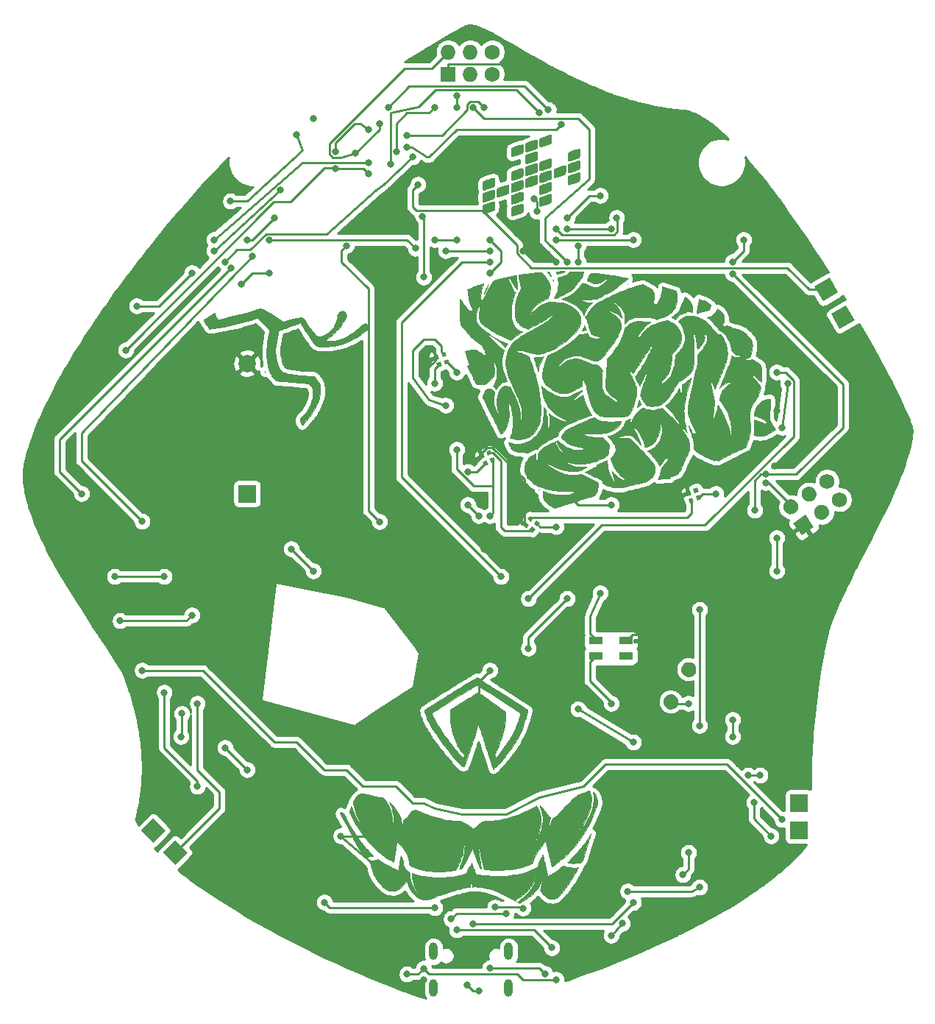
<source format=gbr>
G04 #@! TF.GenerationSoftware,KiCad,Pcbnew,(5.1.10)-1*
G04 #@! TF.CreationDate,2021-10-13T01:49:27-04:00*
G04 #@! TF.ProjectId,ScryptKeeper,53637279-7074-44b6-9565-7065722e6b69,rev?*
G04 #@! TF.SameCoordinates,Original*
G04 #@! TF.FileFunction,Copper,L1,Top*
G04 #@! TF.FilePolarity,Positive*
%FSLAX46Y46*%
G04 Gerber Fmt 4.6, Leading zero omitted, Abs format (unit mm)*
G04 Created by KiCad (PCBNEW (5.1.10)-1) date 2021-10-13 01:49:27*
%MOMM*%
%LPD*%
G01*
G04 APERTURE LIST*
G04 #@! TA.AperFunction,EtchedComponent*
%ADD10C,0.010000*%
G04 #@! TD*
G04 #@! TA.AperFunction,ComponentPad*
%ADD11R,2.000000X2.000000*%
G04 #@! TD*
G04 #@! TA.AperFunction,ComponentPad*
%ADD12C,0.100000*%
G04 #@! TD*
G04 #@! TA.AperFunction,SMDPad,CuDef*
%ADD13R,1.600000X0.850000*%
G04 #@! TD*
G04 #@! TA.AperFunction,ComponentPad*
%ADD14C,1.727200*%
G04 #@! TD*
G04 #@! TA.AperFunction,ComponentPad*
%ADD15O,1.727200X1.727200*%
G04 #@! TD*
G04 #@! TA.AperFunction,ComponentPad*
%ADD16R,1.727200X1.727200*%
G04 #@! TD*
G04 #@! TA.AperFunction,SMDPad,CuDef*
%ADD17C,0.100000*%
G04 #@! TD*
G04 #@! TA.AperFunction,ComponentPad*
%ADD18C,2.000000*%
G04 #@! TD*
G04 #@! TA.AperFunction,ComponentPad*
%ADD19O,1.000000X2.000000*%
G04 #@! TD*
G04 #@! TA.AperFunction,ViaPad*
%ADD20C,0.800000*%
G04 #@! TD*
G04 #@! TA.AperFunction,Conductor*
%ADD21C,0.250000*%
G04 #@! TD*
G04 #@! TA.AperFunction,Conductor*
%ADD22C,0.254000*%
G04 #@! TD*
G04 #@! TA.AperFunction,Conductor*
%ADD23C,0.100000*%
G04 #@! TD*
G04 APERTURE END LIST*
D10*
G36*
X77207086Y-138054198D02*
G01*
X77213462Y-138075868D01*
X77228653Y-138135097D01*
X77251775Y-138228236D01*
X77281943Y-138351638D01*
X77318274Y-138501655D01*
X77359884Y-138674637D01*
X77405888Y-138866937D01*
X77455403Y-139074907D01*
X77500412Y-139264746D01*
X77552288Y-139483398D01*
X77601470Y-139689585D01*
X77647067Y-139879651D01*
X77688190Y-140049942D01*
X77723950Y-140196802D01*
X77753457Y-140316576D01*
X77775822Y-140405609D01*
X77790155Y-140460245D01*
X77795387Y-140476944D01*
X77819086Y-140472751D01*
X77873259Y-140448670D01*
X77952752Y-140407671D01*
X78052408Y-140352724D01*
X78167071Y-140286801D01*
X78291586Y-140212871D01*
X78420797Y-140133906D01*
X78549547Y-140052876D01*
X78672681Y-139972751D01*
X78687083Y-139963173D01*
X78819915Y-139872919D01*
X78962273Y-139773336D01*
X79102238Y-139672950D01*
X79227890Y-139580287D01*
X79308695Y-139518544D01*
X79570473Y-139313853D01*
X79753195Y-139369616D01*
X80072267Y-139452640D01*
X80387899Y-139504356D01*
X80713022Y-139526376D01*
X80988958Y-139523682D01*
X81098410Y-139519946D01*
X81191098Y-139518015D01*
X81259658Y-139517943D01*
X81296721Y-139519788D01*
X81301166Y-139521313D01*
X81291273Y-139542082D01*
X81263757Y-139593748D01*
X81221862Y-139670378D01*
X81168833Y-139766034D01*
X81107916Y-139874784D01*
X81107787Y-139875014D01*
X80826510Y-140362744D01*
X80552926Y-140812267D01*
X80284916Y-141226552D01*
X80020358Y-141608573D01*
X79757133Y-141961302D01*
X79493121Y-142287709D01*
X79226202Y-142590767D01*
X79004583Y-142823015D01*
X78907011Y-142920165D01*
X78829430Y-142991272D01*
X78762744Y-143041053D01*
X78697854Y-143074222D01*
X78625666Y-143095494D01*
X78537080Y-143109585D01*
X78430640Y-143120504D01*
X78203994Y-143120798D01*
X77983390Y-143079429D01*
X77769701Y-142996751D01*
X77563799Y-142873119D01*
X77366558Y-142708886D01*
X77331973Y-142674970D01*
X77265351Y-142602892D01*
X77192861Y-142515935D01*
X77119658Y-142421343D01*
X77050900Y-142326359D01*
X76991742Y-142238228D01*
X76947341Y-142164195D01*
X76922853Y-142111502D01*
X76919685Y-142095738D01*
X76924613Y-142067246D01*
X76938593Y-142002765D01*
X76960434Y-141907383D01*
X76988941Y-141786186D01*
X77022924Y-141644261D01*
X77061190Y-141486696D01*
X77089183Y-141372662D01*
X77129405Y-141208360D01*
X77165879Y-141057118D01*
X77197464Y-140923848D01*
X77223019Y-140813460D01*
X77241403Y-140730866D01*
X77251472Y-140680976D01*
X77252958Y-140668126D01*
X77243212Y-140682293D01*
X77218345Y-140730589D01*
X77180505Y-140808492D01*
X77131845Y-140911480D01*
X77074515Y-141035034D01*
X77010664Y-141174632D01*
X76982918Y-141235857D01*
X76906307Y-141404749D01*
X76843638Y-141540759D01*
X76791725Y-141649718D01*
X76747384Y-141737458D01*
X76707428Y-141809810D01*
X76668671Y-141872606D01*
X76627927Y-141931677D01*
X76582012Y-141992855D01*
X76540210Y-142046226D01*
X76251603Y-142378289D01*
X75929580Y-142688425D01*
X75579071Y-142972642D01*
X75205008Y-143226951D01*
X74812321Y-143447360D01*
X74803984Y-143451559D01*
X74704000Y-143501410D01*
X74617797Y-143543640D01*
X74552238Y-143574946D01*
X74514186Y-143592026D01*
X74507650Y-143594200D01*
X74484687Y-143584088D01*
X74436389Y-143558211D01*
X74381352Y-143526871D01*
X74266621Y-143460009D01*
X74317263Y-143426796D01*
X74447130Y-143338320D01*
X74590521Y-143235105D01*
X74736714Y-143125302D01*
X74874988Y-143017061D01*
X74994619Y-142918532D01*
X75052447Y-142867958D01*
X75379152Y-142544712D01*
X75677098Y-142191571D01*
X75944518Y-141811249D01*
X76179645Y-141406464D01*
X76380712Y-140979929D01*
X76516902Y-140620750D01*
X77258333Y-140620750D01*
X77268916Y-140631334D01*
X77279500Y-140620750D01*
X77268916Y-140610167D01*
X77258333Y-140620750D01*
X76516902Y-140620750D01*
X76520414Y-140611488D01*
X76554592Y-140507760D01*
X76573440Y-140443482D01*
X76577058Y-140418681D01*
X76565545Y-140433386D01*
X76539003Y-140487625D01*
X76497530Y-140581427D01*
X76488506Y-140602468D01*
X76293502Y-141009952D01*
X76066101Y-141397467D01*
X75808922Y-141762062D01*
X75524584Y-142100792D01*
X75215705Y-142410705D01*
X74884904Y-142688856D01*
X74534799Y-142932294D01*
X74295000Y-143072207D01*
X74190981Y-143128891D01*
X74119344Y-143170055D01*
X74075086Y-143200047D01*
X74053205Y-143223211D01*
X74048699Y-143243895D01*
X74056567Y-143266445D01*
X74061201Y-143275364D01*
X74077542Y-143314010D01*
X74078449Y-143331439D01*
X74058383Y-143324053D01*
X74006886Y-143298724D01*
X73929399Y-143258310D01*
X73831363Y-143205670D01*
X73718217Y-143143660D01*
X73669276Y-143116499D01*
X73151686Y-142838021D01*
X72657709Y-142592487D01*
X72185360Y-142379126D01*
X71732653Y-142197166D01*
X71297604Y-142045835D01*
X70878226Y-141924359D01*
X70472535Y-141831968D01*
X70276251Y-141796771D01*
X70140151Y-141776990D01*
X69987084Y-141758723D01*
X69825987Y-141742659D01*
X69665794Y-141729486D01*
X69515443Y-141719893D01*
X69383868Y-141714568D01*
X69280005Y-141714200D01*
X69235498Y-141716572D01*
X69118413Y-141727147D01*
X69036242Y-141099865D01*
X69014965Y-140939255D01*
X68994777Y-140790280D01*
X68976491Y-140658677D01*
X68960920Y-140550183D01*
X68948877Y-140470534D01*
X68941174Y-140425466D01*
X68939863Y-140419667D01*
X68935479Y-140425143D01*
X68930509Y-140468010D01*
X68925248Y-140543333D01*
X68919994Y-140646178D01*
X68915044Y-140771613D01*
X68911198Y-140895917D01*
X68906580Y-141052267D01*
X68901453Y-141204347D01*
X68896144Y-141343897D01*
X68890979Y-141462655D01*
X68886284Y-141552363D01*
X68883804Y-141589125D01*
X68876629Y-141671436D01*
X68868741Y-141720256D01*
X68856466Y-141744323D01*
X68836131Y-141752377D01*
X68814857Y-141753167D01*
X68731447Y-141759098D01*
X68612464Y-141776124D01*
X68462856Y-141803094D01*
X68287574Y-141838858D01*
X68091567Y-141882267D01*
X67879784Y-141932168D01*
X67657177Y-141987413D01*
X67428693Y-142046850D01*
X67199284Y-142109329D01*
X66973898Y-142173701D01*
X66860182Y-142207464D01*
X66652506Y-142271446D01*
X66416381Y-142346696D01*
X66158463Y-142430920D01*
X65885410Y-142521823D01*
X65603879Y-142617112D01*
X65320527Y-142714493D01*
X65042012Y-142811672D01*
X64774989Y-142906354D01*
X64526116Y-142996247D01*
X64302051Y-143079057D01*
X64109451Y-143152488D01*
X64050660Y-143175568D01*
X63963347Y-143208022D01*
X63895655Y-143225485D01*
X63828887Y-143230967D01*
X63744348Y-143227478D01*
X63733160Y-143226675D01*
X63463905Y-143186504D01*
X63448388Y-143181917D01*
X63648166Y-143181917D01*
X63658750Y-143192500D01*
X63669333Y-143181917D01*
X63658750Y-143171334D01*
X63648166Y-143181917D01*
X63448388Y-143181917D01*
X63196591Y-143107484D01*
X62937528Y-142992876D01*
X62693027Y-142845939D01*
X62469398Y-142669931D01*
X62279628Y-142475961D01*
X62157200Y-142321622D01*
X62048518Y-142159140D01*
X61950013Y-141981522D01*
X61858111Y-141781776D01*
X61769240Y-141552911D01*
X61691839Y-141325379D01*
X61584416Y-140992841D01*
X61383333Y-141250510D01*
X61169968Y-141508043D01*
X60963429Y-141724753D01*
X60762721Y-141901418D01*
X60566851Y-142038819D01*
X60374821Y-142137736D01*
X60185639Y-142198949D01*
X60169318Y-142202510D01*
X60116213Y-142211648D01*
X60061457Y-142215630D01*
X59996289Y-142214047D01*
X59911948Y-142206491D01*
X59799673Y-142192551D01*
X59718818Y-142181452D01*
X59587893Y-142162360D01*
X59489796Y-142145610D01*
X59415287Y-142128803D01*
X59355127Y-142109539D01*
X59300077Y-142085417D01*
X59252069Y-142060220D01*
X59024444Y-141914590D01*
X58796788Y-141728575D01*
X58570801Y-141504087D01*
X58348178Y-141243040D01*
X58130618Y-140947345D01*
X57919818Y-140618916D01*
X57818417Y-140444682D01*
X57786684Y-140386859D01*
X57758405Y-140330789D01*
X57731788Y-140271300D01*
X57705042Y-140203218D01*
X57676377Y-140121371D01*
X57644000Y-140020586D01*
X57606121Y-139895690D01*
X57560948Y-139741511D01*
X57506690Y-139552876D01*
X57492933Y-139504757D01*
X57445068Y-139335872D01*
X57401641Y-139180052D01*
X57363883Y-139041916D01*
X57333025Y-138926083D01*
X57310298Y-138837170D01*
X57296933Y-138779796D01*
X57294090Y-138758632D01*
X57321299Y-138750491D01*
X57364857Y-138747500D01*
X57419513Y-138742332D01*
X57505264Y-138728249D01*
X57612335Y-138707382D01*
X57730954Y-138681865D01*
X57851349Y-138653830D01*
X57963747Y-138625408D01*
X58058376Y-138598731D01*
X58084805Y-138590425D01*
X58238531Y-138540309D01*
X58355724Y-138629864D01*
X58591242Y-138799693D01*
X58857204Y-138973557D01*
X59143045Y-139144985D01*
X59438200Y-139307506D01*
X59585149Y-139382993D01*
X59670463Y-139424358D01*
X59775325Y-139473065D01*
X59893754Y-139526557D01*
X60019769Y-139582278D01*
X60147386Y-139637673D01*
X60270626Y-139690186D01*
X60383505Y-139737261D01*
X60480043Y-139776342D01*
X60554258Y-139804873D01*
X60600168Y-139820298D01*
X60612314Y-139821880D01*
X60616485Y-139800445D01*
X60626063Y-139741655D01*
X60640354Y-139650045D01*
X60658668Y-139530151D01*
X60680312Y-139386510D01*
X60704596Y-139223657D01*
X60730828Y-139046130D01*
X60737387Y-139001500D01*
X60764211Y-138819813D01*
X60789482Y-138650604D01*
X60812471Y-138498605D01*
X60832451Y-138368549D01*
X60848691Y-138265168D01*
X60860465Y-138193196D01*
X60867043Y-138157365D01*
X60867710Y-138154834D01*
X60879463Y-138142890D01*
X60898306Y-138160759D01*
X60925793Y-138211196D01*
X60963475Y-138296956D01*
X61002156Y-138393227D01*
X61067494Y-138582517D01*
X61112970Y-138771435D01*
X61142475Y-138977508D01*
X61149907Y-139058919D01*
X61177164Y-139244245D01*
X61229615Y-139406553D01*
X61311023Y-139551815D01*
X61425149Y-139686006D01*
X61575755Y-139815100D01*
X61667373Y-139880594D01*
X61755335Y-139942583D01*
X61813382Y-139992904D01*
X61847693Y-140042012D01*
X61864445Y-140100361D01*
X61869816Y-140178408D01*
X61870166Y-140223805D01*
X61875437Y-140320556D01*
X61890071Y-140447345D01*
X61912306Y-140593368D01*
X61940376Y-140747816D01*
X61972517Y-140899886D01*
X61997257Y-141002104D01*
X62110954Y-141364915D01*
X62259416Y-141709951D01*
X62440445Y-142034204D01*
X62651840Y-142334668D01*
X62891404Y-142608334D01*
X63156935Y-142852198D01*
X63446236Y-143063250D01*
X63552916Y-143128938D01*
X63603453Y-143157658D01*
X63622966Y-143165941D01*
X63610545Y-143152862D01*
X63565282Y-143117494D01*
X63486270Y-143058914D01*
X63478833Y-143053467D01*
X63213713Y-142833634D01*
X62973986Y-142582482D01*
X62761573Y-142303919D01*
X62578394Y-142001856D01*
X62426370Y-141680203D01*
X62307421Y-141342869D01*
X62223468Y-140993765D01*
X62176432Y-140636801D01*
X62166500Y-140381813D01*
X62166500Y-140148310D01*
X62372875Y-140222370D01*
X62634505Y-140306916D01*
X62931287Y-140386084D01*
X63256216Y-140458396D01*
X63602291Y-140522377D01*
X63962508Y-140576552D01*
X64182482Y-140603732D01*
X64330942Y-140616984D01*
X64513597Y-140627526D01*
X64722615Y-140635357D01*
X64950163Y-140640476D01*
X65188408Y-140642884D01*
X65429517Y-140642579D01*
X65665659Y-140639560D01*
X65888999Y-140633827D01*
X66091707Y-140625380D01*
X66265948Y-140614217D01*
X66374429Y-140603926D01*
X66819220Y-140544973D01*
X67230594Y-140473154D01*
X67615926Y-140386924D01*
X67982591Y-140284736D01*
X68145026Y-140232611D01*
X68440303Y-140133917D01*
X68716526Y-139567984D01*
X68786395Y-139425535D01*
X68850471Y-139296233D01*
X68906383Y-139184759D01*
X68951758Y-139095794D01*
X68984225Y-139034017D01*
X69001412Y-139004110D01*
X69003333Y-139002032D01*
X69013423Y-139020945D01*
X69037136Y-139074606D01*
X69072550Y-139158387D01*
X69117746Y-139267662D01*
X69170802Y-139397801D01*
X69229798Y-139544178D01*
X69268352Y-139640642D01*
X69338475Y-139816269D01*
X69395072Y-139956596D01*
X69440124Y-140065715D01*
X69475613Y-140147716D01*
X69503521Y-140206691D01*
X69525829Y-140246731D01*
X69544518Y-140271927D01*
X69561571Y-140286369D01*
X69578968Y-140294150D01*
X69585852Y-140296149D01*
X69641995Y-140307574D01*
X69733504Y-140321934D01*
X69853580Y-140338423D01*
X69995420Y-140356231D01*
X70152226Y-140374548D01*
X70317196Y-140392568D01*
X70483530Y-140409480D01*
X70644426Y-140424476D01*
X70717833Y-140430765D01*
X70846548Y-140439958D01*
X71007161Y-140449121D01*
X71189239Y-140457794D01*
X71382350Y-140465518D01*
X71576059Y-140471833D01*
X71744416Y-140475976D01*
X72352547Y-140476515D01*
X72935338Y-140453371D01*
X73491539Y-140406810D01*
X73875400Y-140356167D01*
X76581000Y-140356167D01*
X76588744Y-140373589D01*
X76595111Y-140370278D01*
X76597644Y-140345158D01*
X76595111Y-140342056D01*
X76582527Y-140344961D01*
X76581000Y-140356167D01*
X73875400Y-140356167D01*
X74019901Y-140337103D01*
X74316595Y-140282084D01*
X76602166Y-140282084D01*
X76612750Y-140292667D01*
X76623333Y-140282084D01*
X76612750Y-140271500D01*
X76602166Y-140282084D01*
X74316595Y-140282084D01*
X74519173Y-140244518D01*
X74988107Y-140129323D01*
X75425454Y-139991788D01*
X75829963Y-139832181D01*
X76200385Y-139650771D01*
X76535470Y-139447826D01*
X76540892Y-139444166D01*
X76604400Y-139399427D01*
X76641208Y-139364427D01*
X76660225Y-139326011D01*
X76670361Y-139271026D01*
X76673032Y-139249068D01*
X76698751Y-139116149D01*
X76746474Y-138957234D01*
X76813364Y-138780602D01*
X76896583Y-138594533D01*
X76899370Y-138588750D01*
X76950033Y-138487134D01*
X77004590Y-138383139D01*
X77059319Y-138283233D01*
X77110499Y-138193879D01*
X77154407Y-138121544D01*
X77187321Y-138072694D01*
X77205520Y-138053795D01*
X77207086Y-138054198D01*
G37*
X77207086Y-138054198D02*
X77213462Y-138075868D01*
X77228653Y-138135097D01*
X77251775Y-138228236D01*
X77281943Y-138351638D01*
X77318274Y-138501655D01*
X77359884Y-138674637D01*
X77405888Y-138866937D01*
X77455403Y-139074907D01*
X77500412Y-139264746D01*
X77552288Y-139483398D01*
X77601470Y-139689585D01*
X77647067Y-139879651D01*
X77688190Y-140049942D01*
X77723950Y-140196802D01*
X77753457Y-140316576D01*
X77775822Y-140405609D01*
X77790155Y-140460245D01*
X77795387Y-140476944D01*
X77819086Y-140472751D01*
X77873259Y-140448670D01*
X77952752Y-140407671D01*
X78052408Y-140352724D01*
X78167071Y-140286801D01*
X78291586Y-140212871D01*
X78420797Y-140133906D01*
X78549547Y-140052876D01*
X78672681Y-139972751D01*
X78687083Y-139963173D01*
X78819915Y-139872919D01*
X78962273Y-139773336D01*
X79102238Y-139672950D01*
X79227890Y-139580287D01*
X79308695Y-139518544D01*
X79570473Y-139313853D01*
X79753195Y-139369616D01*
X80072267Y-139452640D01*
X80387899Y-139504356D01*
X80713022Y-139526376D01*
X80988958Y-139523682D01*
X81098410Y-139519946D01*
X81191098Y-139518015D01*
X81259658Y-139517943D01*
X81296721Y-139519788D01*
X81301166Y-139521313D01*
X81291273Y-139542082D01*
X81263757Y-139593748D01*
X81221862Y-139670378D01*
X81168833Y-139766034D01*
X81107916Y-139874784D01*
X81107787Y-139875014D01*
X80826510Y-140362744D01*
X80552926Y-140812267D01*
X80284916Y-141226552D01*
X80020358Y-141608573D01*
X79757133Y-141961302D01*
X79493121Y-142287709D01*
X79226202Y-142590767D01*
X79004583Y-142823015D01*
X78907011Y-142920165D01*
X78829430Y-142991272D01*
X78762744Y-143041053D01*
X78697854Y-143074222D01*
X78625666Y-143095494D01*
X78537080Y-143109585D01*
X78430640Y-143120504D01*
X78203994Y-143120798D01*
X77983390Y-143079429D01*
X77769701Y-142996751D01*
X77563799Y-142873119D01*
X77366558Y-142708886D01*
X77331973Y-142674970D01*
X77265351Y-142602892D01*
X77192861Y-142515935D01*
X77119658Y-142421343D01*
X77050900Y-142326359D01*
X76991742Y-142238228D01*
X76947341Y-142164195D01*
X76922853Y-142111502D01*
X76919685Y-142095738D01*
X76924613Y-142067246D01*
X76938593Y-142002765D01*
X76960434Y-141907383D01*
X76988941Y-141786186D01*
X77022924Y-141644261D01*
X77061190Y-141486696D01*
X77089183Y-141372662D01*
X77129405Y-141208360D01*
X77165879Y-141057118D01*
X77197464Y-140923848D01*
X77223019Y-140813460D01*
X77241403Y-140730866D01*
X77251472Y-140680976D01*
X77252958Y-140668126D01*
X77243212Y-140682293D01*
X77218345Y-140730589D01*
X77180505Y-140808492D01*
X77131845Y-140911480D01*
X77074515Y-141035034D01*
X77010664Y-141174632D01*
X76982918Y-141235857D01*
X76906307Y-141404749D01*
X76843638Y-141540759D01*
X76791725Y-141649718D01*
X76747384Y-141737458D01*
X76707428Y-141809810D01*
X76668671Y-141872606D01*
X76627927Y-141931677D01*
X76582012Y-141992855D01*
X76540210Y-142046226D01*
X76251603Y-142378289D01*
X75929580Y-142688425D01*
X75579071Y-142972642D01*
X75205008Y-143226951D01*
X74812321Y-143447360D01*
X74803984Y-143451559D01*
X74704000Y-143501410D01*
X74617797Y-143543640D01*
X74552238Y-143574946D01*
X74514186Y-143592026D01*
X74507650Y-143594200D01*
X74484687Y-143584088D01*
X74436389Y-143558211D01*
X74381352Y-143526871D01*
X74266621Y-143460009D01*
X74317263Y-143426796D01*
X74447130Y-143338320D01*
X74590521Y-143235105D01*
X74736714Y-143125302D01*
X74874988Y-143017061D01*
X74994619Y-142918532D01*
X75052447Y-142867958D01*
X75379152Y-142544712D01*
X75677098Y-142191571D01*
X75944518Y-141811249D01*
X76179645Y-141406464D01*
X76380712Y-140979929D01*
X76516902Y-140620750D01*
X77258333Y-140620750D01*
X77268916Y-140631334D01*
X77279500Y-140620750D01*
X77268916Y-140610167D01*
X77258333Y-140620750D01*
X76516902Y-140620750D01*
X76520414Y-140611488D01*
X76554592Y-140507760D01*
X76573440Y-140443482D01*
X76577058Y-140418681D01*
X76565545Y-140433386D01*
X76539003Y-140487625D01*
X76497530Y-140581427D01*
X76488506Y-140602468D01*
X76293502Y-141009952D01*
X76066101Y-141397467D01*
X75808922Y-141762062D01*
X75524584Y-142100792D01*
X75215705Y-142410705D01*
X74884904Y-142688856D01*
X74534799Y-142932294D01*
X74295000Y-143072207D01*
X74190981Y-143128891D01*
X74119344Y-143170055D01*
X74075086Y-143200047D01*
X74053205Y-143223211D01*
X74048699Y-143243895D01*
X74056567Y-143266445D01*
X74061201Y-143275364D01*
X74077542Y-143314010D01*
X74078449Y-143331439D01*
X74058383Y-143324053D01*
X74006886Y-143298724D01*
X73929399Y-143258310D01*
X73831363Y-143205670D01*
X73718217Y-143143660D01*
X73669276Y-143116499D01*
X73151686Y-142838021D01*
X72657709Y-142592487D01*
X72185360Y-142379126D01*
X71732653Y-142197166D01*
X71297604Y-142045835D01*
X70878226Y-141924359D01*
X70472535Y-141831968D01*
X70276251Y-141796771D01*
X70140151Y-141776990D01*
X69987084Y-141758723D01*
X69825987Y-141742659D01*
X69665794Y-141729486D01*
X69515443Y-141719893D01*
X69383868Y-141714568D01*
X69280005Y-141714200D01*
X69235498Y-141716572D01*
X69118413Y-141727147D01*
X69036242Y-141099865D01*
X69014965Y-140939255D01*
X68994777Y-140790280D01*
X68976491Y-140658677D01*
X68960920Y-140550183D01*
X68948877Y-140470534D01*
X68941174Y-140425466D01*
X68939863Y-140419667D01*
X68935479Y-140425143D01*
X68930509Y-140468010D01*
X68925248Y-140543333D01*
X68919994Y-140646178D01*
X68915044Y-140771613D01*
X68911198Y-140895917D01*
X68906580Y-141052267D01*
X68901453Y-141204347D01*
X68896144Y-141343897D01*
X68890979Y-141462655D01*
X68886284Y-141552363D01*
X68883804Y-141589125D01*
X68876629Y-141671436D01*
X68868741Y-141720256D01*
X68856466Y-141744323D01*
X68836131Y-141752377D01*
X68814857Y-141753167D01*
X68731447Y-141759098D01*
X68612464Y-141776124D01*
X68462856Y-141803094D01*
X68287574Y-141838858D01*
X68091567Y-141882267D01*
X67879784Y-141932168D01*
X67657177Y-141987413D01*
X67428693Y-142046850D01*
X67199284Y-142109329D01*
X66973898Y-142173701D01*
X66860182Y-142207464D01*
X66652506Y-142271446D01*
X66416381Y-142346696D01*
X66158463Y-142430920D01*
X65885410Y-142521823D01*
X65603879Y-142617112D01*
X65320527Y-142714493D01*
X65042012Y-142811672D01*
X64774989Y-142906354D01*
X64526116Y-142996247D01*
X64302051Y-143079057D01*
X64109451Y-143152488D01*
X64050660Y-143175568D01*
X63963347Y-143208022D01*
X63895655Y-143225485D01*
X63828887Y-143230967D01*
X63744348Y-143227478D01*
X63733160Y-143226675D01*
X63463905Y-143186504D01*
X63448388Y-143181917D01*
X63648166Y-143181917D01*
X63658750Y-143192500D01*
X63669333Y-143181917D01*
X63658750Y-143171334D01*
X63648166Y-143181917D01*
X63448388Y-143181917D01*
X63196591Y-143107484D01*
X62937528Y-142992876D01*
X62693027Y-142845939D01*
X62469398Y-142669931D01*
X62279628Y-142475961D01*
X62157200Y-142321622D01*
X62048518Y-142159140D01*
X61950013Y-141981522D01*
X61858111Y-141781776D01*
X61769240Y-141552911D01*
X61691839Y-141325379D01*
X61584416Y-140992841D01*
X61383333Y-141250510D01*
X61169968Y-141508043D01*
X60963429Y-141724753D01*
X60762721Y-141901418D01*
X60566851Y-142038819D01*
X60374821Y-142137736D01*
X60185639Y-142198949D01*
X60169318Y-142202510D01*
X60116213Y-142211648D01*
X60061457Y-142215630D01*
X59996289Y-142214047D01*
X59911948Y-142206491D01*
X59799673Y-142192551D01*
X59718818Y-142181452D01*
X59587893Y-142162360D01*
X59489796Y-142145610D01*
X59415287Y-142128803D01*
X59355127Y-142109539D01*
X59300077Y-142085417D01*
X59252069Y-142060220D01*
X59024444Y-141914590D01*
X58796788Y-141728575D01*
X58570801Y-141504087D01*
X58348178Y-141243040D01*
X58130618Y-140947345D01*
X57919818Y-140618916D01*
X57818417Y-140444682D01*
X57786684Y-140386859D01*
X57758405Y-140330789D01*
X57731788Y-140271300D01*
X57705042Y-140203218D01*
X57676377Y-140121371D01*
X57644000Y-140020586D01*
X57606121Y-139895690D01*
X57560948Y-139741511D01*
X57506690Y-139552876D01*
X57492933Y-139504757D01*
X57445068Y-139335872D01*
X57401641Y-139180052D01*
X57363883Y-139041916D01*
X57333025Y-138926083D01*
X57310298Y-138837170D01*
X57296933Y-138779796D01*
X57294090Y-138758632D01*
X57321299Y-138750491D01*
X57364857Y-138747500D01*
X57419513Y-138742332D01*
X57505264Y-138728249D01*
X57612335Y-138707382D01*
X57730954Y-138681865D01*
X57851349Y-138653830D01*
X57963747Y-138625408D01*
X58058376Y-138598731D01*
X58084805Y-138590425D01*
X58238531Y-138540309D01*
X58355724Y-138629864D01*
X58591242Y-138799693D01*
X58857204Y-138973557D01*
X59143045Y-139144985D01*
X59438200Y-139307506D01*
X59585149Y-139382993D01*
X59670463Y-139424358D01*
X59775325Y-139473065D01*
X59893754Y-139526557D01*
X60019769Y-139582278D01*
X60147386Y-139637673D01*
X60270626Y-139690186D01*
X60383505Y-139737261D01*
X60480043Y-139776342D01*
X60554258Y-139804873D01*
X60600168Y-139820298D01*
X60612314Y-139821880D01*
X60616485Y-139800445D01*
X60626063Y-139741655D01*
X60640354Y-139650045D01*
X60658668Y-139530151D01*
X60680312Y-139386510D01*
X60704596Y-139223657D01*
X60730828Y-139046130D01*
X60737387Y-139001500D01*
X60764211Y-138819813D01*
X60789482Y-138650604D01*
X60812471Y-138498605D01*
X60832451Y-138368549D01*
X60848691Y-138265168D01*
X60860465Y-138193196D01*
X60867043Y-138157365D01*
X60867710Y-138154834D01*
X60879463Y-138142890D01*
X60898306Y-138160759D01*
X60925793Y-138211196D01*
X60963475Y-138296956D01*
X61002156Y-138393227D01*
X61067494Y-138582517D01*
X61112970Y-138771435D01*
X61142475Y-138977508D01*
X61149907Y-139058919D01*
X61177164Y-139244245D01*
X61229615Y-139406553D01*
X61311023Y-139551815D01*
X61425149Y-139686006D01*
X61575755Y-139815100D01*
X61667373Y-139880594D01*
X61755335Y-139942583D01*
X61813382Y-139992904D01*
X61847693Y-140042012D01*
X61864445Y-140100361D01*
X61869816Y-140178408D01*
X61870166Y-140223805D01*
X61875437Y-140320556D01*
X61890071Y-140447345D01*
X61912306Y-140593368D01*
X61940376Y-140747816D01*
X61972517Y-140899886D01*
X61997257Y-141002104D01*
X62110954Y-141364915D01*
X62259416Y-141709951D01*
X62440445Y-142034204D01*
X62651840Y-142334668D01*
X62891404Y-142608334D01*
X63156935Y-142852198D01*
X63446236Y-143063250D01*
X63552916Y-143128938D01*
X63603453Y-143157658D01*
X63622966Y-143165941D01*
X63610545Y-143152862D01*
X63565282Y-143117494D01*
X63486270Y-143058914D01*
X63478833Y-143053467D01*
X63213713Y-142833634D01*
X62973986Y-142582482D01*
X62761573Y-142303919D01*
X62578394Y-142001856D01*
X62426370Y-141680203D01*
X62307421Y-141342869D01*
X62223468Y-140993765D01*
X62176432Y-140636801D01*
X62166500Y-140381813D01*
X62166500Y-140148310D01*
X62372875Y-140222370D01*
X62634505Y-140306916D01*
X62931287Y-140386084D01*
X63256216Y-140458396D01*
X63602291Y-140522377D01*
X63962508Y-140576552D01*
X64182482Y-140603732D01*
X64330942Y-140616984D01*
X64513597Y-140627526D01*
X64722615Y-140635357D01*
X64950163Y-140640476D01*
X65188408Y-140642884D01*
X65429517Y-140642579D01*
X65665659Y-140639560D01*
X65888999Y-140633827D01*
X66091707Y-140625380D01*
X66265948Y-140614217D01*
X66374429Y-140603926D01*
X66819220Y-140544973D01*
X67230594Y-140473154D01*
X67615926Y-140386924D01*
X67982591Y-140284736D01*
X68145026Y-140232611D01*
X68440303Y-140133917D01*
X68716526Y-139567984D01*
X68786395Y-139425535D01*
X68850471Y-139296233D01*
X68906383Y-139184759D01*
X68951758Y-139095794D01*
X68984225Y-139034017D01*
X69001412Y-139004110D01*
X69003333Y-139002032D01*
X69013423Y-139020945D01*
X69037136Y-139074606D01*
X69072550Y-139158387D01*
X69117746Y-139267662D01*
X69170802Y-139397801D01*
X69229798Y-139544178D01*
X69268352Y-139640642D01*
X69338475Y-139816269D01*
X69395072Y-139956596D01*
X69440124Y-140065715D01*
X69475613Y-140147716D01*
X69503521Y-140206691D01*
X69525829Y-140246731D01*
X69544518Y-140271927D01*
X69561571Y-140286369D01*
X69578968Y-140294150D01*
X69585852Y-140296149D01*
X69641995Y-140307574D01*
X69733504Y-140321934D01*
X69853580Y-140338423D01*
X69995420Y-140356231D01*
X70152226Y-140374548D01*
X70317196Y-140392568D01*
X70483530Y-140409480D01*
X70644426Y-140424476D01*
X70717833Y-140430765D01*
X70846548Y-140439958D01*
X71007161Y-140449121D01*
X71189239Y-140457794D01*
X71382350Y-140465518D01*
X71576059Y-140471833D01*
X71744416Y-140475976D01*
X72352547Y-140476515D01*
X72935338Y-140453371D01*
X73491539Y-140406810D01*
X73875400Y-140356167D01*
X76581000Y-140356167D01*
X76588744Y-140373589D01*
X76595111Y-140370278D01*
X76597644Y-140345158D01*
X76595111Y-140342056D01*
X76582527Y-140344961D01*
X76581000Y-140356167D01*
X73875400Y-140356167D01*
X74019901Y-140337103D01*
X74316595Y-140282084D01*
X76602166Y-140282084D01*
X76612750Y-140292667D01*
X76623333Y-140282084D01*
X76612750Y-140271500D01*
X76602166Y-140282084D01*
X74316595Y-140282084D01*
X74519173Y-140244518D01*
X74988107Y-140129323D01*
X75425454Y-139991788D01*
X75829963Y-139832181D01*
X76200385Y-139650771D01*
X76535470Y-139447826D01*
X76540892Y-139444166D01*
X76604400Y-139399427D01*
X76641208Y-139364427D01*
X76660225Y-139326011D01*
X76670361Y-139271026D01*
X76673032Y-139249068D01*
X76698751Y-139116149D01*
X76746474Y-138957234D01*
X76813364Y-138780602D01*
X76896583Y-138594533D01*
X76899370Y-138588750D01*
X76950033Y-138487134D01*
X77004590Y-138383139D01*
X77059319Y-138283233D01*
X77110499Y-138193879D01*
X77154407Y-138121544D01*
X77187321Y-138072694D01*
X77205520Y-138053795D01*
X77207086Y-138054198D01*
G36*
X82566263Y-130659784D02*
G01*
X82593043Y-130711750D01*
X82624778Y-130788481D01*
X82658537Y-130881897D01*
X82691392Y-130983916D01*
X82720412Y-131086456D01*
X82741729Y-131176839D01*
X82785841Y-131473187D01*
X82797670Y-131780277D01*
X82776901Y-132101233D01*
X82723221Y-132439179D01*
X82636317Y-132797237D01*
X82551148Y-133074834D01*
X82407411Y-133463340D01*
X82228201Y-133870090D01*
X82014962Y-134292609D01*
X81769138Y-134728426D01*
X81492174Y-135175068D01*
X81185515Y-135630061D01*
X80850605Y-136090933D01*
X80597407Y-136419167D01*
X80542412Y-136489119D01*
X80512992Y-136527843D01*
X80508276Y-136537168D01*
X80527393Y-136518921D01*
X80569471Y-136474929D01*
X80572165Y-136472084D01*
X80664192Y-136370913D01*
X80775573Y-136242025D01*
X80900898Y-136092036D01*
X81034755Y-135927563D01*
X81171735Y-135755223D01*
X81306426Y-135581631D01*
X81385680Y-135477250D01*
X81727820Y-135002693D01*
X82032549Y-134538435D01*
X82299524Y-134085162D01*
X82528404Y-133643562D01*
X82718846Y-133214324D01*
X82870508Y-132798135D01*
X82983048Y-132395683D01*
X83029094Y-132175250D01*
X83057568Y-131969007D01*
X83072444Y-131745893D01*
X83073943Y-131517668D01*
X83062287Y-131296093D01*
X83037696Y-131092928D01*
X83005820Y-130939796D01*
X82991946Y-130879529D01*
X82986745Y-130840084D01*
X82989126Y-130831167D01*
X83011938Y-130842855D01*
X83054389Y-130872056D01*
X83070222Y-130883898D01*
X83144109Y-130956246D01*
X83221737Y-131059888D01*
X83297094Y-131184923D01*
X83364164Y-131321452D01*
X83413493Y-131449034D01*
X83450525Y-131572338D01*
X83482505Y-131700941D01*
X83508086Y-131826692D01*
X83525918Y-131941441D01*
X83534651Y-132037036D01*
X83532937Y-132105327D01*
X83526217Y-132130030D01*
X83512735Y-132163388D01*
X83488604Y-132230170D01*
X83456199Y-132323516D01*
X83417893Y-132436570D01*
X83376060Y-132562473D01*
X83367674Y-132588000D01*
X83116368Y-133286902D01*
X82826354Y-133970322D01*
X82498921Y-134636430D01*
X82135358Y-135283392D01*
X81736953Y-135909378D01*
X81304997Y-136512557D01*
X80840777Y-137091095D01*
X80345584Y-137643162D01*
X79820706Y-138166925D01*
X79267433Y-138660554D01*
X78864142Y-138987024D01*
X78728565Y-139091198D01*
X78602054Y-139186152D01*
X78488635Y-139269046D01*
X78392332Y-139337037D01*
X78317171Y-139387283D01*
X78267176Y-139416942D01*
X78246391Y-139423193D01*
X78240509Y-139401632D01*
X78225747Y-139342141D01*
X78202886Y-139248007D01*
X78172712Y-139122515D01*
X78136008Y-138968952D01*
X78093558Y-138790602D01*
X78046146Y-138590752D01*
X77994556Y-138372688D01*
X77939572Y-138139695D01*
X77892023Y-137937776D01*
X77834765Y-137695314D01*
X77780047Y-137465402D01*
X77728667Y-137251287D01*
X77681425Y-137056214D01*
X77639120Y-136883427D01*
X77602549Y-136736173D01*
X77591942Y-136694334D01*
X80373855Y-136694334D01*
X80394270Y-136680423D01*
X80422750Y-136652000D01*
X80447194Y-136621338D01*
X80450477Y-136609667D01*
X80430063Y-136623577D01*
X80401583Y-136652000D01*
X80377139Y-136682663D01*
X80373855Y-136694334D01*
X77591942Y-136694334D01*
X77572513Y-136617697D01*
X77549811Y-136531244D01*
X77535241Y-136480060D01*
X77529878Y-136466692D01*
X77512862Y-136484162D01*
X77473724Y-136529921D01*
X77416551Y-136599015D01*
X77345430Y-136686487D01*
X77264449Y-136787382D01*
X77237406Y-136821334D01*
X76951552Y-137196798D01*
X76699967Y-137560759D01*
X76483523Y-137911752D01*
X76303090Y-138248313D01*
X76159541Y-138568978D01*
X76096253Y-138739121D01*
X76018704Y-138965074D01*
X75872552Y-139047997D01*
X75563926Y-139203537D01*
X75218636Y-139341289D01*
X74838541Y-139461011D01*
X74425504Y-139562461D01*
X73981384Y-139645399D01*
X73508044Y-139709581D01*
X73007343Y-139754768D01*
X72481143Y-139780717D01*
X71931304Y-139787187D01*
X71359687Y-139773937D01*
X70768153Y-139740724D01*
X70620933Y-139729557D01*
X70449951Y-139715936D01*
X70070774Y-138090308D01*
X70011276Y-137835585D01*
X69954511Y-137593252D01*
X69929802Y-137488084D01*
X75967166Y-137488084D01*
X75977750Y-137498667D01*
X75988333Y-137488084D01*
X75977750Y-137477500D01*
X75967166Y-137488084D01*
X69929802Y-137488084D01*
X69919856Y-137445750D01*
X75988333Y-137445750D01*
X75998916Y-137456334D01*
X76009500Y-137445750D01*
X75998916Y-137435167D01*
X75988333Y-137445750D01*
X69919856Y-137445750D01*
X69901212Y-137366403D01*
X69852114Y-137158133D01*
X69807952Y-136971537D01*
X69769461Y-136809709D01*
X69737376Y-136675744D01*
X69712430Y-136572738D01*
X69695359Y-136503783D01*
X69686898Y-136471976D01*
X69686128Y-136470149D01*
X69688263Y-136491147D01*
X69695692Y-136550111D01*
X69707872Y-136643079D01*
X69724257Y-136766089D01*
X69744304Y-136915177D01*
X69767467Y-137086382D01*
X69793202Y-137275740D01*
X69820964Y-137479291D01*
X69850210Y-137693070D01*
X69880395Y-137913117D01*
X69910974Y-138135467D01*
X69941402Y-138356160D01*
X69971135Y-138571232D01*
X69999630Y-138776721D01*
X70026340Y-138968664D01*
X70050722Y-139143100D01*
X70072231Y-139296065D01*
X70090323Y-139423598D01*
X70104453Y-139521735D01*
X70114077Y-139586514D01*
X70116360Y-139601070D01*
X70122830Y-139653134D01*
X70114994Y-139674650D01*
X70086376Y-139676672D01*
X70072959Y-139675154D01*
X70060641Y-139672188D01*
X70048059Y-139664420D01*
X70033912Y-139648916D01*
X70016898Y-139622742D01*
X69995713Y-139582965D01*
X69969057Y-139526651D01*
X69935626Y-139450866D01*
X69894119Y-139352676D01*
X69843232Y-139229148D01*
X69781665Y-139077347D01*
X69708115Y-138894341D01*
X69621280Y-138677195D01*
X69543760Y-138482917D01*
X69071034Y-137297584D01*
X68601798Y-138250084D01*
X68506383Y-138443969D01*
X68413953Y-138632177D01*
X68326741Y-138810129D01*
X68246984Y-138973249D01*
X68176916Y-139116959D01*
X68118773Y-139236680D01*
X68074790Y-139327835D01*
X68047202Y-139385846D01*
X68046267Y-139387849D01*
X67959973Y-139573115D01*
X67792644Y-139625974D01*
X67713347Y-139650375D01*
X67649511Y-139668814D01*
X67611883Y-139678227D01*
X67607231Y-139678834D01*
X67608428Y-139660685D01*
X67624336Y-139610947D01*
X67652404Y-139536685D01*
X67690078Y-139444962D01*
X67700952Y-139419542D01*
X67843212Y-139054969D01*
X67962743Y-138672394D01*
X68060524Y-138267409D01*
X68137534Y-137835609D01*
X68194752Y-137372587D01*
X68219408Y-137085917D01*
X68225089Y-136990464D01*
X68229762Y-136876253D01*
X68233425Y-136748823D01*
X68236074Y-136613714D01*
X68237706Y-136476466D01*
X68238111Y-136387417D01*
X69659500Y-136387417D01*
X69670083Y-136398000D01*
X69680666Y-136387417D01*
X69670083Y-136376834D01*
X69659500Y-136387417D01*
X68238111Y-136387417D01*
X68238316Y-136342618D01*
X68237901Y-136217709D01*
X68236457Y-136107279D01*
X68233982Y-136016867D01*
X68230470Y-135952013D01*
X68225919Y-135918256D01*
X68220326Y-135921136D01*
X68220166Y-135921750D01*
X68211537Y-135975570D01*
X68204781Y-136054158D01*
X68201504Y-136135309D01*
X68187123Y-136440181D01*
X68154827Y-136772524D01*
X68106480Y-137122377D01*
X68043942Y-137479781D01*
X67969075Y-137834774D01*
X67883742Y-138177399D01*
X67789804Y-138497694D01*
X67723071Y-138694584D01*
X67666149Y-138839938D01*
X67593723Y-139006091D01*
X67511406Y-139181557D01*
X67424809Y-139354854D01*
X67339545Y-139514498D01*
X67261225Y-139649005D01*
X67240940Y-139681163D01*
X67164322Y-139799909D01*
X66874268Y-139846155D01*
X66539142Y-139892014D01*
X66178670Y-139927702D01*
X65805628Y-139952587D01*
X65432792Y-139966039D01*
X65072937Y-139967424D01*
X64738841Y-139956111D01*
X64698965Y-139953738D01*
X64291254Y-139920800D01*
X63900074Y-139874561D01*
X63529351Y-139815852D01*
X63183011Y-139745508D01*
X62864980Y-139664363D01*
X62579183Y-139573249D01*
X62329545Y-139473000D01*
X62245212Y-139432800D01*
X62107790Y-139357717D01*
X61994140Y-139282963D01*
X61909743Y-139212573D01*
X61860080Y-139150581D01*
X61858956Y-139148455D01*
X61841227Y-139092753D01*
X61829955Y-139016180D01*
X61827833Y-138968835D01*
X61819987Y-138853677D01*
X61798193Y-138711650D01*
X61765062Y-138554841D01*
X61723207Y-138395339D01*
X61675241Y-138245235D01*
X61665829Y-138219251D01*
X61558317Y-137961303D01*
X61428754Y-137711858D01*
X61273405Y-137465228D01*
X61088534Y-137215725D01*
X60870405Y-136957659D01*
X60753119Y-136829425D01*
X60421243Y-136474597D01*
X60405442Y-136547424D01*
X60399404Y-136581976D01*
X60387918Y-136654228D01*
X60371616Y-136759987D01*
X60351128Y-136895059D01*
X60327086Y-137055249D01*
X60300121Y-137236364D01*
X60270864Y-137434210D01*
X60239947Y-137644591D01*
X60227229Y-137731500D01*
X60196144Y-137943269D01*
X60166683Y-138142196D01*
X60139442Y-138324381D01*
X60115017Y-138485928D01*
X60094001Y-138622938D01*
X60076991Y-138731513D01*
X60064582Y-138807757D01*
X60057369Y-138847770D01*
X60055970Y-138852925D01*
X60031894Y-138850133D01*
X59977135Y-138827395D01*
X59896668Y-138787582D01*
X59795470Y-138733563D01*
X59678517Y-138668209D01*
X59550784Y-138594388D01*
X59417249Y-138514970D01*
X59282886Y-138432826D01*
X59152672Y-138350825D01*
X59031584Y-138271837D01*
X58938346Y-138208370D01*
X58516093Y-137891899D01*
X58098643Y-137535867D01*
X57688384Y-137142981D01*
X57287701Y-136715944D01*
X57215542Y-136630834D01*
X59795833Y-136630834D01*
X59803577Y-136648256D01*
X59809944Y-136644945D01*
X59812477Y-136619825D01*
X59809944Y-136616722D01*
X59797360Y-136619628D01*
X59795833Y-136630834D01*
X57215542Y-136630834D01*
X57125812Y-136525000D01*
X59820342Y-136525000D01*
X59823668Y-136555049D01*
X59831018Y-136551459D01*
X59833813Y-136508123D01*
X59831018Y-136498542D01*
X59823292Y-136495883D01*
X59820342Y-136525000D01*
X57125812Y-136525000D01*
X56898981Y-136257461D01*
X56524612Y-135770237D01*
X56166978Y-135256976D01*
X55828468Y-134720383D01*
X55762633Y-134609417D01*
X55686504Y-134476518D01*
X55598638Y-134317793D01*
X55503579Y-134141916D01*
X55405874Y-133957560D01*
X55310067Y-133773396D01*
X55220704Y-133598098D01*
X55142328Y-133440339D01*
X55079487Y-133308790D01*
X55068544Y-133284989D01*
X54995514Y-133124728D01*
X55065183Y-132851073D01*
X55092897Y-132744450D01*
X55118835Y-132648671D01*
X55140324Y-132573344D01*
X55154693Y-132528072D01*
X55156056Y-132524500D01*
X55164855Y-132501920D01*
X55172131Y-132489474D01*
X55180465Y-132492096D01*
X55192434Y-132514718D01*
X55210617Y-132562272D01*
X55237594Y-132639690D01*
X55275944Y-132751903D01*
X55277801Y-132757334D01*
X55450959Y-133200840D01*
X55664149Y-133638207D01*
X55915152Y-134065929D01*
X56201748Y-134480498D01*
X56521720Y-134878409D01*
X56835459Y-135218436D01*
X56923664Y-135307876D01*
X56983658Y-135368038D01*
X57016769Y-135399970D01*
X57024324Y-135404721D01*
X57007647Y-135383339D01*
X56968067Y-135336872D01*
X56930618Y-135293635D01*
X56607186Y-134892720D01*
X56317048Y-134473853D01*
X56061705Y-134040093D01*
X55842657Y-133594498D01*
X55661405Y-133140127D01*
X55519449Y-132680040D01*
X55418290Y-132217296D01*
X55416516Y-132207000D01*
X55374819Y-131963584D01*
X55462853Y-131798227D01*
X55544139Y-131661300D01*
X55641851Y-131521473D01*
X55747256Y-131389817D01*
X55851622Y-131277401D01*
X55926727Y-131210165D01*
X56082769Y-131105258D01*
X56247009Y-131035530D01*
X56422619Y-130996528D01*
X56589083Y-130972275D01*
X56885416Y-131070177D01*
X57407299Y-131221533D01*
X57938845Y-131333525D01*
X58451750Y-131403908D01*
X58576453Y-131419589D01*
X58680970Y-131438222D01*
X58756396Y-131458076D01*
X58779833Y-131467624D01*
X58867612Y-131528036D01*
X58967686Y-131625885D01*
X59077901Y-131758815D01*
X59190560Y-131916231D01*
X59377533Y-132228639D01*
X59540204Y-132574354D01*
X59677945Y-132951588D01*
X59790125Y-133358552D01*
X59876118Y-133793459D01*
X59895632Y-133921500D01*
X59908268Y-134038378D01*
X59918486Y-134190273D01*
X59926283Y-134369940D01*
X59931660Y-134570133D01*
X59934614Y-134783605D01*
X59935146Y-135003109D01*
X59933253Y-135221400D01*
X59928936Y-135431231D01*
X59922192Y-135625356D01*
X59913022Y-135796528D01*
X59901423Y-135937502D01*
X59895919Y-135985250D01*
X59881400Y-136099776D01*
X59867881Y-136209471D01*
X59856853Y-136302048D01*
X59849807Y-136365224D01*
X59849702Y-136366250D01*
X59844259Y-136424317D01*
X59844515Y-136443094D01*
X59851263Y-136425341D01*
X59858840Y-136398000D01*
X59875194Y-136326687D01*
X59895518Y-136221759D01*
X59918460Y-136091600D01*
X59942668Y-135944594D01*
X59966791Y-135789124D01*
X59989477Y-135633574D01*
X60009374Y-135486326D01*
X60020931Y-135392584D01*
X60036335Y-135227186D01*
X60047901Y-135032804D01*
X60055624Y-134818365D01*
X60059502Y-134592798D01*
X60059530Y-134365030D01*
X60055705Y-134143989D01*
X60048023Y-133938604D01*
X60036482Y-133757803D01*
X60021626Y-133614584D01*
X59974572Y-133320940D01*
X59912757Y-133027567D01*
X59838808Y-132744241D01*
X59755349Y-132480739D01*
X59665005Y-132246838D01*
X59638130Y-132186453D01*
X59605924Y-132112441D01*
X59584024Y-132053994D01*
X59575943Y-132020820D01*
X59576856Y-132017120D01*
X59596293Y-132026068D01*
X59638293Y-132062202D01*
X59698091Y-132120375D01*
X59770926Y-132195442D01*
X59852031Y-132282256D01*
X59936645Y-132375671D01*
X60020002Y-132470540D01*
X60097340Y-132561717D01*
X60163895Y-132644056D01*
X60195320Y-132685251D01*
X60375486Y-132945417D01*
X60552621Y-133233608D01*
X60718332Y-133535858D01*
X60779219Y-133656917D01*
X60913970Y-133932084D01*
X60938890Y-134545917D01*
X60945381Y-134702420D01*
X60951539Y-134844510D01*
X60957113Y-134966880D01*
X60961851Y-135064220D01*
X60965502Y-135131225D01*
X60967814Y-135162586D01*
X60968159Y-135164241D01*
X60973151Y-135145989D01*
X60984370Y-135092543D01*
X61000541Y-135010373D01*
X61020389Y-134905948D01*
X61041158Y-134793824D01*
X61079700Y-134583315D01*
X61111400Y-134410684D01*
X61137101Y-134272179D01*
X61157645Y-134164046D01*
X61173875Y-134082535D01*
X61186632Y-134023893D01*
X61196760Y-133984367D01*
X61205100Y-133960205D01*
X61212495Y-133947656D01*
X61219787Y-133942966D01*
X61227819Y-133942383D01*
X61232287Y-133942460D01*
X61291767Y-133928761D01*
X61369373Y-133893030D01*
X61452629Y-133842486D01*
X61529058Y-133784350D01*
X61565950Y-133749358D01*
X61610649Y-133696384D01*
X61670483Y-133617551D01*
X61738124Y-133522879D01*
X61806243Y-133422390D01*
X61816417Y-133406870D01*
X61918451Y-133259962D01*
X62013681Y-133146229D01*
X62109990Y-133059138D01*
X62215260Y-132992161D01*
X62337374Y-132938766D01*
X62411730Y-132913707D01*
X62588606Y-132858560D01*
X62986094Y-133038233D01*
X63615668Y-133305273D01*
X64248478Y-133537928D01*
X64893827Y-133739251D01*
X65561016Y-133912299D01*
X65837103Y-133974504D01*
X66080651Y-134022485D01*
X66334473Y-134064031D01*
X66590202Y-134098279D01*
X66839473Y-134124365D01*
X67073918Y-134141423D01*
X67285172Y-134148591D01*
X67464866Y-134145005D01*
X67479333Y-134144116D01*
X67680416Y-134130949D01*
X67976750Y-134276661D01*
X68191227Y-134387243D01*
X68417909Y-134513206D01*
X68643755Y-134646839D01*
X68855720Y-134780434D01*
X69034942Y-134902133D01*
X69225301Y-135037537D01*
X69405359Y-134874813D01*
X69703939Y-134624631D01*
X70003455Y-134412556D01*
X70301344Y-134240363D01*
X70368583Y-134206960D01*
X70559083Y-134115233D01*
X71024750Y-134115826D01*
X71270283Y-134113293D01*
X71495812Y-134104263D01*
X71714169Y-134087579D01*
X71938188Y-134062083D01*
X72180703Y-134026619D01*
X72374803Y-133994118D01*
X72899227Y-133886128D01*
X73437651Y-133743471D01*
X73983670Y-133568573D01*
X74530875Y-133363857D01*
X75072861Y-133131747D01*
X75603220Y-132874667D01*
X76115546Y-132595040D01*
X76194073Y-132549162D01*
X76287079Y-132494691D01*
X76366483Y-132448895D01*
X76425483Y-132415643D01*
X76457280Y-132398802D01*
X76460726Y-132397500D01*
X76479788Y-132415043D01*
X76513546Y-132462493D01*
X76557393Y-132532081D01*
X76606719Y-132616039D01*
X76656917Y-132706598D01*
X76703378Y-132795991D01*
X76730688Y-132852584D01*
X76820544Y-133082504D01*
X76892363Y-133342397D01*
X76943873Y-133622942D01*
X76965725Y-133815888D01*
X76977471Y-134156192D01*
X76957145Y-134519962D01*
X76905549Y-134903990D01*
X76823485Y-135305070D01*
X76711753Y-135719993D01*
X76571157Y-136145554D01*
X76402498Y-136578544D01*
X76206577Y-137015757D01*
X76123084Y-137186459D01*
X76079950Y-137274076D01*
X76045925Y-137346045D01*
X76024345Y-137395101D01*
X76018543Y-137413975D01*
X76018672Y-137414000D01*
X76031928Y-137396614D01*
X76061818Y-137348863D01*
X76104360Y-137277355D01*
X76155573Y-137188700D01*
X76174885Y-137154709D01*
X76427181Y-136682981D01*
X76644452Y-136222118D01*
X76826533Y-135773094D01*
X76973262Y-135336884D01*
X77028255Y-135128000D01*
X77808666Y-135128000D01*
X77816411Y-135145423D01*
X77822777Y-135142111D01*
X77825311Y-135116991D01*
X77822777Y-135113889D01*
X77810194Y-135116795D01*
X77808666Y-135128000D01*
X77028255Y-135128000D01*
X77084475Y-134914463D01*
X77160009Y-134506808D01*
X77199702Y-134114894D01*
X77203389Y-133739696D01*
X77170907Y-133382190D01*
X77102094Y-133043350D01*
X76996786Y-132724153D01*
X76938741Y-132589955D01*
X76903603Y-132511475D01*
X76878083Y-132448408D01*
X76865672Y-132409723D01*
X76865603Y-132402175D01*
X76891256Y-132404198D01*
X76939791Y-132429710D01*
X77003335Y-132473110D01*
X77074014Y-132528794D01*
X77143957Y-132591160D01*
X77176530Y-132623448D01*
X77223765Y-132673719D01*
X77267834Y-132724586D01*
X77312633Y-132781543D01*
X77362054Y-132850085D01*
X77419992Y-132935707D01*
X77490342Y-133043903D01*
X77576998Y-133180168D01*
X77624517Y-133255552D01*
X77718545Y-133396346D01*
X77811641Y-133519754D01*
X77896512Y-133616258D01*
X77914527Y-133634054D01*
X78044213Y-133757753D01*
X77934956Y-134412588D01*
X77908392Y-134573595D01*
X77884684Y-134720764D01*
X77864606Y-134849022D01*
X77848928Y-134953297D01*
X77838422Y-135028516D01*
X77833860Y-135069609D01*
X77834049Y-135075772D01*
X77843135Y-135058781D01*
X77864967Y-135006696D01*
X77897735Y-134924172D01*
X77939629Y-134815867D01*
X77988838Y-134686438D01*
X78043551Y-134540542D01*
X78074240Y-134457921D01*
X78140057Y-134280964D01*
X78193426Y-134139768D01*
X78236153Y-134030233D01*
X78270045Y-133948258D01*
X78296908Y-133889742D01*
X78318548Y-133850586D01*
X78336771Y-133826689D01*
X78353383Y-133813951D01*
X78359000Y-133811428D01*
X78429959Y-133782159D01*
X78498269Y-133748805D01*
X78566842Y-133708762D01*
X78638596Y-133659427D01*
X78716444Y-133598197D01*
X78803303Y-133522468D01*
X78902086Y-133429637D01*
X79015709Y-133317100D01*
X79147088Y-133182254D01*
X79299137Y-133022496D01*
X79474772Y-132835223D01*
X79586709Y-132715000D01*
X79814555Y-132472405D01*
X80037237Y-132240325D01*
X80251325Y-132022150D01*
X80453389Y-131821270D01*
X80639998Y-131641073D01*
X80807722Y-131484949D01*
X80953132Y-131356287D01*
X81010141Y-131308443D01*
X81097424Y-131237589D01*
X81164273Y-131187633D01*
X81222664Y-131152238D01*
X81284571Y-131125067D01*
X81361971Y-131099783D01*
X81453837Y-131073665D01*
X81605939Y-131027096D01*
X81779223Y-130967092D01*
X81960442Y-130898779D01*
X82136351Y-130827282D01*
X82293703Y-130757729D01*
X82384863Y-130713380D01*
X82455910Y-130678272D01*
X82513064Y-130652472D01*
X82545375Y-130640878D01*
X82547366Y-130640667D01*
X82566263Y-130659784D01*
G37*
X82566263Y-130659784D02*
X82593043Y-130711750D01*
X82624778Y-130788481D01*
X82658537Y-130881897D01*
X82691392Y-130983916D01*
X82720412Y-131086456D01*
X82741729Y-131176839D01*
X82785841Y-131473187D01*
X82797670Y-131780277D01*
X82776901Y-132101233D01*
X82723221Y-132439179D01*
X82636317Y-132797237D01*
X82551148Y-133074834D01*
X82407411Y-133463340D01*
X82228201Y-133870090D01*
X82014962Y-134292609D01*
X81769138Y-134728426D01*
X81492174Y-135175068D01*
X81185515Y-135630061D01*
X80850605Y-136090933D01*
X80597407Y-136419167D01*
X80542412Y-136489119D01*
X80512992Y-136527843D01*
X80508276Y-136537168D01*
X80527393Y-136518921D01*
X80569471Y-136474929D01*
X80572165Y-136472084D01*
X80664192Y-136370913D01*
X80775573Y-136242025D01*
X80900898Y-136092036D01*
X81034755Y-135927563D01*
X81171735Y-135755223D01*
X81306426Y-135581631D01*
X81385680Y-135477250D01*
X81727820Y-135002693D01*
X82032549Y-134538435D01*
X82299524Y-134085162D01*
X82528404Y-133643562D01*
X82718846Y-133214324D01*
X82870508Y-132798135D01*
X82983048Y-132395683D01*
X83029094Y-132175250D01*
X83057568Y-131969007D01*
X83072444Y-131745893D01*
X83073943Y-131517668D01*
X83062287Y-131296093D01*
X83037696Y-131092928D01*
X83005820Y-130939796D01*
X82991946Y-130879529D01*
X82986745Y-130840084D01*
X82989126Y-130831167D01*
X83011938Y-130842855D01*
X83054389Y-130872056D01*
X83070222Y-130883898D01*
X83144109Y-130956246D01*
X83221737Y-131059888D01*
X83297094Y-131184923D01*
X83364164Y-131321452D01*
X83413493Y-131449034D01*
X83450525Y-131572338D01*
X83482505Y-131700941D01*
X83508086Y-131826692D01*
X83525918Y-131941441D01*
X83534651Y-132037036D01*
X83532937Y-132105327D01*
X83526217Y-132130030D01*
X83512735Y-132163388D01*
X83488604Y-132230170D01*
X83456199Y-132323516D01*
X83417893Y-132436570D01*
X83376060Y-132562473D01*
X83367674Y-132588000D01*
X83116368Y-133286902D01*
X82826354Y-133970322D01*
X82498921Y-134636430D01*
X82135358Y-135283392D01*
X81736953Y-135909378D01*
X81304997Y-136512557D01*
X80840777Y-137091095D01*
X80345584Y-137643162D01*
X79820706Y-138166925D01*
X79267433Y-138660554D01*
X78864142Y-138987024D01*
X78728565Y-139091198D01*
X78602054Y-139186152D01*
X78488635Y-139269046D01*
X78392332Y-139337037D01*
X78317171Y-139387283D01*
X78267176Y-139416942D01*
X78246391Y-139423193D01*
X78240509Y-139401632D01*
X78225747Y-139342141D01*
X78202886Y-139248007D01*
X78172712Y-139122515D01*
X78136008Y-138968952D01*
X78093558Y-138790602D01*
X78046146Y-138590752D01*
X77994556Y-138372688D01*
X77939572Y-138139695D01*
X77892023Y-137937776D01*
X77834765Y-137695314D01*
X77780047Y-137465402D01*
X77728667Y-137251287D01*
X77681425Y-137056214D01*
X77639120Y-136883427D01*
X77602549Y-136736173D01*
X77591942Y-136694334D01*
X80373855Y-136694334D01*
X80394270Y-136680423D01*
X80422750Y-136652000D01*
X80447194Y-136621338D01*
X80450477Y-136609667D01*
X80430063Y-136623577D01*
X80401583Y-136652000D01*
X80377139Y-136682663D01*
X80373855Y-136694334D01*
X77591942Y-136694334D01*
X77572513Y-136617697D01*
X77549811Y-136531244D01*
X77535241Y-136480060D01*
X77529878Y-136466692D01*
X77512862Y-136484162D01*
X77473724Y-136529921D01*
X77416551Y-136599015D01*
X77345430Y-136686487D01*
X77264449Y-136787382D01*
X77237406Y-136821334D01*
X76951552Y-137196798D01*
X76699967Y-137560759D01*
X76483523Y-137911752D01*
X76303090Y-138248313D01*
X76159541Y-138568978D01*
X76096253Y-138739121D01*
X76018704Y-138965074D01*
X75872552Y-139047997D01*
X75563926Y-139203537D01*
X75218636Y-139341289D01*
X74838541Y-139461011D01*
X74425504Y-139562461D01*
X73981384Y-139645399D01*
X73508044Y-139709581D01*
X73007343Y-139754768D01*
X72481143Y-139780717D01*
X71931304Y-139787187D01*
X71359687Y-139773937D01*
X70768153Y-139740724D01*
X70620933Y-139729557D01*
X70449951Y-139715936D01*
X70070774Y-138090308D01*
X70011276Y-137835585D01*
X69954511Y-137593252D01*
X69929802Y-137488084D01*
X75967166Y-137488084D01*
X75977750Y-137498667D01*
X75988333Y-137488084D01*
X75977750Y-137477500D01*
X75967166Y-137488084D01*
X69929802Y-137488084D01*
X69919856Y-137445750D01*
X75988333Y-137445750D01*
X75998916Y-137456334D01*
X76009500Y-137445750D01*
X75998916Y-137435167D01*
X75988333Y-137445750D01*
X69919856Y-137445750D01*
X69901212Y-137366403D01*
X69852114Y-137158133D01*
X69807952Y-136971537D01*
X69769461Y-136809709D01*
X69737376Y-136675744D01*
X69712430Y-136572738D01*
X69695359Y-136503783D01*
X69686898Y-136471976D01*
X69686128Y-136470149D01*
X69688263Y-136491147D01*
X69695692Y-136550111D01*
X69707872Y-136643079D01*
X69724257Y-136766089D01*
X69744304Y-136915177D01*
X69767467Y-137086382D01*
X69793202Y-137275740D01*
X69820964Y-137479291D01*
X69850210Y-137693070D01*
X69880395Y-137913117D01*
X69910974Y-138135467D01*
X69941402Y-138356160D01*
X69971135Y-138571232D01*
X69999630Y-138776721D01*
X70026340Y-138968664D01*
X70050722Y-139143100D01*
X70072231Y-139296065D01*
X70090323Y-139423598D01*
X70104453Y-139521735D01*
X70114077Y-139586514D01*
X70116360Y-139601070D01*
X70122830Y-139653134D01*
X70114994Y-139674650D01*
X70086376Y-139676672D01*
X70072959Y-139675154D01*
X70060641Y-139672188D01*
X70048059Y-139664420D01*
X70033912Y-139648916D01*
X70016898Y-139622742D01*
X69995713Y-139582965D01*
X69969057Y-139526651D01*
X69935626Y-139450866D01*
X69894119Y-139352676D01*
X69843232Y-139229148D01*
X69781665Y-139077347D01*
X69708115Y-138894341D01*
X69621280Y-138677195D01*
X69543760Y-138482917D01*
X69071034Y-137297584D01*
X68601798Y-138250084D01*
X68506383Y-138443969D01*
X68413953Y-138632177D01*
X68326741Y-138810129D01*
X68246984Y-138973249D01*
X68176916Y-139116959D01*
X68118773Y-139236680D01*
X68074790Y-139327835D01*
X68047202Y-139385846D01*
X68046267Y-139387849D01*
X67959973Y-139573115D01*
X67792644Y-139625974D01*
X67713347Y-139650375D01*
X67649511Y-139668814D01*
X67611883Y-139678227D01*
X67607231Y-139678834D01*
X67608428Y-139660685D01*
X67624336Y-139610947D01*
X67652404Y-139536685D01*
X67690078Y-139444962D01*
X67700952Y-139419542D01*
X67843212Y-139054969D01*
X67962743Y-138672394D01*
X68060524Y-138267409D01*
X68137534Y-137835609D01*
X68194752Y-137372587D01*
X68219408Y-137085917D01*
X68225089Y-136990464D01*
X68229762Y-136876253D01*
X68233425Y-136748823D01*
X68236074Y-136613714D01*
X68237706Y-136476466D01*
X68238111Y-136387417D01*
X69659500Y-136387417D01*
X69670083Y-136398000D01*
X69680666Y-136387417D01*
X69670083Y-136376834D01*
X69659500Y-136387417D01*
X68238111Y-136387417D01*
X68238316Y-136342618D01*
X68237901Y-136217709D01*
X68236457Y-136107279D01*
X68233982Y-136016867D01*
X68230470Y-135952013D01*
X68225919Y-135918256D01*
X68220326Y-135921136D01*
X68220166Y-135921750D01*
X68211537Y-135975570D01*
X68204781Y-136054158D01*
X68201504Y-136135309D01*
X68187123Y-136440181D01*
X68154827Y-136772524D01*
X68106480Y-137122377D01*
X68043942Y-137479781D01*
X67969075Y-137834774D01*
X67883742Y-138177399D01*
X67789804Y-138497694D01*
X67723071Y-138694584D01*
X67666149Y-138839938D01*
X67593723Y-139006091D01*
X67511406Y-139181557D01*
X67424809Y-139354854D01*
X67339545Y-139514498D01*
X67261225Y-139649005D01*
X67240940Y-139681163D01*
X67164322Y-139799909D01*
X66874268Y-139846155D01*
X66539142Y-139892014D01*
X66178670Y-139927702D01*
X65805628Y-139952587D01*
X65432792Y-139966039D01*
X65072937Y-139967424D01*
X64738841Y-139956111D01*
X64698965Y-139953738D01*
X64291254Y-139920800D01*
X63900074Y-139874561D01*
X63529351Y-139815852D01*
X63183011Y-139745508D01*
X62864980Y-139664363D01*
X62579183Y-139573249D01*
X62329545Y-139473000D01*
X62245212Y-139432800D01*
X62107790Y-139357717D01*
X61994140Y-139282963D01*
X61909743Y-139212573D01*
X61860080Y-139150581D01*
X61858956Y-139148455D01*
X61841227Y-139092753D01*
X61829955Y-139016180D01*
X61827833Y-138968835D01*
X61819987Y-138853677D01*
X61798193Y-138711650D01*
X61765062Y-138554841D01*
X61723207Y-138395339D01*
X61675241Y-138245235D01*
X61665829Y-138219251D01*
X61558317Y-137961303D01*
X61428754Y-137711858D01*
X61273405Y-137465228D01*
X61088534Y-137215725D01*
X60870405Y-136957659D01*
X60753119Y-136829425D01*
X60421243Y-136474597D01*
X60405442Y-136547424D01*
X60399404Y-136581976D01*
X60387918Y-136654228D01*
X60371616Y-136759987D01*
X60351128Y-136895059D01*
X60327086Y-137055249D01*
X60300121Y-137236364D01*
X60270864Y-137434210D01*
X60239947Y-137644591D01*
X60227229Y-137731500D01*
X60196144Y-137943269D01*
X60166683Y-138142196D01*
X60139442Y-138324381D01*
X60115017Y-138485928D01*
X60094001Y-138622938D01*
X60076991Y-138731513D01*
X60064582Y-138807757D01*
X60057369Y-138847770D01*
X60055970Y-138852925D01*
X60031894Y-138850133D01*
X59977135Y-138827395D01*
X59896668Y-138787582D01*
X59795470Y-138733563D01*
X59678517Y-138668209D01*
X59550784Y-138594388D01*
X59417249Y-138514970D01*
X59282886Y-138432826D01*
X59152672Y-138350825D01*
X59031584Y-138271837D01*
X58938346Y-138208370D01*
X58516093Y-137891899D01*
X58098643Y-137535867D01*
X57688384Y-137142981D01*
X57287701Y-136715944D01*
X57215542Y-136630834D01*
X59795833Y-136630834D01*
X59803577Y-136648256D01*
X59809944Y-136644945D01*
X59812477Y-136619825D01*
X59809944Y-136616722D01*
X59797360Y-136619628D01*
X59795833Y-136630834D01*
X57215542Y-136630834D01*
X57125812Y-136525000D01*
X59820342Y-136525000D01*
X59823668Y-136555049D01*
X59831018Y-136551459D01*
X59833813Y-136508123D01*
X59831018Y-136498542D01*
X59823292Y-136495883D01*
X59820342Y-136525000D01*
X57125812Y-136525000D01*
X56898981Y-136257461D01*
X56524612Y-135770237D01*
X56166978Y-135256976D01*
X55828468Y-134720383D01*
X55762633Y-134609417D01*
X55686504Y-134476518D01*
X55598638Y-134317793D01*
X55503579Y-134141916D01*
X55405874Y-133957560D01*
X55310067Y-133773396D01*
X55220704Y-133598098D01*
X55142328Y-133440339D01*
X55079487Y-133308790D01*
X55068544Y-133284989D01*
X54995514Y-133124728D01*
X55065183Y-132851073D01*
X55092897Y-132744450D01*
X55118835Y-132648671D01*
X55140324Y-132573344D01*
X55154693Y-132528072D01*
X55156056Y-132524500D01*
X55164855Y-132501920D01*
X55172131Y-132489474D01*
X55180465Y-132492096D01*
X55192434Y-132514718D01*
X55210617Y-132562272D01*
X55237594Y-132639690D01*
X55275944Y-132751903D01*
X55277801Y-132757334D01*
X55450959Y-133200840D01*
X55664149Y-133638207D01*
X55915152Y-134065929D01*
X56201748Y-134480498D01*
X56521720Y-134878409D01*
X56835459Y-135218436D01*
X56923664Y-135307876D01*
X56983658Y-135368038D01*
X57016769Y-135399970D01*
X57024324Y-135404721D01*
X57007647Y-135383339D01*
X56968067Y-135336872D01*
X56930618Y-135293635D01*
X56607186Y-134892720D01*
X56317048Y-134473853D01*
X56061705Y-134040093D01*
X55842657Y-133594498D01*
X55661405Y-133140127D01*
X55519449Y-132680040D01*
X55418290Y-132217296D01*
X55416516Y-132207000D01*
X55374819Y-131963584D01*
X55462853Y-131798227D01*
X55544139Y-131661300D01*
X55641851Y-131521473D01*
X55747256Y-131389817D01*
X55851622Y-131277401D01*
X55926727Y-131210165D01*
X56082769Y-131105258D01*
X56247009Y-131035530D01*
X56422619Y-130996528D01*
X56589083Y-130972275D01*
X56885416Y-131070177D01*
X57407299Y-131221533D01*
X57938845Y-131333525D01*
X58451750Y-131403908D01*
X58576453Y-131419589D01*
X58680970Y-131438222D01*
X58756396Y-131458076D01*
X58779833Y-131467624D01*
X58867612Y-131528036D01*
X58967686Y-131625885D01*
X59077901Y-131758815D01*
X59190560Y-131916231D01*
X59377533Y-132228639D01*
X59540204Y-132574354D01*
X59677945Y-132951588D01*
X59790125Y-133358552D01*
X59876118Y-133793459D01*
X59895632Y-133921500D01*
X59908268Y-134038378D01*
X59918486Y-134190273D01*
X59926283Y-134369940D01*
X59931660Y-134570133D01*
X59934614Y-134783605D01*
X59935146Y-135003109D01*
X59933253Y-135221400D01*
X59928936Y-135431231D01*
X59922192Y-135625356D01*
X59913022Y-135796528D01*
X59901423Y-135937502D01*
X59895919Y-135985250D01*
X59881400Y-136099776D01*
X59867881Y-136209471D01*
X59856853Y-136302048D01*
X59849807Y-136365224D01*
X59849702Y-136366250D01*
X59844259Y-136424317D01*
X59844515Y-136443094D01*
X59851263Y-136425341D01*
X59858840Y-136398000D01*
X59875194Y-136326687D01*
X59895518Y-136221759D01*
X59918460Y-136091600D01*
X59942668Y-135944594D01*
X59966791Y-135789124D01*
X59989477Y-135633574D01*
X60009374Y-135486326D01*
X60020931Y-135392584D01*
X60036335Y-135227186D01*
X60047901Y-135032804D01*
X60055624Y-134818365D01*
X60059502Y-134592798D01*
X60059530Y-134365030D01*
X60055705Y-134143989D01*
X60048023Y-133938604D01*
X60036482Y-133757803D01*
X60021626Y-133614584D01*
X59974572Y-133320940D01*
X59912757Y-133027567D01*
X59838808Y-132744241D01*
X59755349Y-132480739D01*
X59665005Y-132246838D01*
X59638130Y-132186453D01*
X59605924Y-132112441D01*
X59584024Y-132053994D01*
X59575943Y-132020820D01*
X59576856Y-132017120D01*
X59596293Y-132026068D01*
X59638293Y-132062202D01*
X59698091Y-132120375D01*
X59770926Y-132195442D01*
X59852031Y-132282256D01*
X59936645Y-132375671D01*
X60020002Y-132470540D01*
X60097340Y-132561717D01*
X60163895Y-132644056D01*
X60195320Y-132685251D01*
X60375486Y-132945417D01*
X60552621Y-133233608D01*
X60718332Y-133535858D01*
X60779219Y-133656917D01*
X60913970Y-133932084D01*
X60938890Y-134545917D01*
X60945381Y-134702420D01*
X60951539Y-134844510D01*
X60957113Y-134966880D01*
X60961851Y-135064220D01*
X60965502Y-135131225D01*
X60967814Y-135162586D01*
X60968159Y-135164241D01*
X60973151Y-135145989D01*
X60984370Y-135092543D01*
X61000541Y-135010373D01*
X61020389Y-134905948D01*
X61041158Y-134793824D01*
X61079700Y-134583315D01*
X61111400Y-134410684D01*
X61137101Y-134272179D01*
X61157645Y-134164046D01*
X61173875Y-134082535D01*
X61186632Y-134023893D01*
X61196760Y-133984367D01*
X61205100Y-133960205D01*
X61212495Y-133947656D01*
X61219787Y-133942966D01*
X61227819Y-133942383D01*
X61232287Y-133942460D01*
X61291767Y-133928761D01*
X61369373Y-133893030D01*
X61452629Y-133842486D01*
X61529058Y-133784350D01*
X61565950Y-133749358D01*
X61610649Y-133696384D01*
X61670483Y-133617551D01*
X61738124Y-133522879D01*
X61806243Y-133422390D01*
X61816417Y-133406870D01*
X61918451Y-133259962D01*
X62013681Y-133146229D01*
X62109990Y-133059138D01*
X62215260Y-132992161D01*
X62337374Y-132938766D01*
X62411730Y-132913707D01*
X62588606Y-132858560D01*
X62986094Y-133038233D01*
X63615668Y-133305273D01*
X64248478Y-133537928D01*
X64893827Y-133739251D01*
X65561016Y-133912299D01*
X65837103Y-133974504D01*
X66080651Y-134022485D01*
X66334473Y-134064031D01*
X66590202Y-134098279D01*
X66839473Y-134124365D01*
X67073918Y-134141423D01*
X67285172Y-134148591D01*
X67464866Y-134145005D01*
X67479333Y-134144116D01*
X67680416Y-134130949D01*
X67976750Y-134276661D01*
X68191227Y-134387243D01*
X68417909Y-134513206D01*
X68643755Y-134646839D01*
X68855720Y-134780434D01*
X69034942Y-134902133D01*
X69225301Y-135037537D01*
X69405359Y-134874813D01*
X69703939Y-134624631D01*
X70003455Y-134412556D01*
X70301344Y-134240363D01*
X70368583Y-134206960D01*
X70559083Y-134115233D01*
X71024750Y-134115826D01*
X71270283Y-134113293D01*
X71495812Y-134104263D01*
X71714169Y-134087579D01*
X71938188Y-134062083D01*
X72180703Y-134026619D01*
X72374803Y-133994118D01*
X72899227Y-133886128D01*
X73437651Y-133743471D01*
X73983670Y-133568573D01*
X74530875Y-133363857D01*
X75072861Y-133131747D01*
X75603220Y-132874667D01*
X76115546Y-132595040D01*
X76194073Y-132549162D01*
X76287079Y-132494691D01*
X76366483Y-132448895D01*
X76425483Y-132415643D01*
X76457280Y-132398802D01*
X76460726Y-132397500D01*
X76479788Y-132415043D01*
X76513546Y-132462493D01*
X76557393Y-132532081D01*
X76606719Y-132616039D01*
X76656917Y-132706598D01*
X76703378Y-132795991D01*
X76730688Y-132852584D01*
X76820544Y-133082504D01*
X76892363Y-133342397D01*
X76943873Y-133622942D01*
X76965725Y-133815888D01*
X76977471Y-134156192D01*
X76957145Y-134519962D01*
X76905549Y-134903990D01*
X76823485Y-135305070D01*
X76711753Y-135719993D01*
X76571157Y-136145554D01*
X76402498Y-136578544D01*
X76206577Y-137015757D01*
X76123084Y-137186459D01*
X76079950Y-137274076D01*
X76045925Y-137346045D01*
X76024345Y-137395101D01*
X76018543Y-137413975D01*
X76018672Y-137414000D01*
X76031928Y-137396614D01*
X76061818Y-137348863D01*
X76104360Y-137277355D01*
X76155573Y-137188700D01*
X76174885Y-137154709D01*
X76427181Y-136682981D01*
X76644452Y-136222118D01*
X76826533Y-135773094D01*
X76973262Y-135336884D01*
X77028255Y-135128000D01*
X77808666Y-135128000D01*
X77816411Y-135145423D01*
X77822777Y-135142111D01*
X77825311Y-135116991D01*
X77822777Y-135113889D01*
X77810194Y-135116795D01*
X77808666Y-135128000D01*
X77028255Y-135128000D01*
X77084475Y-134914463D01*
X77160009Y-134506808D01*
X77199702Y-134114894D01*
X77203389Y-133739696D01*
X77170907Y-133382190D01*
X77102094Y-133043350D01*
X76996786Y-132724153D01*
X76938741Y-132589955D01*
X76903603Y-132511475D01*
X76878083Y-132448408D01*
X76865672Y-132409723D01*
X76865603Y-132402175D01*
X76891256Y-132404198D01*
X76939791Y-132429710D01*
X77003335Y-132473110D01*
X77074014Y-132528794D01*
X77143957Y-132591160D01*
X77176530Y-132623448D01*
X77223765Y-132673719D01*
X77267834Y-132724586D01*
X77312633Y-132781543D01*
X77362054Y-132850085D01*
X77419992Y-132935707D01*
X77490342Y-133043903D01*
X77576998Y-133180168D01*
X77624517Y-133255552D01*
X77718545Y-133396346D01*
X77811641Y-133519754D01*
X77896512Y-133616258D01*
X77914527Y-133634054D01*
X78044213Y-133757753D01*
X77934956Y-134412588D01*
X77908392Y-134573595D01*
X77884684Y-134720764D01*
X77864606Y-134849022D01*
X77848928Y-134953297D01*
X77838422Y-135028516D01*
X77833860Y-135069609D01*
X77834049Y-135075772D01*
X77843135Y-135058781D01*
X77864967Y-135006696D01*
X77897735Y-134924172D01*
X77939629Y-134815867D01*
X77988838Y-134686438D01*
X78043551Y-134540542D01*
X78074240Y-134457921D01*
X78140057Y-134280964D01*
X78193426Y-134139768D01*
X78236153Y-134030233D01*
X78270045Y-133948258D01*
X78296908Y-133889742D01*
X78318548Y-133850586D01*
X78336771Y-133826689D01*
X78353383Y-133813951D01*
X78359000Y-133811428D01*
X78429959Y-133782159D01*
X78498269Y-133748805D01*
X78566842Y-133708762D01*
X78638596Y-133659427D01*
X78716444Y-133598197D01*
X78803303Y-133522468D01*
X78902086Y-133429637D01*
X79015709Y-133317100D01*
X79147088Y-133182254D01*
X79299137Y-133022496D01*
X79474772Y-132835223D01*
X79586709Y-132715000D01*
X79814555Y-132472405D01*
X80037237Y-132240325D01*
X80251325Y-132022150D01*
X80453389Y-131821270D01*
X80639998Y-131641073D01*
X80807722Y-131484949D01*
X80953132Y-131356287D01*
X81010141Y-131308443D01*
X81097424Y-131237589D01*
X81164273Y-131187633D01*
X81222664Y-131152238D01*
X81284571Y-131125067D01*
X81361971Y-131099783D01*
X81453837Y-131073665D01*
X81605939Y-131027096D01*
X81779223Y-130967092D01*
X81960442Y-130898779D01*
X82136351Y-130827282D01*
X82293703Y-130757729D01*
X82384863Y-130713380D01*
X82455910Y-130678272D01*
X82513064Y-130652472D01*
X82545375Y-130640878D01*
X82547366Y-130640667D01*
X82566263Y-130659784D01*
G36*
X82777752Y-135589007D02*
G01*
X82772593Y-135612669D01*
X82755207Y-135671209D01*
X82727248Y-135759512D01*
X82690372Y-135872463D01*
X82646234Y-136004949D01*
X82596489Y-136151853D01*
X82580736Y-136197921D01*
X82491758Y-136461306D01*
X82399814Y-136740369D01*
X82307440Y-137027003D01*
X82217171Y-137313098D01*
X82131542Y-137590544D01*
X82053090Y-137851234D01*
X81984349Y-138087059D01*
X81935785Y-138260667D01*
X81894361Y-138406223D01*
X81857280Y-138520443D01*
X81820655Y-138613516D01*
X81780603Y-138695632D01*
X81748368Y-138752178D01*
X81701290Y-138826236D01*
X81658649Y-138885378D01*
X81627169Y-138920588D01*
X81618666Y-138926148D01*
X81538224Y-138946034D01*
X81424776Y-138964823D01*
X81287648Y-138981803D01*
X81136165Y-138996263D01*
X80979655Y-139007492D01*
X80827441Y-139014779D01*
X80688850Y-139017412D01*
X80573208Y-139014681D01*
X80518000Y-139010086D01*
X80428699Y-138997987D01*
X80332289Y-138982558D01*
X80237795Y-138965556D01*
X80154241Y-138948737D01*
X80090651Y-138933857D01*
X80056051Y-138922673D01*
X80052333Y-138919449D01*
X80066986Y-138901027D01*
X80107818Y-138858317D01*
X80170138Y-138796001D01*
X80249258Y-138718761D01*
X80340486Y-138631277D01*
X80351940Y-138620393D01*
X80823324Y-138148724D01*
X81282917Y-137640417D01*
X81726230Y-137100534D01*
X81896938Y-136878272D01*
X81998391Y-136740658D01*
X82111630Y-136582016D01*
X82231020Y-136410655D01*
X82350925Y-136234890D01*
X82465712Y-136063031D01*
X82569745Y-135903390D01*
X82657389Y-135764279D01*
X82699934Y-135693837D01*
X82736632Y-135635288D01*
X82764479Y-135597618D01*
X82777629Y-135588699D01*
X82777752Y-135589007D01*
G37*
X82777752Y-135589007D02*
X82772593Y-135612669D01*
X82755207Y-135671209D01*
X82727248Y-135759512D01*
X82690372Y-135872463D01*
X82646234Y-136004949D01*
X82596489Y-136151853D01*
X82580736Y-136197921D01*
X82491758Y-136461306D01*
X82399814Y-136740369D01*
X82307440Y-137027003D01*
X82217171Y-137313098D01*
X82131542Y-137590544D01*
X82053090Y-137851234D01*
X81984349Y-138087059D01*
X81935785Y-138260667D01*
X81894361Y-138406223D01*
X81857280Y-138520443D01*
X81820655Y-138613516D01*
X81780603Y-138695632D01*
X81748368Y-138752178D01*
X81701290Y-138826236D01*
X81658649Y-138885378D01*
X81627169Y-138920588D01*
X81618666Y-138926148D01*
X81538224Y-138946034D01*
X81424776Y-138964823D01*
X81287648Y-138981803D01*
X81136165Y-138996263D01*
X80979655Y-139007492D01*
X80827441Y-139014779D01*
X80688850Y-139017412D01*
X80573208Y-139014681D01*
X80518000Y-139010086D01*
X80428699Y-138997987D01*
X80332289Y-138982558D01*
X80237795Y-138965556D01*
X80154241Y-138948737D01*
X80090651Y-138933857D01*
X80056051Y-138922673D01*
X80052333Y-138919449D01*
X80066986Y-138901027D01*
X80107818Y-138858317D01*
X80170138Y-138796001D01*
X80249258Y-138718761D01*
X80340486Y-138631277D01*
X80351940Y-138620393D01*
X80823324Y-138148724D01*
X81282917Y-137640417D01*
X81726230Y-137100534D01*
X81896938Y-136878272D01*
X81998391Y-136740658D01*
X82111630Y-136582016D01*
X82231020Y-136410655D01*
X82350925Y-136234890D01*
X82465712Y-136063031D01*
X82569745Y-135903390D01*
X82657389Y-135764279D01*
X82699934Y-135693837D01*
X82736632Y-135635288D01*
X82764479Y-135597618D01*
X82777629Y-135588699D01*
X82777752Y-135589007D01*
G36*
X54030553Y-133148655D02*
G01*
X54114361Y-133192493D01*
X54204460Y-133253350D01*
X54286072Y-133320180D01*
X54344423Y-133381935D01*
X54346739Y-133385069D01*
X54367866Y-133420299D01*
X54404330Y-133487743D01*
X54453086Y-133581483D01*
X54511086Y-133695602D01*
X54575284Y-133824179D01*
X54628376Y-133932084D01*
X54984559Y-134618914D01*
X55365562Y-135272554D01*
X55772589Y-135894949D01*
X56206842Y-136488040D01*
X56227133Y-136514188D01*
X56371900Y-136697987D01*
X56506111Y-136862897D01*
X56636592Y-137016552D01*
X56770167Y-137166587D01*
X56913662Y-137320636D01*
X57073901Y-137486335D01*
X57257707Y-137671318D01*
X57291862Y-137705304D01*
X57417109Y-137830960D01*
X57523830Y-137940457D01*
X57609638Y-138031214D01*
X57672148Y-138100651D01*
X57708974Y-138146185D01*
X57717731Y-138165236D01*
X57717255Y-138165503D01*
X57686506Y-138172854D01*
X57623277Y-138185320D01*
X57536859Y-138201142D01*
X57438938Y-138218157D01*
X57271716Y-138241021D01*
X57101989Y-138254405D01*
X56939995Y-138258149D01*
X56795975Y-138252094D01*
X56680170Y-138236082D01*
X56656128Y-138230317D01*
X56582859Y-138205216D01*
X56517987Y-138174150D01*
X56498802Y-138161733D01*
X56470492Y-138127996D01*
X56425691Y-138057412D01*
X56365366Y-137951698D01*
X56290486Y-137812571D01*
X56202018Y-137641749D01*
X56166374Y-137571529D01*
X56052861Y-137349281D01*
X55919451Y-137092473D01*
X55767310Y-136803266D01*
X55597600Y-136483821D01*
X55411488Y-136136301D01*
X55210138Y-135762869D01*
X54994713Y-135365684D01*
X54766378Y-134946911D01*
X54526298Y-134508709D01*
X54275636Y-134053242D01*
X54105417Y-133745036D01*
X53849791Y-133282821D01*
X53954537Y-133116893D01*
X54030553Y-133148655D01*
G37*
X54030553Y-133148655D02*
X54114361Y-133192493D01*
X54204460Y-133253350D01*
X54286072Y-133320180D01*
X54344423Y-133381935D01*
X54346739Y-133385069D01*
X54367866Y-133420299D01*
X54404330Y-133487743D01*
X54453086Y-133581483D01*
X54511086Y-133695602D01*
X54575284Y-133824179D01*
X54628376Y-133932084D01*
X54984559Y-134618914D01*
X55365562Y-135272554D01*
X55772589Y-135894949D01*
X56206842Y-136488040D01*
X56227133Y-136514188D01*
X56371900Y-136697987D01*
X56506111Y-136862897D01*
X56636592Y-137016552D01*
X56770167Y-137166587D01*
X56913662Y-137320636D01*
X57073901Y-137486335D01*
X57257707Y-137671318D01*
X57291862Y-137705304D01*
X57417109Y-137830960D01*
X57523830Y-137940457D01*
X57609638Y-138031214D01*
X57672148Y-138100651D01*
X57708974Y-138146185D01*
X57717731Y-138165236D01*
X57717255Y-138165503D01*
X57686506Y-138172854D01*
X57623277Y-138185320D01*
X57536859Y-138201142D01*
X57438938Y-138218157D01*
X57271716Y-138241021D01*
X57101989Y-138254405D01*
X56939995Y-138258149D01*
X56795975Y-138252094D01*
X56680170Y-138236082D01*
X56656128Y-138230317D01*
X56582859Y-138205216D01*
X56517987Y-138174150D01*
X56498802Y-138161733D01*
X56470492Y-138127996D01*
X56425691Y-138057412D01*
X56365366Y-137951698D01*
X56290486Y-137812571D01*
X56202018Y-137641749D01*
X56166374Y-137571529D01*
X56052861Y-137349281D01*
X55919451Y-137092473D01*
X55767310Y-136803266D01*
X55597600Y-136483821D01*
X55411488Y-136136301D01*
X55210138Y-135762869D01*
X54994713Y-135365684D01*
X54766378Y-134946911D01*
X54526298Y-134508709D01*
X54275636Y-134053242D01*
X54105417Y-133745036D01*
X53849791Y-133282821D01*
X53954537Y-133116893D01*
X54030553Y-133148655D01*
G36*
X69664299Y-117663917D02*
G01*
X69719657Y-117697898D01*
X69806837Y-117752335D01*
X69923937Y-117826016D01*
X70069058Y-117917734D01*
X70240297Y-118026278D01*
X70435756Y-118150441D01*
X70653533Y-118289012D01*
X70891728Y-118440783D01*
X71148441Y-118604544D01*
X71421770Y-118779087D01*
X71709815Y-118963201D01*
X72010675Y-119155679D01*
X72322451Y-119355311D01*
X72580686Y-119520785D01*
X75481536Y-121380250D01*
X75469125Y-121475500D01*
X75455192Y-121559299D01*
X75431751Y-121674836D01*
X75400954Y-121813151D01*
X75364954Y-121965286D01*
X75325903Y-122122283D01*
X75285952Y-122275183D01*
X75247255Y-122415028D01*
X75226174Y-122486821D01*
X75053351Y-123004604D01*
X74844260Y-123534724D01*
X74601277Y-124072235D01*
X74326778Y-124612195D01*
X74023140Y-125149659D01*
X73692741Y-125679681D01*
X73687517Y-125687667D01*
X73571936Y-125858203D01*
X73434445Y-126051123D01*
X73281734Y-126257598D01*
X73120497Y-126468802D01*
X72957424Y-126675910D01*
X72799209Y-126870094D01*
X72716632Y-126968250D01*
X72645705Y-127049396D01*
X72557860Y-127146637D01*
X72456711Y-127256257D01*
X72345874Y-127374539D01*
X72228964Y-127497767D01*
X72109594Y-127622223D01*
X71991382Y-127744192D01*
X71877941Y-127859956D01*
X71772886Y-127965799D01*
X71679833Y-128058004D01*
X71602396Y-128132855D01*
X71544191Y-128186635D01*
X71508831Y-128215626D01*
X71499750Y-128219361D01*
X71491974Y-128198218D01*
X71471964Y-128139172D01*
X71440497Y-128044604D01*
X71398350Y-127916895D01*
X71346301Y-127758428D01*
X71285127Y-127571582D01*
X71215606Y-127358739D01*
X71138515Y-127122281D01*
X71054633Y-126864587D01*
X70964736Y-126588040D01*
X70869603Y-126295020D01*
X70770010Y-125987909D01*
X70666736Y-125669088D01*
X70642811Y-125595178D01*
X70538930Y-125274721D01*
X70438515Y-124965918D01*
X70342341Y-124671106D01*
X70251185Y-124392626D01*
X70165822Y-124132817D01*
X70087030Y-123894017D01*
X70015584Y-123678566D01*
X69952260Y-123488803D01*
X69897835Y-123327068D01*
X69853085Y-123195700D01*
X69818787Y-123097037D01*
X69795716Y-123033419D01*
X69784649Y-123007186D01*
X69783856Y-123006728D01*
X69774102Y-123033750D01*
X69754568Y-123094904D01*
X69727258Y-123183662D01*
X69694175Y-123293495D01*
X69657324Y-123417874D01*
X69649655Y-123444000D01*
X69548409Y-123785370D01*
X69443715Y-124130054D01*
X69334341Y-124481783D01*
X69219056Y-124844289D01*
X69096629Y-125221305D01*
X68965828Y-125616562D01*
X68825421Y-126033792D01*
X68674177Y-126476727D01*
X68510866Y-126949098D01*
X68334254Y-127454638D01*
X68205597Y-127820209D01*
X68183270Y-127875794D01*
X68158816Y-127901949D01*
X68117705Y-127909722D01*
X68087276Y-127910167D01*
X68022393Y-127905567D01*
X67961474Y-127889306D01*
X67899518Y-127857688D01*
X67831524Y-127807019D01*
X67752490Y-127733604D01*
X67657415Y-127633748D01*
X67548993Y-127512523D01*
X67102722Y-126997189D01*
X66677880Y-126491629D01*
X66275675Y-125997501D01*
X65897314Y-125516458D01*
X65544006Y-125050159D01*
X65216957Y-124600258D01*
X64917376Y-124168412D01*
X64646469Y-123756276D01*
X64405445Y-123365507D01*
X64195511Y-122997760D01*
X64041269Y-122702212D01*
X63874427Y-122340099D01*
X63741560Y-121992908D01*
X63665798Y-121739707D01*
X64435419Y-121739707D01*
X64438271Y-121763333D01*
X64456551Y-121818482D01*
X64487444Y-121898477D01*
X64528136Y-121996641D01*
X64575813Y-122106297D01*
X64627659Y-122220768D01*
X64680860Y-122333375D01*
X64714372Y-122401488D01*
X64892065Y-122736436D01*
X65101431Y-123095822D01*
X65341134Y-123477580D01*
X65609838Y-123879644D01*
X65906206Y-124299946D01*
X66196034Y-124692834D01*
X66323140Y-124860229D01*
X66465331Y-125044870D01*
X66616811Y-125239417D01*
X66771781Y-125436529D01*
X66924446Y-125628868D01*
X67069007Y-125809093D01*
X67199669Y-125969864D01*
X67307758Y-126100417D01*
X67420215Y-126234030D01*
X67533223Y-126367471D01*
X67643454Y-126496884D01*
X67747577Y-126618413D01*
X67842261Y-126728200D01*
X67924177Y-126822390D01*
X67989995Y-126897127D01*
X68036383Y-126948554D01*
X68060012Y-126972814D01*
X68062295Y-126974168D01*
X68070117Y-126952702D01*
X68087002Y-126899015D01*
X68110342Y-126821581D01*
X68133477Y-126742842D01*
X68160040Y-126648901D01*
X68181430Y-126568384D01*
X68195173Y-126510922D01*
X68199000Y-126487802D01*
X68180981Y-126461866D01*
X68136560Y-126435912D01*
X68125843Y-126431717D01*
X68057723Y-126391688D01*
X67974938Y-126317719D01*
X67880747Y-126214223D01*
X67778408Y-126085611D01*
X67671180Y-125936297D01*
X67562321Y-125770691D01*
X67455089Y-125593208D01*
X67352743Y-125408259D01*
X67312383Y-125330175D01*
X67129087Y-124936201D01*
X66972187Y-124529656D01*
X66840236Y-124105387D01*
X66731790Y-123658238D01*
X66645401Y-123183055D01*
X66587361Y-122745500D01*
X66579498Y-122652939D01*
X66572493Y-122527156D01*
X66566664Y-122377257D01*
X66562331Y-122212351D01*
X66559812Y-122041543D01*
X66559307Y-121943447D01*
X66558583Y-121384810D01*
X68156402Y-120358921D01*
X68437169Y-120178787D01*
X68684510Y-120020425D01*
X68900506Y-119882559D01*
X69087239Y-119763911D01*
X69246791Y-119663206D01*
X69381245Y-119579165D01*
X69492681Y-119510514D01*
X69583183Y-119455975D01*
X69654832Y-119414271D01*
X69709709Y-119384126D01*
X69749898Y-119364263D01*
X69777480Y-119353406D01*
X69794537Y-119350278D01*
X69799795Y-119351224D01*
X69823307Y-119366144D01*
X69878491Y-119404241D01*
X69962840Y-119463712D01*
X70073848Y-119542754D01*
X70209008Y-119639564D01*
X70365814Y-119752341D01*
X70541758Y-119879281D01*
X70734336Y-120018581D01*
X70941039Y-120168439D01*
X71159362Y-120327053D01*
X71384920Y-120491250D01*
X72924472Y-121613084D01*
X72912250Y-122068167D01*
X72880268Y-122579423D01*
X72811490Y-123109256D01*
X72706273Y-123655953D01*
X72564977Y-124217801D01*
X72387958Y-124793086D01*
X72276744Y-125111187D01*
X72208936Y-125292613D01*
X72137261Y-125475817D01*
X72063887Y-125655932D01*
X71990987Y-125828093D01*
X71920730Y-125987432D01*
X71855286Y-126129083D01*
X71796828Y-126248179D01*
X71747524Y-126339855D01*
X71709547Y-126399242D01*
X71694817Y-126415906D01*
X71666716Y-126443821D01*
X71653714Y-126471554D01*
X71656243Y-126509174D01*
X71674733Y-126566745D01*
X71704512Y-126641809D01*
X71735718Y-126718897D01*
X71762898Y-126786806D01*
X71779134Y-126828169D01*
X71794937Y-126862402D01*
X71813113Y-126863480D01*
X71843586Y-126838752D01*
X71871559Y-126810260D01*
X71921643Y-126755469D01*
X71988530Y-126680335D01*
X72066914Y-126590817D01*
X72144673Y-126500811D01*
X72602046Y-125936776D01*
X73023085Y-125352825D01*
X73407028Y-124750217D01*
X73753113Y-124130213D01*
X74060579Y-123494076D01*
X74284604Y-122958064D01*
X74349394Y-122786561D01*
X74411380Y-122613015D01*
X74469150Y-122442257D01*
X74521290Y-122279121D01*
X74566388Y-122128439D01*
X74603032Y-121995043D01*
X74629808Y-121883767D01*
X74645304Y-121799441D01*
X74648107Y-121746900D01*
X74642897Y-121732447D01*
X74618497Y-121715139D01*
X74561247Y-121676993D01*
X74473615Y-121619586D01*
X74358071Y-121544491D01*
X74217082Y-121453285D01*
X74053116Y-121347543D01*
X73868643Y-121228838D01*
X73666130Y-121098748D01*
X73448046Y-120958846D01*
X73216859Y-120810709D01*
X72975037Y-120655910D01*
X72725049Y-120496025D01*
X72469364Y-120332630D01*
X72210449Y-120167299D01*
X71950772Y-120001608D01*
X71692803Y-119837132D01*
X71439010Y-119675445D01*
X71191860Y-119518124D01*
X70953823Y-119366742D01*
X70727366Y-119222876D01*
X70514959Y-119088100D01*
X70319068Y-118963989D01*
X70142164Y-118852119D01*
X69986713Y-118754065D01*
X69855185Y-118671402D01*
X69750047Y-118605705D01*
X69673769Y-118558549D01*
X69628818Y-118531509D01*
X69617166Y-118525376D01*
X69597209Y-118536397D01*
X69543782Y-118568278D01*
X69459342Y-118619491D01*
X69346351Y-118688513D01*
X69207267Y-118773816D01*
X69044551Y-118873875D01*
X68860662Y-118987165D01*
X68658059Y-119112160D01*
X68439203Y-119247333D01*
X68206553Y-119391160D01*
X67962568Y-119542114D01*
X67709708Y-119698670D01*
X67450433Y-119859302D01*
X67187203Y-120022484D01*
X66922476Y-120186690D01*
X66658714Y-120350395D01*
X66398374Y-120512073D01*
X66143918Y-120670197D01*
X65897805Y-120823244D01*
X65662493Y-120969685D01*
X65440444Y-121107997D01*
X65234116Y-121236653D01*
X65045969Y-121354127D01*
X64878463Y-121458894D01*
X64734058Y-121549427D01*
X64615212Y-121624202D01*
X64524387Y-121681692D01*
X64464040Y-121720371D01*
X64436633Y-121738714D01*
X64435419Y-121739707D01*
X63665798Y-121739707D01*
X63640172Y-121654065D01*
X63633966Y-121629599D01*
X63609723Y-121529173D01*
X63596318Y-121461593D01*
X63592934Y-121419010D01*
X63598754Y-121393574D01*
X63608127Y-121381523D01*
X63629040Y-121367525D01*
X63684018Y-121332368D01*
X63771168Y-121277236D01*
X63888595Y-121203310D01*
X64034408Y-121111775D01*
X64206713Y-121003814D01*
X64403617Y-120880610D01*
X64623228Y-120743347D01*
X64863652Y-120593206D01*
X65122995Y-120431373D01*
X65399366Y-120259029D01*
X65690871Y-120077359D01*
X65995617Y-119887545D01*
X66311711Y-119690770D01*
X66621536Y-119498000D01*
X67028231Y-119245218D01*
X67408563Y-119009226D01*
X67761773Y-118790486D01*
X68087105Y-118589459D01*
X68383803Y-118406610D01*
X68651110Y-118242399D01*
X68888270Y-118097289D01*
X69094525Y-117971743D01*
X69269119Y-117866223D01*
X69411295Y-117781192D01*
X69520297Y-117717113D01*
X69595368Y-117674446D01*
X69635751Y-117653656D01*
X69642662Y-117651599D01*
X69664299Y-117663917D01*
G37*
X69664299Y-117663917D02*
X69719657Y-117697898D01*
X69806837Y-117752335D01*
X69923937Y-117826016D01*
X70069058Y-117917734D01*
X70240297Y-118026278D01*
X70435756Y-118150441D01*
X70653533Y-118289012D01*
X70891728Y-118440783D01*
X71148441Y-118604544D01*
X71421770Y-118779087D01*
X71709815Y-118963201D01*
X72010675Y-119155679D01*
X72322451Y-119355311D01*
X72580686Y-119520785D01*
X75481536Y-121380250D01*
X75469125Y-121475500D01*
X75455192Y-121559299D01*
X75431751Y-121674836D01*
X75400954Y-121813151D01*
X75364954Y-121965286D01*
X75325903Y-122122283D01*
X75285952Y-122275183D01*
X75247255Y-122415028D01*
X75226174Y-122486821D01*
X75053351Y-123004604D01*
X74844260Y-123534724D01*
X74601277Y-124072235D01*
X74326778Y-124612195D01*
X74023140Y-125149659D01*
X73692741Y-125679681D01*
X73687517Y-125687667D01*
X73571936Y-125858203D01*
X73434445Y-126051123D01*
X73281734Y-126257598D01*
X73120497Y-126468802D01*
X72957424Y-126675910D01*
X72799209Y-126870094D01*
X72716632Y-126968250D01*
X72645705Y-127049396D01*
X72557860Y-127146637D01*
X72456711Y-127256257D01*
X72345874Y-127374539D01*
X72228964Y-127497767D01*
X72109594Y-127622223D01*
X71991382Y-127744192D01*
X71877941Y-127859956D01*
X71772886Y-127965799D01*
X71679833Y-128058004D01*
X71602396Y-128132855D01*
X71544191Y-128186635D01*
X71508831Y-128215626D01*
X71499750Y-128219361D01*
X71491974Y-128198218D01*
X71471964Y-128139172D01*
X71440497Y-128044604D01*
X71398350Y-127916895D01*
X71346301Y-127758428D01*
X71285127Y-127571582D01*
X71215606Y-127358739D01*
X71138515Y-127122281D01*
X71054633Y-126864587D01*
X70964736Y-126588040D01*
X70869603Y-126295020D01*
X70770010Y-125987909D01*
X70666736Y-125669088D01*
X70642811Y-125595178D01*
X70538930Y-125274721D01*
X70438515Y-124965918D01*
X70342341Y-124671106D01*
X70251185Y-124392626D01*
X70165822Y-124132817D01*
X70087030Y-123894017D01*
X70015584Y-123678566D01*
X69952260Y-123488803D01*
X69897835Y-123327068D01*
X69853085Y-123195700D01*
X69818787Y-123097037D01*
X69795716Y-123033419D01*
X69784649Y-123007186D01*
X69783856Y-123006728D01*
X69774102Y-123033750D01*
X69754568Y-123094904D01*
X69727258Y-123183662D01*
X69694175Y-123293495D01*
X69657324Y-123417874D01*
X69649655Y-123444000D01*
X69548409Y-123785370D01*
X69443715Y-124130054D01*
X69334341Y-124481783D01*
X69219056Y-124844289D01*
X69096629Y-125221305D01*
X68965828Y-125616562D01*
X68825421Y-126033792D01*
X68674177Y-126476727D01*
X68510866Y-126949098D01*
X68334254Y-127454638D01*
X68205597Y-127820209D01*
X68183270Y-127875794D01*
X68158816Y-127901949D01*
X68117705Y-127909722D01*
X68087276Y-127910167D01*
X68022393Y-127905567D01*
X67961474Y-127889306D01*
X67899518Y-127857688D01*
X67831524Y-127807019D01*
X67752490Y-127733604D01*
X67657415Y-127633748D01*
X67548993Y-127512523D01*
X67102722Y-126997189D01*
X66677880Y-126491629D01*
X66275675Y-125997501D01*
X65897314Y-125516458D01*
X65544006Y-125050159D01*
X65216957Y-124600258D01*
X64917376Y-124168412D01*
X64646469Y-123756276D01*
X64405445Y-123365507D01*
X64195511Y-122997760D01*
X64041269Y-122702212D01*
X63874427Y-122340099D01*
X63741560Y-121992908D01*
X63665798Y-121739707D01*
X64435419Y-121739707D01*
X64438271Y-121763333D01*
X64456551Y-121818482D01*
X64487444Y-121898477D01*
X64528136Y-121996641D01*
X64575813Y-122106297D01*
X64627659Y-122220768D01*
X64680860Y-122333375D01*
X64714372Y-122401488D01*
X64892065Y-122736436D01*
X65101431Y-123095822D01*
X65341134Y-123477580D01*
X65609838Y-123879644D01*
X65906206Y-124299946D01*
X66196034Y-124692834D01*
X66323140Y-124860229D01*
X66465331Y-125044870D01*
X66616811Y-125239417D01*
X66771781Y-125436529D01*
X66924446Y-125628868D01*
X67069007Y-125809093D01*
X67199669Y-125969864D01*
X67307758Y-126100417D01*
X67420215Y-126234030D01*
X67533223Y-126367471D01*
X67643454Y-126496884D01*
X67747577Y-126618413D01*
X67842261Y-126728200D01*
X67924177Y-126822390D01*
X67989995Y-126897127D01*
X68036383Y-126948554D01*
X68060012Y-126972814D01*
X68062295Y-126974168D01*
X68070117Y-126952702D01*
X68087002Y-126899015D01*
X68110342Y-126821581D01*
X68133477Y-126742842D01*
X68160040Y-126648901D01*
X68181430Y-126568384D01*
X68195173Y-126510922D01*
X68199000Y-126487802D01*
X68180981Y-126461866D01*
X68136560Y-126435912D01*
X68125843Y-126431717D01*
X68057723Y-126391688D01*
X67974938Y-126317719D01*
X67880747Y-126214223D01*
X67778408Y-126085611D01*
X67671180Y-125936297D01*
X67562321Y-125770691D01*
X67455089Y-125593208D01*
X67352743Y-125408259D01*
X67312383Y-125330175D01*
X67129087Y-124936201D01*
X66972187Y-124529656D01*
X66840236Y-124105387D01*
X66731790Y-123658238D01*
X66645401Y-123183055D01*
X66587361Y-122745500D01*
X66579498Y-122652939D01*
X66572493Y-122527156D01*
X66566664Y-122377257D01*
X66562331Y-122212351D01*
X66559812Y-122041543D01*
X66559307Y-121943447D01*
X66558583Y-121384810D01*
X68156402Y-120358921D01*
X68437169Y-120178787D01*
X68684510Y-120020425D01*
X68900506Y-119882559D01*
X69087239Y-119763911D01*
X69246791Y-119663206D01*
X69381245Y-119579165D01*
X69492681Y-119510514D01*
X69583183Y-119455975D01*
X69654832Y-119414271D01*
X69709709Y-119384126D01*
X69749898Y-119364263D01*
X69777480Y-119353406D01*
X69794537Y-119350278D01*
X69799795Y-119351224D01*
X69823307Y-119366144D01*
X69878491Y-119404241D01*
X69962840Y-119463712D01*
X70073848Y-119542754D01*
X70209008Y-119639564D01*
X70365814Y-119752341D01*
X70541758Y-119879281D01*
X70734336Y-120018581D01*
X70941039Y-120168439D01*
X71159362Y-120327053D01*
X71384920Y-120491250D01*
X72924472Y-121613084D01*
X72912250Y-122068167D01*
X72880268Y-122579423D01*
X72811490Y-123109256D01*
X72706273Y-123655953D01*
X72564977Y-124217801D01*
X72387958Y-124793086D01*
X72276744Y-125111187D01*
X72208936Y-125292613D01*
X72137261Y-125475817D01*
X72063887Y-125655932D01*
X71990987Y-125828093D01*
X71920730Y-125987432D01*
X71855286Y-126129083D01*
X71796828Y-126248179D01*
X71747524Y-126339855D01*
X71709547Y-126399242D01*
X71694817Y-126415906D01*
X71666716Y-126443821D01*
X71653714Y-126471554D01*
X71656243Y-126509174D01*
X71674733Y-126566745D01*
X71704512Y-126641809D01*
X71735718Y-126718897D01*
X71762898Y-126786806D01*
X71779134Y-126828169D01*
X71794937Y-126862402D01*
X71813113Y-126863480D01*
X71843586Y-126838752D01*
X71871559Y-126810260D01*
X71921643Y-126755469D01*
X71988530Y-126680335D01*
X72066914Y-126590817D01*
X72144673Y-126500811D01*
X72602046Y-125936776D01*
X73023085Y-125352825D01*
X73407028Y-124750217D01*
X73753113Y-124130213D01*
X74060579Y-123494076D01*
X74284604Y-122958064D01*
X74349394Y-122786561D01*
X74411380Y-122613015D01*
X74469150Y-122442257D01*
X74521290Y-122279121D01*
X74566388Y-122128439D01*
X74603032Y-121995043D01*
X74629808Y-121883767D01*
X74645304Y-121799441D01*
X74648107Y-121746900D01*
X74642897Y-121732447D01*
X74618497Y-121715139D01*
X74561247Y-121676993D01*
X74473615Y-121619586D01*
X74358071Y-121544491D01*
X74217082Y-121453285D01*
X74053116Y-121347543D01*
X73868643Y-121228838D01*
X73666130Y-121098748D01*
X73448046Y-120958846D01*
X73216859Y-120810709D01*
X72975037Y-120655910D01*
X72725049Y-120496025D01*
X72469364Y-120332630D01*
X72210449Y-120167299D01*
X71950772Y-120001608D01*
X71692803Y-119837132D01*
X71439010Y-119675445D01*
X71191860Y-119518124D01*
X70953823Y-119366742D01*
X70727366Y-119222876D01*
X70514959Y-119088100D01*
X70319068Y-118963989D01*
X70142164Y-118852119D01*
X69986713Y-118754065D01*
X69855185Y-118671402D01*
X69750047Y-118605705D01*
X69673769Y-118558549D01*
X69628818Y-118531509D01*
X69617166Y-118525376D01*
X69597209Y-118536397D01*
X69543782Y-118568278D01*
X69459342Y-118619491D01*
X69346351Y-118688513D01*
X69207267Y-118773816D01*
X69044551Y-118873875D01*
X68860662Y-118987165D01*
X68658059Y-119112160D01*
X68439203Y-119247333D01*
X68206553Y-119391160D01*
X67962568Y-119542114D01*
X67709708Y-119698670D01*
X67450433Y-119859302D01*
X67187203Y-120022484D01*
X66922476Y-120186690D01*
X66658714Y-120350395D01*
X66398374Y-120512073D01*
X66143918Y-120670197D01*
X65897805Y-120823244D01*
X65662493Y-120969685D01*
X65440444Y-121107997D01*
X65234116Y-121236653D01*
X65045969Y-121354127D01*
X64878463Y-121458894D01*
X64734058Y-121549427D01*
X64615212Y-121624202D01*
X64524387Y-121681692D01*
X64464040Y-121720371D01*
X64436633Y-121738714D01*
X64435419Y-121739707D01*
X63665798Y-121739707D01*
X63640172Y-121654065D01*
X63633966Y-121629599D01*
X63609723Y-121529173D01*
X63596318Y-121461593D01*
X63592934Y-121419010D01*
X63598754Y-121393574D01*
X63608127Y-121381523D01*
X63629040Y-121367525D01*
X63684018Y-121332368D01*
X63771168Y-121277236D01*
X63888595Y-121203310D01*
X64034408Y-121111775D01*
X64206713Y-121003814D01*
X64403617Y-120880610D01*
X64623228Y-120743347D01*
X64863652Y-120593206D01*
X65122995Y-120431373D01*
X65399366Y-120259029D01*
X65690871Y-120077359D01*
X65995617Y-119887545D01*
X66311711Y-119690770D01*
X66621536Y-119498000D01*
X67028231Y-119245218D01*
X67408563Y-119009226D01*
X67761773Y-118790486D01*
X68087105Y-118589459D01*
X68383803Y-118406610D01*
X68651110Y-118242399D01*
X68888270Y-118097289D01*
X69094525Y-117971743D01*
X69269119Y-117866223D01*
X69411295Y-117781192D01*
X69520297Y-117717113D01*
X69595368Y-117674446D01*
X69635751Y-117653656D01*
X69642662Y-117651599D01*
X69664299Y-117663917D01*
G36*
X92039298Y-119621673D02*
G01*
X92208759Y-119656907D01*
X92365106Y-119724039D01*
X92500861Y-119820977D01*
X92578044Y-119903421D01*
X92678189Y-120061616D01*
X92740404Y-120229000D01*
X92765804Y-120400254D01*
X92755507Y-120570061D01*
X92710628Y-120733103D01*
X92632284Y-120884064D01*
X92521591Y-121017625D01*
X92379664Y-121128469D01*
X92313012Y-121165959D01*
X92252809Y-121190637D01*
X92173065Y-121215820D01*
X92086823Y-121238291D01*
X92007124Y-121254835D01*
X91947011Y-121262234D01*
X91926833Y-121261199D01*
X91901730Y-121256769D01*
X91848170Y-121247788D01*
X91799833Y-121239823D01*
X91632253Y-121192618D01*
X91481156Y-121107768D01*
X91348077Y-120988592D01*
X91246942Y-120861875D01*
X91180645Y-120733237D01*
X91144566Y-120590800D01*
X91134098Y-120438334D01*
X91151940Y-120248361D01*
X91206187Y-120076944D01*
X91294564Y-119927282D01*
X91414797Y-119802571D01*
X91564613Y-119706010D01*
X91690937Y-119655264D01*
X91864198Y-119620428D01*
X92039298Y-119621673D01*
G37*
X92039298Y-119621673D02*
X92208759Y-119656907D01*
X92365106Y-119724039D01*
X92500861Y-119820977D01*
X92578044Y-119903421D01*
X92678189Y-120061616D01*
X92740404Y-120229000D01*
X92765804Y-120400254D01*
X92755507Y-120570061D01*
X92710628Y-120733103D01*
X92632284Y-120884064D01*
X92521591Y-121017625D01*
X92379664Y-121128469D01*
X92313012Y-121165959D01*
X92252809Y-121190637D01*
X92173065Y-121215820D01*
X92086823Y-121238291D01*
X92007124Y-121254835D01*
X91947011Y-121262234D01*
X91926833Y-121261199D01*
X91901730Y-121256769D01*
X91848170Y-121247788D01*
X91799833Y-121239823D01*
X91632253Y-121192618D01*
X91481156Y-121107768D01*
X91348077Y-120988592D01*
X91246942Y-120861875D01*
X91180645Y-120733237D01*
X91144566Y-120590800D01*
X91134098Y-120438334D01*
X91151940Y-120248361D01*
X91206187Y-120076944D01*
X91294564Y-119927282D01*
X91414797Y-119802571D01*
X91564613Y-119706010D01*
X91690937Y-119655264D01*
X91864198Y-119620428D01*
X92039298Y-119621673D01*
G36*
X94108846Y-115910603D02*
G01*
X94282465Y-115958403D01*
X94437013Y-116039854D01*
X94568878Y-116149933D01*
X94674449Y-116283619D01*
X94750114Y-116435892D01*
X94792260Y-116601729D01*
X94797276Y-116776110D01*
X94786964Y-116853307D01*
X94734084Y-117033464D01*
X94648813Y-117190564D01*
X94535751Y-117321852D01*
X94399500Y-117424573D01*
X94244663Y-117495971D01*
X94075841Y-117533291D01*
X93897636Y-117533777D01*
X93715416Y-117494923D01*
X93552084Y-117420308D01*
X93409738Y-117311553D01*
X93293768Y-117173873D01*
X93209563Y-117012483D01*
X93205339Y-117001352D01*
X93180367Y-116910441D01*
X93167844Y-116800282D01*
X93165575Y-116702417D01*
X93177237Y-116543289D01*
X93214540Y-116407123D01*
X93282310Y-116282036D01*
X93385375Y-116156147D01*
X93389162Y-116152129D01*
X93529316Y-116033494D01*
X93688689Y-115951288D01*
X93862362Y-115907161D01*
X94045413Y-115902764D01*
X94108846Y-115910603D01*
G37*
X94108846Y-115910603D02*
X94282465Y-115958403D01*
X94437013Y-116039854D01*
X94568878Y-116149933D01*
X94674449Y-116283619D01*
X94750114Y-116435892D01*
X94792260Y-116601729D01*
X94797276Y-116776110D01*
X94786964Y-116853307D01*
X94734084Y-117033464D01*
X94648813Y-117190564D01*
X94535751Y-117321852D01*
X94399500Y-117424573D01*
X94244663Y-117495971D01*
X94075841Y-117533291D01*
X93897636Y-117533777D01*
X93715416Y-117494923D01*
X93552084Y-117420308D01*
X93409738Y-117311553D01*
X93293768Y-117173873D01*
X93209563Y-117012483D01*
X93205339Y-117001352D01*
X93180367Y-116910441D01*
X93167844Y-116800282D01*
X93165575Y-116702417D01*
X93177237Y-116543289D01*
X93214540Y-116407123D01*
X93282310Y-116282036D01*
X93385375Y-116156147D01*
X93389162Y-116152129D01*
X93529316Y-116033494D01*
X93688689Y-115951288D01*
X93862362Y-115907161D01*
X94045413Y-115902764D01*
X94108846Y-115910603D01*
G36*
X83228242Y-87832954D02*
G01*
X83442981Y-87953829D01*
X83693618Y-88053182D01*
X83979477Y-88130806D01*
X84299882Y-88186496D01*
X84444416Y-88203278D01*
X84542053Y-88209975D01*
X84674363Y-88214490D01*
X84833746Y-88216911D01*
X85012602Y-88217327D01*
X85203332Y-88215827D01*
X85398336Y-88212501D01*
X85590015Y-88207437D01*
X85770768Y-88200725D01*
X85932997Y-88192453D01*
X86047791Y-88184494D01*
X86140022Y-88178099D01*
X86199013Y-88180432D01*
X86227444Y-88197143D01*
X86227992Y-88233882D01*
X86203337Y-88296301D01*
X86156156Y-88390048D01*
X86150456Y-88401066D01*
X86008718Y-88630426D01*
X85833372Y-88835412D01*
X85624158Y-89016181D01*
X85380814Y-89172888D01*
X85103079Y-89305691D01*
X84790693Y-89414744D01*
X84443394Y-89500205D01*
X84253916Y-89534566D01*
X84094438Y-89558859D01*
X83942691Y-89578445D01*
X83791863Y-89593689D01*
X83635142Y-89604957D01*
X83465713Y-89612611D01*
X83276767Y-89617018D01*
X83061489Y-89618541D01*
X82813067Y-89617545D01*
X82719333Y-89616692D01*
X81967916Y-89609084D01*
X81961496Y-89664421D01*
X81961617Y-89694438D01*
X81975715Y-89716988D01*
X82011900Y-89738473D01*
X82078283Y-89765296D01*
X82099079Y-89773043D01*
X82311069Y-89843918D01*
X82538233Y-89904353D01*
X82793590Y-89957780D01*
X82814583Y-89961662D01*
X82907824Y-89977532D01*
X82997308Y-89989582D01*
X83091431Y-89998359D01*
X83198585Y-90004407D01*
X83327164Y-90008271D01*
X83485563Y-90010498D01*
X83576583Y-90011156D01*
X84084583Y-90014059D01*
X84264500Y-90204548D01*
X84433641Y-90385188D01*
X84572489Y-90536891D01*
X84681334Y-90659991D01*
X84760468Y-90754820D01*
X84810181Y-90821711D01*
X84824456Y-90845477D01*
X84851749Y-90934966D01*
X84858366Y-91048155D01*
X84845316Y-91172383D01*
X84813607Y-91294993D01*
X84782740Y-91369298D01*
X84743433Y-91460571D01*
X84730198Y-91524677D01*
X84733005Y-91548422D01*
X84740281Y-91594231D01*
X84746063Y-91667052D01*
X84749156Y-91751563D01*
X84749223Y-91756109D01*
X84741599Y-91891152D01*
X84711458Y-91997507D01*
X84654031Y-92084921D01*
X84564551Y-92163138D01*
X84542662Y-92178351D01*
X84456516Y-92236770D01*
X84362313Y-92301162D01*
X84306833Y-92339361D01*
X84167808Y-92423835D01*
X83988719Y-92513027D01*
X83771476Y-92606149D01*
X83517988Y-92702412D01*
X83230166Y-92801026D01*
X83051859Y-92857867D01*
X82801463Y-92930346D01*
X82566763Y-92985879D01*
X82337153Y-93025842D01*
X82102027Y-93051610D01*
X81850781Y-93064557D01*
X81572808Y-93066057D01*
X81461562Y-93063999D01*
X81277119Y-93058399D01*
X81111347Y-93050319D01*
X80954819Y-93038740D01*
X80798106Y-93022645D01*
X80631781Y-93001014D01*
X80446414Y-92972830D01*
X80232577Y-92937075D01*
X80144706Y-92921784D01*
X80027486Y-92901888D01*
X79925397Y-92885821D01*
X79845450Y-92874585D01*
X79794656Y-92869180D01*
X79779783Y-92869662D01*
X79781387Y-92884200D01*
X79808902Y-92908428D01*
X79865387Y-92944266D01*
X79953897Y-92993632D01*
X80077491Y-93058445D01*
X80094666Y-93067270D01*
X80396852Y-93205904D01*
X80701910Y-93311919D01*
X81016546Y-93386723D01*
X81347465Y-93431725D01*
X81701374Y-93448333D01*
X81898608Y-93446162D01*
X82015831Y-93443118D01*
X82116739Y-93441147D01*
X82194418Y-93440332D01*
X82241953Y-93440753D01*
X82253666Y-93441952D01*
X82236401Y-93456216D01*
X82189828Y-93486239D01*
X82121780Y-93527463D01*
X82040090Y-93575334D01*
X81952592Y-93625295D01*
X81867119Y-93672791D01*
X81791505Y-93713267D01*
X81756250Y-93731237D01*
X81563012Y-93818685D01*
X81378912Y-93882645D01*
X81193047Y-93925293D01*
X80994510Y-93948806D01*
X80772399Y-93955361D01*
X80645928Y-93952855D01*
X80245331Y-93920295D01*
X79828930Y-93848627D01*
X79396962Y-93737921D01*
X78949666Y-93588247D01*
X78487280Y-93399673D01*
X78077192Y-93206166D01*
X77946470Y-93141688D01*
X77848086Y-93095841D01*
X77777153Y-93067100D01*
X77728784Y-93053936D01*
X77698091Y-93054824D01*
X77680186Y-93068237D01*
X77674075Y-93080251D01*
X77684048Y-93111662D01*
X77729031Y-93162851D01*
X77807390Y-93232402D01*
X77917488Y-93318898D01*
X78057691Y-93420923D01*
X78109403Y-93457146D01*
X78510832Y-93711097D01*
X78926766Y-93925415D01*
X79356761Y-94099909D01*
X79800376Y-94234389D01*
X80041750Y-94289554D01*
X80152879Y-94311316D01*
X80247401Y-94327173D01*
X80336093Y-94338045D01*
X80429729Y-94344851D01*
X80539084Y-94348514D01*
X80674934Y-94349952D01*
X80750833Y-94350121D01*
X80898088Y-94349793D01*
X81012173Y-94348024D01*
X81102249Y-94343995D01*
X81177474Y-94336887D01*
X81247007Y-94325880D01*
X81320010Y-94310155D01*
X81389562Y-94292993D01*
X81615541Y-94235570D01*
X82196168Y-94518466D01*
X82501515Y-94669155D01*
X82768120Y-94804844D01*
X82996669Y-94925935D01*
X83187853Y-95032830D01*
X83342359Y-95125930D01*
X83460877Y-95205639D01*
X83544095Y-95272358D01*
X83592702Y-95326490D01*
X83599385Y-95337830D01*
X83619860Y-95394057D01*
X83627110Y-95462718D01*
X83620461Y-95549615D01*
X83599236Y-95660551D01*
X83562761Y-95801328D01*
X83533888Y-95900486D01*
X83463660Y-96124679D01*
X83398589Y-96309880D01*
X83337212Y-96458908D01*
X83278064Y-96574581D01*
X83219681Y-96659720D01*
X83160598Y-96717145D01*
X83099352Y-96749674D01*
X83091609Y-96752090D01*
X82942351Y-96796033D01*
X82757031Y-96851759D01*
X82539840Y-96917954D01*
X82294973Y-96993304D01*
X82026623Y-97076494D01*
X81738982Y-97166210D01*
X81436244Y-97261137D01*
X81122602Y-97359961D01*
X80802249Y-97461368D01*
X80479378Y-97564043D01*
X80158183Y-97666671D01*
X79842856Y-97767939D01*
X79573414Y-97854930D01*
X79378682Y-97917850D01*
X79196136Y-97976597D01*
X79029744Y-98029911D01*
X78883474Y-98076533D01*
X78761294Y-98115202D01*
X78667173Y-98144657D01*
X78605077Y-98163638D01*
X78578976Y-98170885D01*
X78578581Y-98170920D01*
X78554493Y-98160671D01*
X78501293Y-98132624D01*
X78426184Y-98090734D01*
X78336372Y-98038956D01*
X78309523Y-98023197D01*
X78062138Y-97869467D01*
X77852572Y-97721278D01*
X77677251Y-97575285D01*
X77532605Y-97428143D01*
X77415062Y-97276507D01*
X77321049Y-97117031D01*
X77303337Y-97080917D01*
X77252209Y-96960962D01*
X77219124Y-96849162D01*
X77201857Y-96732252D01*
X77198185Y-96596970D01*
X77202717Y-96480657D01*
X77208733Y-96384067D01*
X77214639Y-96304431D01*
X77219728Y-96250388D01*
X77223117Y-96230660D01*
X77244292Y-96234931D01*
X77297863Y-96251147D01*
X77376392Y-96276920D01*
X77472442Y-96309860D01*
X77502255Y-96320322D01*
X77923624Y-96454758D01*
X78329956Y-96554793D01*
X78728683Y-96621904D01*
X79127233Y-96657571D01*
X79216250Y-96661366D01*
X79554089Y-96662477D01*
X79867477Y-96640435D01*
X80168383Y-96593663D01*
X80468778Y-96520587D01*
X80609019Y-96478047D01*
X80708807Y-96444260D01*
X80775099Y-96416690D01*
X80815506Y-96391426D01*
X80837635Y-96364555D01*
X80840315Y-96359134D01*
X80851591Y-96332097D01*
X80856120Y-96309725D01*
X80850358Y-96291453D01*
X80830763Y-96276713D01*
X80793790Y-96264939D01*
X80735897Y-96255563D01*
X80653540Y-96248019D01*
X80543176Y-96241739D01*
X80401261Y-96236157D01*
X80224252Y-96230706D01*
X80008605Y-96224820D01*
X79999237Y-96224570D01*
X79740924Y-96217259D01*
X79518589Y-96209867D01*
X79325879Y-96201959D01*
X79156440Y-96193101D01*
X79003920Y-96182856D01*
X78861964Y-96170791D01*
X78724220Y-96156470D01*
X78584333Y-96139459D01*
X78435951Y-96119322D01*
X78411916Y-96115912D01*
X77984837Y-96043167D01*
X77583697Y-95949070D01*
X77195919Y-95829830D01*
X76808922Y-95681658D01*
X76477253Y-95533016D01*
X76375621Y-95485486D01*
X76286550Y-95445298D01*
X76217461Y-95415692D01*
X76175778Y-95399903D01*
X76168041Y-95398167D01*
X76143809Y-95381744D01*
X76106156Y-95338965D01*
X76068692Y-95287042D01*
X75965714Y-95153159D01*
X75839400Y-95021928D01*
X75700694Y-94902982D01*
X75560543Y-94805959D01*
X75463943Y-94754660D01*
X75412164Y-94729457D01*
X75385617Y-94704729D01*
X75375873Y-94666058D01*
X75374500Y-94601685D01*
X75358370Y-94473274D01*
X75311934Y-94326690D01*
X75238125Y-94169981D01*
X75183205Y-94076477D01*
X75094014Y-93935254D01*
X75116984Y-93634835D01*
X75143576Y-93386908D01*
X75184245Y-93171426D01*
X75241555Y-92980101D01*
X75318071Y-92804640D01*
X75416357Y-92636753D01*
X75433626Y-92610990D01*
X75535066Y-92482394D01*
X75661115Y-92353280D01*
X75796786Y-92238106D01*
X75882500Y-92177907D01*
X75941259Y-92141946D01*
X76017361Y-92097367D01*
X76102451Y-92048814D01*
X76188171Y-92000932D01*
X76266166Y-91958366D01*
X76328081Y-91925761D01*
X76365558Y-91907763D01*
X76372228Y-91905667D01*
X76375274Y-91925324D01*
X76376193Y-91978364D01*
X76374961Y-92055888D01*
X76372823Y-92119528D01*
X76372026Y-92236101D01*
X76377704Y-92359015D01*
X76388722Y-92477727D01*
X76403941Y-92581693D01*
X76422226Y-92660371D01*
X76434502Y-92691635D01*
X76476958Y-92733816D01*
X76533060Y-92741049D01*
X76558949Y-92731640D01*
X76574659Y-92718500D01*
X76586049Y-92694000D01*
X76594184Y-92651256D01*
X76600130Y-92583385D01*
X76604952Y-92483503D01*
X76607272Y-92419507D01*
X76624390Y-92196335D01*
X76661659Y-92003533D01*
X76722619Y-91832534D01*
X76810812Y-91674770D01*
X76929778Y-91521674D01*
X77016377Y-91429521D01*
X77124244Y-91329009D01*
X77245521Y-91232123D01*
X77384055Y-91136692D01*
X77543691Y-91040548D01*
X77728277Y-90941519D01*
X77941658Y-90837436D01*
X78187682Y-90726128D01*
X78470194Y-90605426D01*
X78496583Y-90594427D01*
X78687083Y-90515164D01*
X78690248Y-90616847D01*
X78708816Y-90751793D01*
X78753578Y-90904115D01*
X78819556Y-91062543D01*
X78901773Y-91215810D01*
X78995253Y-91352646D01*
X79037828Y-91403803D01*
X79118749Y-91485052D01*
X79209290Y-91560409D01*
X79303003Y-91626244D01*
X79393443Y-91678924D01*
X79474165Y-91714819D01*
X79538721Y-91730298D01*
X79580666Y-91721729D01*
X79588006Y-91713724D01*
X79604992Y-91680410D01*
X79607509Y-91670476D01*
X79591925Y-91652897D01*
X79549751Y-91616156D01*
X79488295Y-91566448D01*
X79445325Y-91533064D01*
X79262573Y-91371460D01*
X79107984Y-91190065D01*
X78985721Y-90994907D01*
X78899948Y-90792017D01*
X78876663Y-90709529D01*
X78850471Y-90621794D01*
X78820636Y-90554539D01*
X78798071Y-90524013D01*
X78769419Y-90494905D01*
X78763459Y-90481052D01*
X78806305Y-90458735D01*
X78865485Y-90433813D01*
X78923609Y-90412995D01*
X78963287Y-90402990D01*
X78966214Y-90402834D01*
X78993320Y-90417196D01*
X79042944Y-90456459D01*
X79108386Y-90514886D01*
X79182950Y-90586741D01*
X79194808Y-90598625D01*
X79456827Y-90833377D01*
X79743627Y-91035975D01*
X80050916Y-91204172D01*
X80374403Y-91335723D01*
X80709796Y-91428384D01*
X80822397Y-91450052D01*
X80973096Y-91469927D01*
X81130040Y-91480022D01*
X81286743Y-91480950D01*
X81436718Y-91473329D01*
X81573478Y-91457773D01*
X81690536Y-91434898D01*
X81781405Y-91405320D01*
X81839599Y-91369655D01*
X81853166Y-91352219D01*
X81859531Y-91300888D01*
X81835551Y-91248153D01*
X81790024Y-91208733D01*
X81761273Y-91198483D01*
X81724077Y-91191615D01*
X81654003Y-91179093D01*
X81559886Y-91162482D01*
X81450563Y-91143345D01*
X81406079Y-91135599D01*
X81009556Y-91050109D01*
X80641566Y-90935675D01*
X80298039Y-90790353D01*
X79974903Y-90612201D01*
X79668088Y-90399277D01*
X79409897Y-90182994D01*
X79366480Y-90143286D01*
X79337679Y-90110878D01*
X79324057Y-90078323D01*
X79326182Y-90038178D01*
X79344620Y-89982995D01*
X79379934Y-89905332D01*
X79432692Y-89797742D01*
X79440346Y-89782215D01*
X79547853Y-89581968D01*
X79657932Y-89416843D01*
X79777275Y-89279831D01*
X79912570Y-89163922D01*
X80070508Y-89062105D01*
X80185127Y-89001805D01*
X80245611Y-88973351D01*
X80340035Y-88930572D01*
X80463364Y-88875677D01*
X80610566Y-88810875D01*
X80776609Y-88738375D01*
X80956460Y-88660385D01*
X81145085Y-88579113D01*
X81280000Y-88521304D01*
X81484037Y-88433668D01*
X81693054Y-88343132D01*
X81900230Y-88252702D01*
X82098748Y-88165382D01*
X82281787Y-88084178D01*
X82442528Y-88012095D01*
X82574153Y-87952137D01*
X82621927Y-87929978D01*
X83064272Y-87723202D01*
X83228242Y-87832954D01*
G37*
X83228242Y-87832954D02*
X83442981Y-87953829D01*
X83693618Y-88053182D01*
X83979477Y-88130806D01*
X84299882Y-88186496D01*
X84444416Y-88203278D01*
X84542053Y-88209975D01*
X84674363Y-88214490D01*
X84833746Y-88216911D01*
X85012602Y-88217327D01*
X85203332Y-88215827D01*
X85398336Y-88212501D01*
X85590015Y-88207437D01*
X85770768Y-88200725D01*
X85932997Y-88192453D01*
X86047791Y-88184494D01*
X86140022Y-88178099D01*
X86199013Y-88180432D01*
X86227444Y-88197143D01*
X86227992Y-88233882D01*
X86203337Y-88296301D01*
X86156156Y-88390048D01*
X86150456Y-88401066D01*
X86008718Y-88630426D01*
X85833372Y-88835412D01*
X85624158Y-89016181D01*
X85380814Y-89172888D01*
X85103079Y-89305691D01*
X84790693Y-89414744D01*
X84443394Y-89500205D01*
X84253916Y-89534566D01*
X84094438Y-89558859D01*
X83942691Y-89578445D01*
X83791863Y-89593689D01*
X83635142Y-89604957D01*
X83465713Y-89612611D01*
X83276767Y-89617018D01*
X83061489Y-89618541D01*
X82813067Y-89617545D01*
X82719333Y-89616692D01*
X81967916Y-89609084D01*
X81961496Y-89664421D01*
X81961617Y-89694438D01*
X81975715Y-89716988D01*
X82011900Y-89738473D01*
X82078283Y-89765296D01*
X82099079Y-89773043D01*
X82311069Y-89843918D01*
X82538233Y-89904353D01*
X82793590Y-89957780D01*
X82814583Y-89961662D01*
X82907824Y-89977532D01*
X82997308Y-89989582D01*
X83091431Y-89998359D01*
X83198585Y-90004407D01*
X83327164Y-90008271D01*
X83485563Y-90010498D01*
X83576583Y-90011156D01*
X84084583Y-90014059D01*
X84264500Y-90204548D01*
X84433641Y-90385188D01*
X84572489Y-90536891D01*
X84681334Y-90659991D01*
X84760468Y-90754820D01*
X84810181Y-90821711D01*
X84824456Y-90845477D01*
X84851749Y-90934966D01*
X84858366Y-91048155D01*
X84845316Y-91172383D01*
X84813607Y-91294993D01*
X84782740Y-91369298D01*
X84743433Y-91460571D01*
X84730198Y-91524677D01*
X84733005Y-91548422D01*
X84740281Y-91594231D01*
X84746063Y-91667052D01*
X84749156Y-91751563D01*
X84749223Y-91756109D01*
X84741599Y-91891152D01*
X84711458Y-91997507D01*
X84654031Y-92084921D01*
X84564551Y-92163138D01*
X84542662Y-92178351D01*
X84456516Y-92236770D01*
X84362313Y-92301162D01*
X84306833Y-92339361D01*
X84167808Y-92423835D01*
X83988719Y-92513027D01*
X83771476Y-92606149D01*
X83517988Y-92702412D01*
X83230166Y-92801026D01*
X83051859Y-92857867D01*
X82801463Y-92930346D01*
X82566763Y-92985879D01*
X82337153Y-93025842D01*
X82102027Y-93051610D01*
X81850781Y-93064557D01*
X81572808Y-93066057D01*
X81461562Y-93063999D01*
X81277119Y-93058399D01*
X81111347Y-93050319D01*
X80954819Y-93038740D01*
X80798106Y-93022645D01*
X80631781Y-93001014D01*
X80446414Y-92972830D01*
X80232577Y-92937075D01*
X80144706Y-92921784D01*
X80027486Y-92901888D01*
X79925397Y-92885821D01*
X79845450Y-92874585D01*
X79794656Y-92869180D01*
X79779783Y-92869662D01*
X79781387Y-92884200D01*
X79808902Y-92908428D01*
X79865387Y-92944266D01*
X79953897Y-92993632D01*
X80077491Y-93058445D01*
X80094666Y-93067270D01*
X80396852Y-93205904D01*
X80701910Y-93311919D01*
X81016546Y-93386723D01*
X81347465Y-93431725D01*
X81701374Y-93448333D01*
X81898608Y-93446162D01*
X82015831Y-93443118D01*
X82116739Y-93441147D01*
X82194418Y-93440332D01*
X82241953Y-93440753D01*
X82253666Y-93441952D01*
X82236401Y-93456216D01*
X82189828Y-93486239D01*
X82121780Y-93527463D01*
X82040090Y-93575334D01*
X81952592Y-93625295D01*
X81867119Y-93672791D01*
X81791505Y-93713267D01*
X81756250Y-93731237D01*
X81563012Y-93818685D01*
X81378912Y-93882645D01*
X81193047Y-93925293D01*
X80994510Y-93948806D01*
X80772399Y-93955361D01*
X80645928Y-93952855D01*
X80245331Y-93920295D01*
X79828930Y-93848627D01*
X79396962Y-93737921D01*
X78949666Y-93588247D01*
X78487280Y-93399673D01*
X78077192Y-93206166D01*
X77946470Y-93141688D01*
X77848086Y-93095841D01*
X77777153Y-93067100D01*
X77728784Y-93053936D01*
X77698091Y-93054824D01*
X77680186Y-93068237D01*
X77674075Y-93080251D01*
X77684048Y-93111662D01*
X77729031Y-93162851D01*
X77807390Y-93232402D01*
X77917488Y-93318898D01*
X78057691Y-93420923D01*
X78109403Y-93457146D01*
X78510832Y-93711097D01*
X78926766Y-93925415D01*
X79356761Y-94099909D01*
X79800376Y-94234389D01*
X80041750Y-94289554D01*
X80152879Y-94311316D01*
X80247401Y-94327173D01*
X80336093Y-94338045D01*
X80429729Y-94344851D01*
X80539084Y-94348514D01*
X80674934Y-94349952D01*
X80750833Y-94350121D01*
X80898088Y-94349793D01*
X81012173Y-94348024D01*
X81102249Y-94343995D01*
X81177474Y-94336887D01*
X81247007Y-94325880D01*
X81320010Y-94310155D01*
X81389562Y-94292993D01*
X81615541Y-94235570D01*
X82196168Y-94518466D01*
X82501515Y-94669155D01*
X82768120Y-94804844D01*
X82996669Y-94925935D01*
X83187853Y-95032830D01*
X83342359Y-95125930D01*
X83460877Y-95205639D01*
X83544095Y-95272358D01*
X83592702Y-95326490D01*
X83599385Y-95337830D01*
X83619860Y-95394057D01*
X83627110Y-95462718D01*
X83620461Y-95549615D01*
X83599236Y-95660551D01*
X83562761Y-95801328D01*
X83533888Y-95900486D01*
X83463660Y-96124679D01*
X83398589Y-96309880D01*
X83337212Y-96458908D01*
X83278064Y-96574581D01*
X83219681Y-96659720D01*
X83160598Y-96717145D01*
X83099352Y-96749674D01*
X83091609Y-96752090D01*
X82942351Y-96796033D01*
X82757031Y-96851759D01*
X82539840Y-96917954D01*
X82294973Y-96993304D01*
X82026623Y-97076494D01*
X81738982Y-97166210D01*
X81436244Y-97261137D01*
X81122602Y-97359961D01*
X80802249Y-97461368D01*
X80479378Y-97564043D01*
X80158183Y-97666671D01*
X79842856Y-97767939D01*
X79573414Y-97854930D01*
X79378682Y-97917850D01*
X79196136Y-97976597D01*
X79029744Y-98029911D01*
X78883474Y-98076533D01*
X78761294Y-98115202D01*
X78667173Y-98144657D01*
X78605077Y-98163638D01*
X78578976Y-98170885D01*
X78578581Y-98170920D01*
X78554493Y-98160671D01*
X78501293Y-98132624D01*
X78426184Y-98090734D01*
X78336372Y-98038956D01*
X78309523Y-98023197D01*
X78062138Y-97869467D01*
X77852572Y-97721278D01*
X77677251Y-97575285D01*
X77532605Y-97428143D01*
X77415062Y-97276507D01*
X77321049Y-97117031D01*
X77303337Y-97080917D01*
X77252209Y-96960962D01*
X77219124Y-96849162D01*
X77201857Y-96732252D01*
X77198185Y-96596970D01*
X77202717Y-96480657D01*
X77208733Y-96384067D01*
X77214639Y-96304431D01*
X77219728Y-96250388D01*
X77223117Y-96230660D01*
X77244292Y-96234931D01*
X77297863Y-96251147D01*
X77376392Y-96276920D01*
X77472442Y-96309860D01*
X77502255Y-96320322D01*
X77923624Y-96454758D01*
X78329956Y-96554793D01*
X78728683Y-96621904D01*
X79127233Y-96657571D01*
X79216250Y-96661366D01*
X79554089Y-96662477D01*
X79867477Y-96640435D01*
X80168383Y-96593663D01*
X80468778Y-96520587D01*
X80609019Y-96478047D01*
X80708807Y-96444260D01*
X80775099Y-96416690D01*
X80815506Y-96391426D01*
X80837635Y-96364555D01*
X80840315Y-96359134D01*
X80851591Y-96332097D01*
X80856120Y-96309725D01*
X80850358Y-96291453D01*
X80830763Y-96276713D01*
X80793790Y-96264939D01*
X80735897Y-96255563D01*
X80653540Y-96248019D01*
X80543176Y-96241739D01*
X80401261Y-96236157D01*
X80224252Y-96230706D01*
X80008605Y-96224820D01*
X79999237Y-96224570D01*
X79740924Y-96217259D01*
X79518589Y-96209867D01*
X79325879Y-96201959D01*
X79156440Y-96193101D01*
X79003920Y-96182856D01*
X78861964Y-96170791D01*
X78724220Y-96156470D01*
X78584333Y-96139459D01*
X78435951Y-96119322D01*
X78411916Y-96115912D01*
X77984837Y-96043167D01*
X77583697Y-95949070D01*
X77195919Y-95829830D01*
X76808922Y-95681658D01*
X76477253Y-95533016D01*
X76375621Y-95485486D01*
X76286550Y-95445298D01*
X76217461Y-95415692D01*
X76175778Y-95399903D01*
X76168041Y-95398167D01*
X76143809Y-95381744D01*
X76106156Y-95338965D01*
X76068692Y-95287042D01*
X75965714Y-95153159D01*
X75839400Y-95021928D01*
X75700694Y-94902982D01*
X75560543Y-94805959D01*
X75463943Y-94754660D01*
X75412164Y-94729457D01*
X75385617Y-94704729D01*
X75375873Y-94666058D01*
X75374500Y-94601685D01*
X75358370Y-94473274D01*
X75311934Y-94326690D01*
X75238125Y-94169981D01*
X75183205Y-94076477D01*
X75094014Y-93935254D01*
X75116984Y-93634835D01*
X75143576Y-93386908D01*
X75184245Y-93171426D01*
X75241555Y-92980101D01*
X75318071Y-92804640D01*
X75416357Y-92636753D01*
X75433626Y-92610990D01*
X75535066Y-92482394D01*
X75661115Y-92353280D01*
X75796786Y-92238106D01*
X75882500Y-92177907D01*
X75941259Y-92141946D01*
X76017361Y-92097367D01*
X76102451Y-92048814D01*
X76188171Y-92000932D01*
X76266166Y-91958366D01*
X76328081Y-91925761D01*
X76365558Y-91907763D01*
X76372228Y-91905667D01*
X76375274Y-91925324D01*
X76376193Y-91978364D01*
X76374961Y-92055888D01*
X76372823Y-92119528D01*
X76372026Y-92236101D01*
X76377704Y-92359015D01*
X76388722Y-92477727D01*
X76403941Y-92581693D01*
X76422226Y-92660371D01*
X76434502Y-92691635D01*
X76476958Y-92733816D01*
X76533060Y-92741049D01*
X76558949Y-92731640D01*
X76574659Y-92718500D01*
X76586049Y-92694000D01*
X76594184Y-92651256D01*
X76600130Y-92583385D01*
X76604952Y-92483503D01*
X76607272Y-92419507D01*
X76624390Y-92196335D01*
X76661659Y-92003533D01*
X76722619Y-91832534D01*
X76810812Y-91674770D01*
X76929778Y-91521674D01*
X77016377Y-91429521D01*
X77124244Y-91329009D01*
X77245521Y-91232123D01*
X77384055Y-91136692D01*
X77543691Y-91040548D01*
X77728277Y-90941519D01*
X77941658Y-90837436D01*
X78187682Y-90726128D01*
X78470194Y-90605426D01*
X78496583Y-90594427D01*
X78687083Y-90515164D01*
X78690248Y-90616847D01*
X78708816Y-90751793D01*
X78753578Y-90904115D01*
X78819556Y-91062543D01*
X78901773Y-91215810D01*
X78995253Y-91352646D01*
X79037828Y-91403803D01*
X79118749Y-91485052D01*
X79209290Y-91560409D01*
X79303003Y-91626244D01*
X79393443Y-91678924D01*
X79474165Y-91714819D01*
X79538721Y-91730298D01*
X79580666Y-91721729D01*
X79588006Y-91713724D01*
X79604992Y-91680410D01*
X79607509Y-91670476D01*
X79591925Y-91652897D01*
X79549751Y-91616156D01*
X79488295Y-91566448D01*
X79445325Y-91533064D01*
X79262573Y-91371460D01*
X79107984Y-91190065D01*
X78985721Y-90994907D01*
X78899948Y-90792017D01*
X78876663Y-90709529D01*
X78850471Y-90621794D01*
X78820636Y-90554539D01*
X78798071Y-90524013D01*
X78769419Y-90494905D01*
X78763459Y-90481052D01*
X78806305Y-90458735D01*
X78865485Y-90433813D01*
X78923609Y-90412995D01*
X78963287Y-90402990D01*
X78966214Y-90402834D01*
X78993320Y-90417196D01*
X79042944Y-90456459D01*
X79108386Y-90514886D01*
X79182950Y-90586741D01*
X79194808Y-90598625D01*
X79456827Y-90833377D01*
X79743627Y-91035975D01*
X80050916Y-91204172D01*
X80374403Y-91335723D01*
X80709796Y-91428384D01*
X80822397Y-91450052D01*
X80973096Y-91469927D01*
X81130040Y-91480022D01*
X81286743Y-91480950D01*
X81436718Y-91473329D01*
X81573478Y-91457773D01*
X81690536Y-91434898D01*
X81781405Y-91405320D01*
X81839599Y-91369655D01*
X81853166Y-91352219D01*
X81859531Y-91300888D01*
X81835551Y-91248153D01*
X81790024Y-91208733D01*
X81761273Y-91198483D01*
X81724077Y-91191615D01*
X81654003Y-91179093D01*
X81559886Y-91162482D01*
X81450563Y-91143345D01*
X81406079Y-91135599D01*
X81009556Y-91050109D01*
X80641566Y-90935675D01*
X80298039Y-90790353D01*
X79974903Y-90612201D01*
X79668088Y-90399277D01*
X79409897Y-90182994D01*
X79366480Y-90143286D01*
X79337679Y-90110878D01*
X79324057Y-90078323D01*
X79326182Y-90038178D01*
X79344620Y-89982995D01*
X79379934Y-89905332D01*
X79432692Y-89797742D01*
X79440346Y-89782215D01*
X79547853Y-89581968D01*
X79657932Y-89416843D01*
X79777275Y-89279831D01*
X79912570Y-89163922D01*
X80070508Y-89062105D01*
X80185127Y-89001805D01*
X80245611Y-88973351D01*
X80340035Y-88930572D01*
X80463364Y-88875677D01*
X80610566Y-88810875D01*
X80776609Y-88738375D01*
X80956460Y-88660385D01*
X81145085Y-88579113D01*
X81280000Y-88521304D01*
X81484037Y-88433668D01*
X81693054Y-88343132D01*
X81900230Y-88252702D01*
X82098748Y-88165382D01*
X82281787Y-88084178D01*
X82442528Y-88012095D01*
X82574153Y-87952137D01*
X82621927Y-87929978D01*
X83064272Y-87723202D01*
X83228242Y-87832954D01*
G36*
X76785390Y-96024968D02*
G01*
X76782083Y-96033167D01*
X76763062Y-96053359D01*
X76759667Y-96054334D01*
X76750576Y-96037957D01*
X76750333Y-96033167D01*
X76766605Y-96012814D01*
X76772749Y-96012000D01*
X76785390Y-96024968D01*
G37*
X76785390Y-96024968D02*
X76782083Y-96033167D01*
X76763062Y-96053359D01*
X76759667Y-96054334D01*
X76750576Y-96037957D01*
X76750333Y-96033167D01*
X76766605Y-96012814D01*
X76772749Y-96012000D01*
X76785390Y-96024968D01*
G36*
X94286344Y-83191556D02*
G01*
X94273442Y-83243198D01*
X94254288Y-83303236D01*
X94196722Y-83477777D01*
X94132631Y-83686393D01*
X94063973Y-83921680D01*
X93992704Y-84176237D01*
X93920780Y-84442662D01*
X93850158Y-84713554D01*
X93782794Y-84981511D01*
X93720644Y-85239130D01*
X93665665Y-85479011D01*
X93619813Y-85693750D01*
X93611402Y-85735584D01*
X93554397Y-86034987D01*
X93509751Y-86298158D01*
X93477122Y-86529243D01*
X93456166Y-86732393D01*
X93446540Y-86911755D01*
X93447900Y-87071479D01*
X93459903Y-87215713D01*
X93479106Y-87333667D01*
X93494674Y-87415348D01*
X93500633Y-87465855D01*
X93496920Y-87495257D01*
X93483470Y-87513625D01*
X93477918Y-87518186D01*
X93460764Y-87539457D01*
X93453119Y-87575500D01*
X93453918Y-87636368D01*
X93458836Y-87698103D01*
X93484909Y-87928184D01*
X93522419Y-88185429D01*
X93569000Y-88456981D01*
X93622283Y-88729987D01*
X93679901Y-88991590D01*
X93739486Y-89228935D01*
X93743574Y-89243959D01*
X93766987Y-89334668D01*
X93783291Y-89408209D01*
X93790863Y-89456444D01*
X93788964Y-89471500D01*
X93766117Y-89456655D01*
X93729088Y-89419448D01*
X93714585Y-89402709D01*
X93635462Y-89311402D01*
X93551732Y-89220445D01*
X93468798Y-89135084D01*
X93392066Y-89060568D01*
X93326940Y-89002143D01*
X93278824Y-88965056D01*
X93253122Y-88954553D01*
X93253024Y-88954589D01*
X93226660Y-88970092D01*
X93215047Y-88994282D01*
X93219901Y-89031859D01*
X93242940Y-89087525D01*
X93285882Y-89165982D01*
X93350443Y-89271931D01*
X93394261Y-89341227D01*
X93551653Y-89593829D01*
X93684163Y-89819329D01*
X93794339Y-90022868D01*
X93884728Y-90209588D01*
X93957878Y-90384632D01*
X94016338Y-90553141D01*
X94046696Y-90657980D01*
X94070214Y-90758003D01*
X94085061Y-90856297D01*
X94092855Y-90967667D01*
X94095207Y-91101334D01*
X94095298Y-91183438D01*
X94094305Y-91255434D01*
X94090872Y-91321208D01*
X94083645Y-91384648D01*
X94071269Y-91449642D01*
X94052389Y-91520076D01*
X94025649Y-91599838D01*
X93989695Y-91692816D01*
X93943173Y-91802898D01*
X93884726Y-91933970D01*
X93813001Y-92089921D01*
X93726641Y-92274637D01*
X93624293Y-92492006D01*
X93571407Y-92604167D01*
X93500489Y-92756415D01*
X93430527Y-92909966D01*
X93365189Y-93056515D01*
X93308146Y-93187759D01*
X93263067Y-93295394D01*
X93239335Y-93355584D01*
X93150393Y-93578762D01*
X93065959Y-93762698D01*
X92984667Y-93910075D01*
X92905156Y-94023573D01*
X92891464Y-94039988D01*
X92840633Y-94103997D01*
X92801336Y-94162289D01*
X92782407Y-94201392D01*
X92773602Y-94219120D01*
X92753077Y-94237415D01*
X92715988Y-94258450D01*
X92657488Y-94284400D01*
X92572735Y-94317437D01*
X92456882Y-94359735D01*
X92326375Y-94405988D01*
X92181552Y-94457258D01*
X92072154Y-94497082D01*
X91993515Y-94527604D01*
X91940967Y-94550966D01*
X91909844Y-94569311D01*
X91895477Y-94584784D01*
X91893200Y-94599526D01*
X91894257Y-94604417D01*
X91909527Y-94657267D01*
X91916713Y-94693181D01*
X91909836Y-94715558D01*
X91882914Y-94727799D01*
X91829970Y-94733303D01*
X91745023Y-94735469D01*
X91661297Y-94736858D01*
X91520229Y-94741004D01*
X91383539Y-94748362D01*
X91241506Y-94759805D01*
X91084408Y-94776210D01*
X90902524Y-94798449D01*
X90746538Y-94819139D01*
X90646718Y-94831875D01*
X90563104Y-94840997D01*
X90504054Y-94845701D01*
X90477927Y-94845189D01*
X90477535Y-94844924D01*
X90482250Y-94823203D01*
X90502541Y-94772240D01*
X90534834Y-94700549D01*
X90561064Y-94645857D01*
X90629034Y-94494812D01*
X90688235Y-94339052D01*
X90736689Y-94186075D01*
X90772414Y-94043382D01*
X90793433Y-93918471D01*
X90797764Y-93818844D01*
X90791327Y-93773537D01*
X90796064Y-93725634D01*
X90824983Y-93651897D01*
X90874241Y-93558217D01*
X90939993Y-93450489D01*
X91018396Y-93334603D01*
X91105607Y-93216455D01*
X91197781Y-93101936D01*
X91291075Y-92996939D01*
X91312454Y-92974584D01*
X91437295Y-92840000D01*
X91528561Y-92727926D01*
X91585877Y-92638880D01*
X91608865Y-92573383D01*
X91609333Y-92564922D01*
X91597349Y-92504093D01*
X91567573Y-92450172D01*
X91529265Y-92417558D01*
X91512039Y-92413667D01*
X91459116Y-92427066D01*
X91386788Y-92462814D01*
X91306467Y-92514237D01*
X91229566Y-92574663D01*
X91216331Y-92586568D01*
X91157761Y-92646941D01*
X91082985Y-92733310D01*
X90999244Y-92836425D01*
X90913781Y-92947035D01*
X90833840Y-93055891D01*
X90766661Y-93153744D01*
X90742636Y-93191542D01*
X90704706Y-93249807D01*
X90674432Y-93290043D01*
X90660084Y-93302667D01*
X90643768Y-93285691D01*
X90611608Y-93240068D01*
X90569027Y-93173753D01*
X90541780Y-93129092D01*
X90412580Y-92929101D01*
X90254363Y-92710408D01*
X90072259Y-92479339D01*
X89871396Y-92242215D01*
X89656904Y-92005362D01*
X89487096Y-91828581D01*
X89408376Y-91746723D01*
X89342710Y-91674510D01*
X89294878Y-91617522D01*
X89269659Y-91581337D01*
X89267312Y-91572023D01*
X89295481Y-91553513D01*
X89344486Y-91538428D01*
X89445787Y-91507509D01*
X89569792Y-91452966D01*
X89708051Y-91379840D01*
X89852117Y-91293173D01*
X89993541Y-91198005D01*
X90123875Y-91099378D01*
X90220680Y-91015607D01*
X90396407Y-90824220D01*
X90552128Y-90599620D01*
X90685602Y-90347019D01*
X90794593Y-90071629D01*
X90876860Y-89778661D01*
X90930165Y-89473327D01*
X90944270Y-89331141D01*
X90947575Y-89194295D01*
X90939227Y-89045718D01*
X90920865Y-88893664D01*
X90894131Y-88746389D01*
X90860668Y-88612147D01*
X90822117Y-88499191D01*
X90780120Y-88415777D01*
X90756209Y-88385543D01*
X90723912Y-88358783D01*
X90699973Y-88362739D01*
X90682511Y-88378417D01*
X90663910Y-88404510D01*
X90659760Y-88439750D01*
X90669253Y-88497865D01*
X90674195Y-88519883D01*
X90699475Y-88709503D01*
X90694678Y-88926055D01*
X90660283Y-89167173D01*
X90596771Y-89430495D01*
X90504623Y-89713654D01*
X90384320Y-90014287D01*
X90358747Y-90072229D01*
X90270145Y-90257289D01*
X90183176Y-90410007D01*
X90091692Y-90539651D01*
X89989547Y-90655492D01*
X89939193Y-90704900D01*
X89821790Y-90801659D01*
X89683344Y-90893235D01*
X89533244Y-90975202D01*
X89380876Y-91043132D01*
X89235630Y-91092598D01*
X89106893Y-91119174D01*
X89053603Y-91122500D01*
X88951871Y-91122500D01*
X88914144Y-90937292D01*
X88819551Y-90576075D01*
X88684879Y-90219877D01*
X88512373Y-89872919D01*
X88304279Y-89539423D01*
X88062843Y-89223608D01*
X87912077Y-89054094D01*
X87847412Y-88987996D01*
X87801871Y-88949662D01*
X87767988Y-88933916D01*
X87740309Y-88935030D01*
X87688949Y-88958328D01*
X87669227Y-88996086D01*
X87680972Y-89052850D01*
X87724015Y-89133163D01*
X87732359Y-89146283D01*
X87919552Y-89460845D01*
X88095159Y-89804224D01*
X88252641Y-90163208D01*
X88314128Y-90321687D01*
X88359001Y-90446939D01*
X88398884Y-90567175D01*
X88432104Y-90676333D01*
X88456989Y-90768350D01*
X88471867Y-90837161D01*
X88475067Y-90876705D01*
X88469089Y-90883613D01*
X88451092Y-90870859D01*
X88418184Y-90838525D01*
X88368311Y-90784284D01*
X88299416Y-90705805D01*
X88209445Y-90600757D01*
X88096341Y-90466812D01*
X88000416Y-90352350D01*
X87859078Y-90191666D01*
X87729074Y-90062870D01*
X87603212Y-89959784D01*
X87474301Y-89876231D01*
X87400028Y-89836630D01*
X87317263Y-89797708D01*
X87249135Y-89773551D01*
X87178574Y-89759979D01*
X87088510Y-89752810D01*
X87050778Y-89751104D01*
X86966895Y-89749098D01*
X86894008Y-89751790D01*
X86820637Y-89760838D01*
X86735304Y-89777897D01*
X86626529Y-89804625D01*
X86561083Y-89821783D01*
X86439074Y-89853697D01*
X86316612Y-89884975D01*
X86206758Y-89912329D01*
X86122573Y-89932469D01*
X86112130Y-89934854D01*
X86016003Y-89958995D01*
X85957132Y-89981088D01*
X85930792Y-90004533D01*
X85932255Y-90032729D01*
X85945515Y-90054721D01*
X85957043Y-90067654D01*
X85973752Y-90077475D01*
X86000928Y-90084538D01*
X86043855Y-90089198D01*
X86107820Y-90091811D01*
X86198108Y-90092731D01*
X86320005Y-90092312D01*
X86478795Y-90090910D01*
X86483874Y-90090859D01*
X86647689Y-90089539D01*
X86775702Y-90089491D01*
X86874432Y-90091090D01*
X86950400Y-90094713D01*
X87010128Y-90100738D01*
X87060136Y-90109540D01*
X87106945Y-90121497D01*
X87129090Y-90128127D01*
X87215983Y-90159835D01*
X87298449Y-90201611D01*
X87381107Y-90257428D01*
X87468574Y-90331258D01*
X87565466Y-90427075D01*
X87676402Y-90548851D01*
X87805999Y-90700559D01*
X87835264Y-90735684D01*
X87986717Y-90915753D01*
X88116967Y-91065197D01*
X88229609Y-91187699D01*
X88328240Y-91286942D01*
X88416457Y-91366608D01*
X88497855Y-91430382D01*
X88545124Y-91462684D01*
X88618197Y-91519080D01*
X88713102Y-91607016D01*
X88827210Y-91723482D01*
X88957892Y-91865468D01*
X89102519Y-92029962D01*
X89258462Y-92213955D01*
X89423092Y-92414435D01*
X89593781Y-92628393D01*
X89767899Y-92852817D01*
X89828384Y-92932250D01*
X90117083Y-93313250D01*
X90124485Y-93570153D01*
X90120739Y-93784429D01*
X90094230Y-93975553D01*
X90041992Y-94157791D01*
X89964734Y-94337922D01*
X89922677Y-94416442D01*
X89874461Y-94488882D01*
X89812711Y-94564674D01*
X89730052Y-94653248D01*
X89673528Y-94710310D01*
X89524513Y-94849429D01*
X89382835Y-94959463D01*
X89237894Y-95046125D01*
X89079091Y-95115128D01*
X88895827Y-95172184D01*
X88751833Y-95207072D01*
X88606371Y-95240276D01*
X88426880Y-95282684D01*
X88220231Y-95332584D01*
X87993297Y-95388270D01*
X87752952Y-95448032D01*
X87506068Y-95510160D01*
X87259518Y-95572948D01*
X87020174Y-95634684D01*
X86795782Y-95693431D01*
X86310814Y-95821500D01*
X85970282Y-95818816D01*
X85841587Y-95816736D01*
X85715859Y-95812811D01*
X85604521Y-95807528D01*
X85518996Y-95801373D01*
X85492166Y-95798473D01*
X85283763Y-95764816D01*
X85069769Y-95717706D01*
X84858621Y-95659846D01*
X84658759Y-95593937D01*
X84478620Y-95522684D01*
X84326641Y-95448787D01*
X84244261Y-95398797D01*
X84178107Y-95351311D01*
X84139591Y-95313956D01*
X84119837Y-95275435D01*
X84110511Y-95228534D01*
X84075404Y-95116426D01*
X84003403Y-95007685D01*
X83899724Y-94909995D01*
X83888475Y-94901611D01*
X83842795Y-94873271D01*
X83764299Y-94830078D01*
X83658662Y-94774802D01*
X83531560Y-94710213D01*
X83388668Y-94639080D01*
X83235661Y-94564173D01*
X83078214Y-94488262D01*
X82922002Y-94414115D01*
X82772702Y-94344504D01*
X82635987Y-94282197D01*
X82517533Y-94229964D01*
X82475916Y-94212251D01*
X82376978Y-94170554D01*
X82281642Y-94130101D01*
X82203397Y-94096630D01*
X82169000Y-94081732D01*
X82073750Y-94040081D01*
X82200750Y-93975844D01*
X82260538Y-93944855D01*
X82348816Y-93898129D01*
X82456953Y-93840278D01*
X82576319Y-93775920D01*
X82687583Y-93715503D01*
X82814126Y-93646960D01*
X82941592Y-93578659D01*
X83060071Y-93515859D01*
X83159653Y-93463817D01*
X83221195Y-93432389D01*
X83319671Y-93379511D01*
X83384367Y-93334297D01*
X83421482Y-93290482D01*
X83437213Y-93241802D01*
X83439000Y-93212259D01*
X83442635Y-93189642D01*
X83457825Y-93169708D01*
X83490996Y-93148804D01*
X83548575Y-93123278D01*
X83636986Y-93089477D01*
X83687708Y-93070898D01*
X83799931Y-93027611D01*
X83935000Y-92971745D01*
X84077923Y-92909700D01*
X84213705Y-92847880D01*
X84248821Y-92831283D01*
X84353992Y-92781988D01*
X84445372Y-92740872D01*
X84516394Y-92710752D01*
X84560487Y-92694446D01*
X84571783Y-92692728D01*
X84587385Y-92725973D01*
X84605579Y-92792009D01*
X84624668Y-92881510D01*
X84642959Y-92985151D01*
X84658756Y-93093607D01*
X84670362Y-93197552D01*
X84674967Y-93260334D01*
X84708012Y-93548701D01*
X84776806Y-93853373D01*
X84879992Y-94170279D01*
X85016209Y-94495354D01*
X85184098Y-94824528D01*
X85217247Y-94883324D01*
X85269822Y-94973763D01*
X85317030Y-95052278D01*
X85353815Y-95110636D01*
X85375120Y-95140605D01*
X85375535Y-95141051D01*
X85416128Y-95157924D01*
X85463933Y-95149373D01*
X85496632Y-95119803D01*
X85497838Y-95116903D01*
X85494668Y-95087611D01*
X85478653Y-95028239D01*
X85452539Y-94948063D01*
X85426465Y-94875822D01*
X85384423Y-94756906D01*
X85341266Y-94623262D01*
X85304084Y-94497222D01*
X85292099Y-94452488D01*
X85267202Y-94351537D01*
X85243031Y-94246463D01*
X85221218Y-94145302D01*
X85203394Y-94056087D01*
X85191188Y-93986854D01*
X85186232Y-93945635D01*
X85187596Y-93937667D01*
X85203809Y-93952005D01*
X85243744Y-93991286D01*
X85301810Y-94049909D01*
X85372416Y-94122271D01*
X85390705Y-94141163D01*
X85581353Y-94325713D01*
X85785874Y-94500898D01*
X85995357Y-94659949D01*
X86200893Y-94796095D01*
X86391493Y-94901552D01*
X86457105Y-94932317D01*
X86498240Y-94945315D01*
X86527999Y-94942270D01*
X86559483Y-94924909D01*
X86561040Y-94923892D01*
X86605279Y-94874278D01*
X86614000Y-94828614D01*
X86609502Y-94798569D01*
X86592194Y-94768126D01*
X86556348Y-94731279D01*
X86496238Y-94682021D01*
X86418208Y-94623259D01*
X86166586Y-94419223D01*
X85932642Y-94193920D01*
X85722182Y-93954058D01*
X85541017Y-93706348D01*
X85394952Y-93457497D01*
X85375744Y-93419084D01*
X85325428Y-93308074D01*
X85269849Y-93172640D01*
X85215397Y-93029053D01*
X85168459Y-92893588D01*
X85163853Y-92879334D01*
X85127103Y-92765443D01*
X85092548Y-92659918D01*
X85063301Y-92572150D01*
X85042472Y-92511532D01*
X85037132Y-92496825D01*
X85008703Y-92421234D01*
X85174258Y-92269795D01*
X85340566Y-92097745D01*
X85465577Y-91922895D01*
X85550321Y-91743210D01*
X85595827Y-91556657D01*
X85604880Y-91418834D01*
X85592490Y-91263575D01*
X85555105Y-91107310D01*
X85490850Y-90946707D01*
X85397851Y-90778435D01*
X85274234Y-90599162D01*
X85118125Y-90405558D01*
X84927650Y-90194291D01*
X84898828Y-90163843D01*
X84819747Y-90079822D01*
X84752808Y-90006943D01*
X84702688Y-89950445D01*
X84674068Y-89915567D01*
X84669296Y-89906852D01*
X84692004Y-89898109D01*
X84745338Y-89881420D01*
X84819072Y-89859942D01*
X84842935Y-89853234D01*
X85190463Y-89737279D01*
X85517121Y-89589774D01*
X85818411Y-89413054D01*
X86089833Y-89209455D01*
X86101263Y-89199707D01*
X86258206Y-89044371D01*
X86406815Y-88858023D01*
X86539698Y-88651975D01*
X86649462Y-88437539D01*
X86720713Y-88251966D01*
X86768669Y-88101348D01*
X86887126Y-88064634D01*
X86970297Y-88034401D01*
X87066896Y-87992884D01*
X87141774Y-87956331D01*
X87208970Y-87922587D01*
X87260121Y-87899860D01*
X87285293Y-87892516D01*
X87286119Y-87892897D01*
X87286690Y-87916299D01*
X87279902Y-87968786D01*
X87269787Y-88025512D01*
X87257430Y-88105015D01*
X87251634Y-88177442D01*
X87252442Y-88212778D01*
X87264909Y-88258657D01*
X87297605Y-88277971D01*
X87324436Y-88281922D01*
X87352710Y-88283050D01*
X87375224Y-88275822D01*
X87396799Y-88253933D01*
X87422260Y-88211075D01*
X87456428Y-88140941D01*
X87493076Y-88061386D01*
X87633960Y-87776686D01*
X87782161Y-87526113D01*
X87943889Y-87301472D01*
X88125357Y-87094571D01*
X88332775Y-86897217D01*
X88452094Y-86796343D01*
X88526575Y-86737036D01*
X88580717Y-86699883D01*
X88626200Y-86679347D01*
X88674703Y-86669886D01*
X88725941Y-86666464D01*
X88810462Y-86668118D01*
X88885522Y-86684776D01*
X88972884Y-86721294D01*
X88974083Y-86721867D01*
X89093451Y-86773027D01*
X89212933Y-86810478D01*
X89343393Y-86836463D01*
X89495693Y-86853227D01*
X89652151Y-86861971D01*
X89995692Y-86861076D01*
X90309432Y-86830456D01*
X90593767Y-86770052D01*
X90812471Y-86695313D01*
X90957526Y-86635770D01*
X91665850Y-87328652D01*
X91817100Y-87477271D01*
X91965029Y-87623885D01*
X92105602Y-87764404D01*
X92234780Y-87894740D01*
X92348526Y-88010803D01*
X92442802Y-88108507D01*
X92513572Y-88183761D01*
X92547378Y-88221372D01*
X92619750Y-88304844D01*
X92687311Y-88382716D01*
X92742316Y-88446066D01*
X92776086Y-88484896D01*
X92813268Y-88524677D01*
X92839222Y-88536107D01*
X92870078Y-88523140D01*
X92887211Y-88512136D01*
X92926519Y-88476193D01*
X92942833Y-88441062D01*
X92930651Y-88405331D01*
X92896238Y-88340439D01*
X92842793Y-88251065D01*
X92773515Y-88141893D01*
X92691603Y-88017605D01*
X92600256Y-87882881D01*
X92502672Y-87742405D01*
X92402051Y-87600857D01*
X92301591Y-87462920D01*
X92204492Y-87333275D01*
X92113952Y-87216605D01*
X92063263Y-87153750D01*
X91950445Y-87022982D01*
X91815761Y-86877374D01*
X91670444Y-86728480D01*
X91525725Y-86587855D01*
X91412274Y-86484073D01*
X91331632Y-86412917D01*
X91520638Y-86250495D01*
X91765411Y-86019401D01*
X92007738Y-85749742D01*
X92244688Y-85445281D01*
X92473329Y-85109783D01*
X92688299Y-84751334D01*
X92741335Y-84657069D01*
X92792760Y-84565636D01*
X92835293Y-84489978D01*
X92854282Y-84456178D01*
X92877376Y-84416019D01*
X92895086Y-84392660D01*
X92909609Y-84390104D01*
X92923143Y-84412351D01*
X92937885Y-84463403D01*
X92956033Y-84547262D01*
X92979783Y-84667930D01*
X92984836Y-84693939D01*
X93011498Y-84818714D01*
X93036542Y-84904814D01*
X93062244Y-84955719D01*
X93090880Y-84974909D01*
X93124725Y-84965862D01*
X93150221Y-84946818D01*
X93168520Y-84924808D01*
X93182636Y-84890420D01*
X93194132Y-84836232D01*
X93204569Y-84754818D01*
X93215508Y-84638756D01*
X93215839Y-84634917D01*
X93225382Y-84510060D01*
X93233328Y-84380258D01*
X93238781Y-84261843D01*
X93240807Y-84179834D01*
X93243055Y-84092787D01*
X93247862Y-84019239D01*
X93254321Y-83971661D01*
X93256529Y-83964103D01*
X93279707Y-83938483D01*
X93330969Y-83897517D01*
X93402010Y-83847494D01*
X93461416Y-83808977D01*
X93745532Y-83617534D01*
X93994850Y-83420199D01*
X94120258Y-83306708D01*
X94186405Y-83245685D01*
X94240882Y-83198829D01*
X94276841Y-83171825D01*
X94287400Y-83167845D01*
X94286344Y-83191556D01*
G37*
X94286344Y-83191556D02*
X94273442Y-83243198D01*
X94254288Y-83303236D01*
X94196722Y-83477777D01*
X94132631Y-83686393D01*
X94063973Y-83921680D01*
X93992704Y-84176237D01*
X93920780Y-84442662D01*
X93850158Y-84713554D01*
X93782794Y-84981511D01*
X93720644Y-85239130D01*
X93665665Y-85479011D01*
X93619813Y-85693750D01*
X93611402Y-85735584D01*
X93554397Y-86034987D01*
X93509751Y-86298158D01*
X93477122Y-86529243D01*
X93456166Y-86732393D01*
X93446540Y-86911755D01*
X93447900Y-87071479D01*
X93459903Y-87215713D01*
X93479106Y-87333667D01*
X93494674Y-87415348D01*
X93500633Y-87465855D01*
X93496920Y-87495257D01*
X93483470Y-87513625D01*
X93477918Y-87518186D01*
X93460764Y-87539457D01*
X93453119Y-87575500D01*
X93453918Y-87636368D01*
X93458836Y-87698103D01*
X93484909Y-87928184D01*
X93522419Y-88185429D01*
X93569000Y-88456981D01*
X93622283Y-88729987D01*
X93679901Y-88991590D01*
X93739486Y-89228935D01*
X93743574Y-89243959D01*
X93766987Y-89334668D01*
X93783291Y-89408209D01*
X93790863Y-89456444D01*
X93788964Y-89471500D01*
X93766117Y-89456655D01*
X93729088Y-89419448D01*
X93714585Y-89402709D01*
X93635462Y-89311402D01*
X93551732Y-89220445D01*
X93468798Y-89135084D01*
X93392066Y-89060568D01*
X93326940Y-89002143D01*
X93278824Y-88965056D01*
X93253122Y-88954553D01*
X93253024Y-88954589D01*
X93226660Y-88970092D01*
X93215047Y-88994282D01*
X93219901Y-89031859D01*
X93242940Y-89087525D01*
X93285882Y-89165982D01*
X93350443Y-89271931D01*
X93394261Y-89341227D01*
X93551653Y-89593829D01*
X93684163Y-89819329D01*
X93794339Y-90022868D01*
X93884728Y-90209588D01*
X93957878Y-90384632D01*
X94016338Y-90553141D01*
X94046696Y-90657980D01*
X94070214Y-90758003D01*
X94085061Y-90856297D01*
X94092855Y-90967667D01*
X94095207Y-91101334D01*
X94095298Y-91183438D01*
X94094305Y-91255434D01*
X94090872Y-91321208D01*
X94083645Y-91384648D01*
X94071269Y-91449642D01*
X94052389Y-91520076D01*
X94025649Y-91599838D01*
X93989695Y-91692816D01*
X93943173Y-91802898D01*
X93884726Y-91933970D01*
X93813001Y-92089921D01*
X93726641Y-92274637D01*
X93624293Y-92492006D01*
X93571407Y-92604167D01*
X93500489Y-92756415D01*
X93430527Y-92909966D01*
X93365189Y-93056515D01*
X93308146Y-93187759D01*
X93263067Y-93295394D01*
X93239335Y-93355584D01*
X93150393Y-93578762D01*
X93065959Y-93762698D01*
X92984667Y-93910075D01*
X92905156Y-94023573D01*
X92891464Y-94039988D01*
X92840633Y-94103997D01*
X92801336Y-94162289D01*
X92782407Y-94201392D01*
X92773602Y-94219120D01*
X92753077Y-94237415D01*
X92715988Y-94258450D01*
X92657488Y-94284400D01*
X92572735Y-94317437D01*
X92456882Y-94359735D01*
X92326375Y-94405988D01*
X92181552Y-94457258D01*
X92072154Y-94497082D01*
X91993515Y-94527604D01*
X91940967Y-94550966D01*
X91909844Y-94569311D01*
X91895477Y-94584784D01*
X91893200Y-94599526D01*
X91894257Y-94604417D01*
X91909527Y-94657267D01*
X91916713Y-94693181D01*
X91909836Y-94715558D01*
X91882914Y-94727799D01*
X91829970Y-94733303D01*
X91745023Y-94735469D01*
X91661297Y-94736858D01*
X91520229Y-94741004D01*
X91383539Y-94748362D01*
X91241506Y-94759805D01*
X91084408Y-94776210D01*
X90902524Y-94798449D01*
X90746538Y-94819139D01*
X90646718Y-94831875D01*
X90563104Y-94840997D01*
X90504054Y-94845701D01*
X90477927Y-94845189D01*
X90477535Y-94844924D01*
X90482250Y-94823203D01*
X90502541Y-94772240D01*
X90534834Y-94700549D01*
X90561064Y-94645857D01*
X90629034Y-94494812D01*
X90688235Y-94339052D01*
X90736689Y-94186075D01*
X90772414Y-94043382D01*
X90793433Y-93918471D01*
X90797764Y-93818844D01*
X90791327Y-93773537D01*
X90796064Y-93725634D01*
X90824983Y-93651897D01*
X90874241Y-93558217D01*
X90939993Y-93450489D01*
X91018396Y-93334603D01*
X91105607Y-93216455D01*
X91197781Y-93101936D01*
X91291075Y-92996939D01*
X91312454Y-92974584D01*
X91437295Y-92840000D01*
X91528561Y-92727926D01*
X91585877Y-92638880D01*
X91608865Y-92573383D01*
X91609333Y-92564922D01*
X91597349Y-92504093D01*
X91567573Y-92450172D01*
X91529265Y-92417558D01*
X91512039Y-92413667D01*
X91459116Y-92427066D01*
X91386788Y-92462814D01*
X91306467Y-92514237D01*
X91229566Y-92574663D01*
X91216331Y-92586568D01*
X91157761Y-92646941D01*
X91082985Y-92733310D01*
X90999244Y-92836425D01*
X90913781Y-92947035D01*
X90833840Y-93055891D01*
X90766661Y-93153744D01*
X90742636Y-93191542D01*
X90704706Y-93249807D01*
X90674432Y-93290043D01*
X90660084Y-93302667D01*
X90643768Y-93285691D01*
X90611608Y-93240068D01*
X90569027Y-93173753D01*
X90541780Y-93129092D01*
X90412580Y-92929101D01*
X90254363Y-92710408D01*
X90072259Y-92479339D01*
X89871396Y-92242215D01*
X89656904Y-92005362D01*
X89487096Y-91828581D01*
X89408376Y-91746723D01*
X89342710Y-91674510D01*
X89294878Y-91617522D01*
X89269659Y-91581337D01*
X89267312Y-91572023D01*
X89295481Y-91553513D01*
X89344486Y-91538428D01*
X89445787Y-91507509D01*
X89569792Y-91452966D01*
X89708051Y-91379840D01*
X89852117Y-91293173D01*
X89993541Y-91198005D01*
X90123875Y-91099378D01*
X90220680Y-91015607D01*
X90396407Y-90824220D01*
X90552128Y-90599620D01*
X90685602Y-90347019D01*
X90794593Y-90071629D01*
X90876860Y-89778661D01*
X90930165Y-89473327D01*
X90944270Y-89331141D01*
X90947575Y-89194295D01*
X90939227Y-89045718D01*
X90920865Y-88893664D01*
X90894131Y-88746389D01*
X90860668Y-88612147D01*
X90822117Y-88499191D01*
X90780120Y-88415777D01*
X90756209Y-88385543D01*
X90723912Y-88358783D01*
X90699973Y-88362739D01*
X90682511Y-88378417D01*
X90663910Y-88404510D01*
X90659760Y-88439750D01*
X90669253Y-88497865D01*
X90674195Y-88519883D01*
X90699475Y-88709503D01*
X90694678Y-88926055D01*
X90660283Y-89167173D01*
X90596771Y-89430495D01*
X90504623Y-89713654D01*
X90384320Y-90014287D01*
X90358747Y-90072229D01*
X90270145Y-90257289D01*
X90183176Y-90410007D01*
X90091692Y-90539651D01*
X89989547Y-90655492D01*
X89939193Y-90704900D01*
X89821790Y-90801659D01*
X89683344Y-90893235D01*
X89533244Y-90975202D01*
X89380876Y-91043132D01*
X89235630Y-91092598D01*
X89106893Y-91119174D01*
X89053603Y-91122500D01*
X88951871Y-91122500D01*
X88914144Y-90937292D01*
X88819551Y-90576075D01*
X88684879Y-90219877D01*
X88512373Y-89872919D01*
X88304279Y-89539423D01*
X88062843Y-89223608D01*
X87912077Y-89054094D01*
X87847412Y-88987996D01*
X87801871Y-88949662D01*
X87767988Y-88933916D01*
X87740309Y-88935030D01*
X87688949Y-88958328D01*
X87669227Y-88996086D01*
X87680972Y-89052850D01*
X87724015Y-89133163D01*
X87732359Y-89146283D01*
X87919552Y-89460845D01*
X88095159Y-89804224D01*
X88252641Y-90163208D01*
X88314128Y-90321687D01*
X88359001Y-90446939D01*
X88398884Y-90567175D01*
X88432104Y-90676333D01*
X88456989Y-90768350D01*
X88471867Y-90837161D01*
X88475067Y-90876705D01*
X88469089Y-90883613D01*
X88451092Y-90870859D01*
X88418184Y-90838525D01*
X88368311Y-90784284D01*
X88299416Y-90705805D01*
X88209445Y-90600757D01*
X88096341Y-90466812D01*
X88000416Y-90352350D01*
X87859078Y-90191666D01*
X87729074Y-90062870D01*
X87603212Y-89959784D01*
X87474301Y-89876231D01*
X87400028Y-89836630D01*
X87317263Y-89797708D01*
X87249135Y-89773551D01*
X87178574Y-89759979D01*
X87088510Y-89752810D01*
X87050778Y-89751104D01*
X86966895Y-89749098D01*
X86894008Y-89751790D01*
X86820637Y-89760838D01*
X86735304Y-89777897D01*
X86626529Y-89804625D01*
X86561083Y-89821783D01*
X86439074Y-89853697D01*
X86316612Y-89884975D01*
X86206758Y-89912329D01*
X86122573Y-89932469D01*
X86112130Y-89934854D01*
X86016003Y-89958995D01*
X85957132Y-89981088D01*
X85930792Y-90004533D01*
X85932255Y-90032729D01*
X85945515Y-90054721D01*
X85957043Y-90067654D01*
X85973752Y-90077475D01*
X86000928Y-90084538D01*
X86043855Y-90089198D01*
X86107820Y-90091811D01*
X86198108Y-90092731D01*
X86320005Y-90092312D01*
X86478795Y-90090910D01*
X86483874Y-90090859D01*
X86647689Y-90089539D01*
X86775702Y-90089491D01*
X86874432Y-90091090D01*
X86950400Y-90094713D01*
X87010128Y-90100738D01*
X87060136Y-90109540D01*
X87106945Y-90121497D01*
X87129090Y-90128127D01*
X87215983Y-90159835D01*
X87298449Y-90201611D01*
X87381107Y-90257428D01*
X87468574Y-90331258D01*
X87565466Y-90427075D01*
X87676402Y-90548851D01*
X87805999Y-90700559D01*
X87835264Y-90735684D01*
X87986717Y-90915753D01*
X88116967Y-91065197D01*
X88229609Y-91187699D01*
X88328240Y-91286942D01*
X88416457Y-91366608D01*
X88497855Y-91430382D01*
X88545124Y-91462684D01*
X88618197Y-91519080D01*
X88713102Y-91607016D01*
X88827210Y-91723482D01*
X88957892Y-91865468D01*
X89102519Y-92029962D01*
X89258462Y-92213955D01*
X89423092Y-92414435D01*
X89593781Y-92628393D01*
X89767899Y-92852817D01*
X89828384Y-92932250D01*
X90117083Y-93313250D01*
X90124485Y-93570153D01*
X90120739Y-93784429D01*
X90094230Y-93975553D01*
X90041992Y-94157791D01*
X89964734Y-94337922D01*
X89922677Y-94416442D01*
X89874461Y-94488882D01*
X89812711Y-94564674D01*
X89730052Y-94653248D01*
X89673528Y-94710310D01*
X89524513Y-94849429D01*
X89382835Y-94959463D01*
X89237894Y-95046125D01*
X89079091Y-95115128D01*
X88895827Y-95172184D01*
X88751833Y-95207072D01*
X88606371Y-95240276D01*
X88426880Y-95282684D01*
X88220231Y-95332584D01*
X87993297Y-95388270D01*
X87752952Y-95448032D01*
X87506068Y-95510160D01*
X87259518Y-95572948D01*
X87020174Y-95634684D01*
X86795782Y-95693431D01*
X86310814Y-95821500D01*
X85970282Y-95818816D01*
X85841587Y-95816736D01*
X85715859Y-95812811D01*
X85604521Y-95807528D01*
X85518996Y-95801373D01*
X85492166Y-95798473D01*
X85283763Y-95764816D01*
X85069769Y-95717706D01*
X84858621Y-95659846D01*
X84658759Y-95593937D01*
X84478620Y-95522684D01*
X84326641Y-95448787D01*
X84244261Y-95398797D01*
X84178107Y-95351311D01*
X84139591Y-95313956D01*
X84119837Y-95275435D01*
X84110511Y-95228534D01*
X84075404Y-95116426D01*
X84003403Y-95007685D01*
X83899724Y-94909995D01*
X83888475Y-94901611D01*
X83842795Y-94873271D01*
X83764299Y-94830078D01*
X83658662Y-94774802D01*
X83531560Y-94710213D01*
X83388668Y-94639080D01*
X83235661Y-94564173D01*
X83078214Y-94488262D01*
X82922002Y-94414115D01*
X82772702Y-94344504D01*
X82635987Y-94282197D01*
X82517533Y-94229964D01*
X82475916Y-94212251D01*
X82376978Y-94170554D01*
X82281642Y-94130101D01*
X82203397Y-94096630D01*
X82169000Y-94081732D01*
X82073750Y-94040081D01*
X82200750Y-93975844D01*
X82260538Y-93944855D01*
X82348816Y-93898129D01*
X82456953Y-93840278D01*
X82576319Y-93775920D01*
X82687583Y-93715503D01*
X82814126Y-93646960D01*
X82941592Y-93578659D01*
X83060071Y-93515859D01*
X83159653Y-93463817D01*
X83221195Y-93432389D01*
X83319671Y-93379511D01*
X83384367Y-93334297D01*
X83421482Y-93290482D01*
X83437213Y-93241802D01*
X83439000Y-93212259D01*
X83442635Y-93189642D01*
X83457825Y-93169708D01*
X83490996Y-93148804D01*
X83548575Y-93123278D01*
X83636986Y-93089477D01*
X83687708Y-93070898D01*
X83799931Y-93027611D01*
X83935000Y-92971745D01*
X84077923Y-92909700D01*
X84213705Y-92847880D01*
X84248821Y-92831283D01*
X84353992Y-92781988D01*
X84445372Y-92740872D01*
X84516394Y-92710752D01*
X84560487Y-92694446D01*
X84571783Y-92692728D01*
X84587385Y-92725973D01*
X84605579Y-92792009D01*
X84624668Y-92881510D01*
X84642959Y-92985151D01*
X84658756Y-93093607D01*
X84670362Y-93197552D01*
X84674967Y-93260334D01*
X84708012Y-93548701D01*
X84776806Y-93853373D01*
X84879992Y-94170279D01*
X85016209Y-94495354D01*
X85184098Y-94824528D01*
X85217247Y-94883324D01*
X85269822Y-94973763D01*
X85317030Y-95052278D01*
X85353815Y-95110636D01*
X85375120Y-95140605D01*
X85375535Y-95141051D01*
X85416128Y-95157924D01*
X85463933Y-95149373D01*
X85496632Y-95119803D01*
X85497838Y-95116903D01*
X85494668Y-95087611D01*
X85478653Y-95028239D01*
X85452539Y-94948063D01*
X85426465Y-94875822D01*
X85384423Y-94756906D01*
X85341266Y-94623262D01*
X85304084Y-94497222D01*
X85292099Y-94452488D01*
X85267202Y-94351537D01*
X85243031Y-94246463D01*
X85221218Y-94145302D01*
X85203394Y-94056087D01*
X85191188Y-93986854D01*
X85186232Y-93945635D01*
X85187596Y-93937667D01*
X85203809Y-93952005D01*
X85243744Y-93991286D01*
X85301810Y-94049909D01*
X85372416Y-94122271D01*
X85390705Y-94141163D01*
X85581353Y-94325713D01*
X85785874Y-94500898D01*
X85995357Y-94659949D01*
X86200893Y-94796095D01*
X86391493Y-94901552D01*
X86457105Y-94932317D01*
X86498240Y-94945315D01*
X86527999Y-94942270D01*
X86559483Y-94924909D01*
X86561040Y-94923892D01*
X86605279Y-94874278D01*
X86614000Y-94828614D01*
X86609502Y-94798569D01*
X86592194Y-94768126D01*
X86556348Y-94731279D01*
X86496238Y-94682021D01*
X86418208Y-94623259D01*
X86166586Y-94419223D01*
X85932642Y-94193920D01*
X85722182Y-93954058D01*
X85541017Y-93706348D01*
X85394952Y-93457497D01*
X85375744Y-93419084D01*
X85325428Y-93308074D01*
X85269849Y-93172640D01*
X85215397Y-93029053D01*
X85168459Y-92893588D01*
X85163853Y-92879334D01*
X85127103Y-92765443D01*
X85092548Y-92659918D01*
X85063301Y-92572150D01*
X85042472Y-92511532D01*
X85037132Y-92496825D01*
X85008703Y-92421234D01*
X85174258Y-92269795D01*
X85340566Y-92097745D01*
X85465577Y-91922895D01*
X85550321Y-91743210D01*
X85595827Y-91556657D01*
X85604880Y-91418834D01*
X85592490Y-91263575D01*
X85555105Y-91107310D01*
X85490850Y-90946707D01*
X85397851Y-90778435D01*
X85274234Y-90599162D01*
X85118125Y-90405558D01*
X84927650Y-90194291D01*
X84898828Y-90163843D01*
X84819747Y-90079822D01*
X84752808Y-90006943D01*
X84702688Y-89950445D01*
X84674068Y-89915567D01*
X84669296Y-89906852D01*
X84692004Y-89898109D01*
X84745338Y-89881420D01*
X84819072Y-89859942D01*
X84842935Y-89853234D01*
X85190463Y-89737279D01*
X85517121Y-89589774D01*
X85818411Y-89413054D01*
X86089833Y-89209455D01*
X86101263Y-89199707D01*
X86258206Y-89044371D01*
X86406815Y-88858023D01*
X86539698Y-88651975D01*
X86649462Y-88437539D01*
X86720713Y-88251966D01*
X86768669Y-88101348D01*
X86887126Y-88064634D01*
X86970297Y-88034401D01*
X87066896Y-87992884D01*
X87141774Y-87956331D01*
X87208970Y-87922587D01*
X87260121Y-87899860D01*
X87285293Y-87892516D01*
X87286119Y-87892897D01*
X87286690Y-87916299D01*
X87279902Y-87968786D01*
X87269787Y-88025512D01*
X87257430Y-88105015D01*
X87251634Y-88177442D01*
X87252442Y-88212778D01*
X87264909Y-88258657D01*
X87297605Y-88277971D01*
X87324436Y-88281922D01*
X87352710Y-88283050D01*
X87375224Y-88275822D01*
X87396799Y-88253933D01*
X87422260Y-88211075D01*
X87456428Y-88140941D01*
X87493076Y-88061386D01*
X87633960Y-87776686D01*
X87782161Y-87526113D01*
X87943889Y-87301472D01*
X88125357Y-87094571D01*
X88332775Y-86897217D01*
X88452094Y-86796343D01*
X88526575Y-86737036D01*
X88580717Y-86699883D01*
X88626200Y-86679347D01*
X88674703Y-86669886D01*
X88725941Y-86666464D01*
X88810462Y-86668118D01*
X88885522Y-86684776D01*
X88972884Y-86721294D01*
X88974083Y-86721867D01*
X89093451Y-86773027D01*
X89212933Y-86810478D01*
X89343393Y-86836463D01*
X89495693Y-86853227D01*
X89652151Y-86861971D01*
X89995692Y-86861076D01*
X90309432Y-86830456D01*
X90593767Y-86770052D01*
X90812471Y-86695313D01*
X90957526Y-86635770D01*
X91665850Y-87328652D01*
X91817100Y-87477271D01*
X91965029Y-87623885D01*
X92105602Y-87764404D01*
X92234780Y-87894740D01*
X92348526Y-88010803D01*
X92442802Y-88108507D01*
X92513572Y-88183761D01*
X92547378Y-88221372D01*
X92619750Y-88304844D01*
X92687311Y-88382716D01*
X92742316Y-88446066D01*
X92776086Y-88484896D01*
X92813268Y-88524677D01*
X92839222Y-88536107D01*
X92870078Y-88523140D01*
X92887211Y-88512136D01*
X92926519Y-88476193D01*
X92942833Y-88441062D01*
X92930651Y-88405331D01*
X92896238Y-88340439D01*
X92842793Y-88251065D01*
X92773515Y-88141893D01*
X92691603Y-88017605D01*
X92600256Y-87882881D01*
X92502672Y-87742405D01*
X92402051Y-87600857D01*
X92301591Y-87462920D01*
X92204492Y-87333275D01*
X92113952Y-87216605D01*
X92063263Y-87153750D01*
X91950445Y-87022982D01*
X91815761Y-86877374D01*
X91670444Y-86728480D01*
X91525725Y-86587855D01*
X91412274Y-86484073D01*
X91331632Y-86412917D01*
X91520638Y-86250495D01*
X91765411Y-86019401D01*
X92007738Y-85749742D01*
X92244688Y-85445281D01*
X92473329Y-85109783D01*
X92688299Y-84751334D01*
X92741335Y-84657069D01*
X92792760Y-84565636D01*
X92835293Y-84489978D01*
X92854282Y-84456178D01*
X92877376Y-84416019D01*
X92895086Y-84392660D01*
X92909609Y-84390104D01*
X92923143Y-84412351D01*
X92937885Y-84463403D01*
X92956033Y-84547262D01*
X92979783Y-84667930D01*
X92984836Y-84693939D01*
X93011498Y-84818714D01*
X93036542Y-84904814D01*
X93062244Y-84955719D01*
X93090880Y-84974909D01*
X93124725Y-84965862D01*
X93150221Y-84946818D01*
X93168520Y-84924808D01*
X93182636Y-84890420D01*
X93194132Y-84836232D01*
X93204569Y-84754818D01*
X93215508Y-84638756D01*
X93215839Y-84634917D01*
X93225382Y-84510060D01*
X93233328Y-84380258D01*
X93238781Y-84261843D01*
X93240807Y-84179834D01*
X93243055Y-84092787D01*
X93247862Y-84019239D01*
X93254321Y-83971661D01*
X93256529Y-83964103D01*
X93279707Y-83938483D01*
X93330969Y-83897517D01*
X93402010Y-83847494D01*
X93461416Y-83808977D01*
X93745532Y-83617534D01*
X93994850Y-83420199D01*
X94120258Y-83306708D01*
X94186405Y-83245685D01*
X94240882Y-83198829D01*
X94276841Y-83171825D01*
X94287400Y-83167845D01*
X94286344Y-83191556D01*
G36*
X88683693Y-72433544D02*
G01*
X88739139Y-72455535D01*
X88819247Y-72492198D01*
X88917965Y-72540384D01*
X89029236Y-72596941D01*
X89147008Y-72658719D01*
X89265226Y-72722567D01*
X89377834Y-72785335D01*
X89478779Y-72843872D01*
X89562007Y-72895026D01*
X89593035Y-72915456D01*
X89753006Y-73042772D01*
X89874342Y-73182856D01*
X89959903Y-73340114D01*
X90012555Y-73518954D01*
X90022144Y-73575957D01*
X90032825Y-73675826D01*
X90035191Y-73777191D01*
X90028547Y-73888581D01*
X90012195Y-74018522D01*
X89985438Y-74175546D01*
X89964061Y-74286497D01*
X89944549Y-74392000D01*
X89930131Y-74484446D01*
X89921997Y-74554965D01*
X89921340Y-74594687D01*
X89922179Y-74598074D01*
X89951020Y-74627360D01*
X89994468Y-74644880D01*
X90036010Y-74655030D01*
X90070305Y-74669348D01*
X90112423Y-74695410D01*
X90158088Y-74727134D01*
X90209527Y-74754272D01*
X90256332Y-74755685D01*
X90302971Y-74728208D01*
X90353913Y-74668674D01*
X90413629Y-74573918D01*
X90439804Y-74527558D01*
X90620309Y-74170047D01*
X90762581Y-73819883D01*
X90866091Y-73478712D01*
X90930310Y-73148179D01*
X90950855Y-72937687D01*
X90963750Y-72712791D01*
X91450583Y-72858319D01*
X91609822Y-72906179D01*
X91776304Y-72956669D01*
X91938874Y-73006374D01*
X92086378Y-73051878D01*
X92207659Y-73089769D01*
X92236168Y-73098793D01*
X92534920Y-73193737D01*
X92568800Y-73315744D01*
X92609588Y-73509002D01*
X92634504Y-73734506D01*
X92642931Y-73985012D01*
X92639717Y-74146834D01*
X92617685Y-74441973D01*
X92576165Y-74703406D01*
X92515456Y-74929998D01*
X92435859Y-75120610D01*
X92345644Y-75263944D01*
X92260589Y-75363196D01*
X92147820Y-75478461D01*
X92015148Y-75602732D01*
X91870387Y-75729003D01*
X91721350Y-75850266D01*
X91575849Y-75959516D01*
X91548411Y-75978923D01*
X91445865Y-76050043D01*
X91366942Y-76101824D01*
X91300759Y-76139447D01*
X91236432Y-76168096D01*
X91163078Y-76192955D01*
X91069812Y-76219205D01*
X91011177Y-76234772D01*
X90880977Y-76270269D01*
X90739026Y-76310834D01*
X90603893Y-76351071D01*
X90508830Y-76380798D01*
X90281711Y-76454220D01*
X90186838Y-76412253D01*
X90031461Y-76355397D01*
X89841024Y-76305444D01*
X89622392Y-76263425D01*
X89382429Y-76230370D01*
X89128001Y-76207309D01*
X88865971Y-76195272D01*
X88730666Y-76193710D01*
X88396825Y-76201490D01*
X88098578Y-76225342D01*
X87831827Y-76266623D01*
X87592472Y-76326692D01*
X87376414Y-76406904D01*
X87179554Y-76508619D01*
X86997793Y-76633192D01*
X86827031Y-76781983D01*
X86764507Y-76844807D01*
X86704975Y-76905177D01*
X86657091Y-76950679D01*
X86627709Y-76974953D01*
X86622013Y-76977070D01*
X86620958Y-76953625D01*
X86626580Y-76901560D01*
X86633913Y-76854459D01*
X86664299Y-76617537D01*
X86669233Y-76397579D01*
X86656213Y-76230744D01*
X86600534Y-75927579D01*
X86508961Y-75645094D01*
X86382588Y-75384950D01*
X86222511Y-75148804D01*
X86029825Y-74938316D01*
X85805627Y-74755144D01*
X85595501Y-74624558D01*
X85498698Y-74578634D01*
X85431747Y-74562699D01*
X85394621Y-74576750D01*
X85386333Y-74606758D01*
X85401030Y-74632877D01*
X85441111Y-74680716D01*
X85500558Y-74743602D01*
X85573352Y-74814864D01*
X85577897Y-74819151D01*
X85663016Y-74902137D01*
X85746449Y-74988425D01*
X85817675Y-75066866D01*
X85860118Y-75118199D01*
X86023476Y-75364226D01*
X86154765Y-75630043D01*
X86250681Y-75907697D01*
X86307921Y-76189231D01*
X86309301Y-76200000D01*
X86323897Y-76316417D01*
X86146157Y-76146545D01*
X85960255Y-75985424D01*
X85749062Y-75834302D01*
X85507824Y-75690235D01*
X85231791Y-75550279D01*
X85052241Y-75469118D01*
X84961378Y-75432450D01*
X84900138Y-75415206D01*
X84861496Y-75415621D01*
X84853023Y-75419051D01*
X84816405Y-75457829D01*
X84799530Y-75512894D01*
X84807358Y-75564324D01*
X84814219Y-75574844D01*
X84842282Y-75595592D01*
X84900232Y-75629809D01*
X84979712Y-75672806D01*
X85072368Y-75719895D01*
X85075874Y-75721623D01*
X85358354Y-75874277D01*
X85599514Y-76034440D01*
X85799877Y-76203184D01*
X85959966Y-76381580D01*
X86080302Y-76570700D01*
X86161408Y-76771616D01*
X86203806Y-76985401D01*
X86208018Y-77213125D01*
X86174566Y-77455861D01*
X86103973Y-77714680D01*
X86080171Y-77783162D01*
X86039560Y-77884413D01*
X85981563Y-78013896D01*
X85910315Y-78163392D01*
X85829957Y-78324682D01*
X85744625Y-78489545D01*
X85658458Y-78649761D01*
X85575593Y-78797113D01*
X85534538Y-78867000D01*
X85407804Y-79071237D01*
X85267786Y-79283425D01*
X85117401Y-79500024D01*
X84959567Y-79717491D01*
X84797201Y-79932287D01*
X84633220Y-80140870D01*
X84470542Y-80339700D01*
X84312083Y-80525234D01*
X84160762Y-80693933D01*
X84019495Y-80842256D01*
X83891200Y-80966661D01*
X83778793Y-81063607D01*
X83685194Y-81129553D01*
X83658476Y-81144134D01*
X83494738Y-81201695D01*
X83309776Y-81222894D01*
X83103440Y-81207733D01*
X82875578Y-81156213D01*
X82860829Y-81151849D01*
X82791314Y-81128286D01*
X82693587Y-81091470D01*
X82578051Y-81045497D01*
X82455107Y-80994468D01*
X82384220Y-80964046D01*
X82131276Y-80858474D01*
X81906571Y-80774890D01*
X81703296Y-80711541D01*
X81514642Y-80666672D01*
X81333800Y-80638528D01*
X81153962Y-80625355D01*
X81064028Y-80623834D01*
X80789332Y-80641315D01*
X80509352Y-80691618D01*
X80237834Y-80771536D01*
X79999416Y-80872379D01*
X79809348Y-80982458D01*
X79613763Y-81123566D01*
X79422665Y-81287346D01*
X79246058Y-81465441D01*
X79138532Y-81591484D01*
X79076220Y-81677763D01*
X79045703Y-81742962D01*
X79045970Y-81792753D01*
X79076007Y-81832813D01*
X79093234Y-81845496D01*
X79113720Y-81856331D01*
X79134919Y-81857016D01*
X79162836Y-81843681D01*
X79203476Y-81812455D01*
X79262844Y-81759468D01*
X79343159Y-81684415D01*
X79583798Y-81477370D01*
X79825307Y-81310008D01*
X80072688Y-81179882D01*
X80330946Y-81084542D01*
X80605084Y-81021542D01*
X80736040Y-81002964D01*
X80892527Y-80990828D01*
X81046249Y-80992680D01*
X81203062Y-81009863D01*
X81368823Y-81043717D01*
X81549386Y-81095584D01*
X81750609Y-81166807D01*
X81978348Y-81258726D01*
X82120622Y-81320170D01*
X82364934Y-81424275D01*
X82578228Y-81507435D01*
X82765416Y-81571086D01*
X82931412Y-81616668D01*
X83081129Y-81645617D01*
X83219480Y-81659371D01*
X83285303Y-81661000D01*
X83412084Y-81681109D01*
X83542942Y-81739061D01*
X83673145Y-81831291D01*
X83797959Y-81954234D01*
X83912654Y-82104326D01*
X83948069Y-82160188D01*
X84053460Y-82334668D01*
X84032238Y-82754542D01*
X84024271Y-82901352D01*
X84015232Y-83050167D01*
X84005882Y-83189568D01*
X83996983Y-83308134D01*
X83990137Y-83386084D01*
X83978870Y-83533120D01*
X83972048Y-83693750D01*
X83969586Y-83858378D01*
X83971400Y-84017410D01*
X83977405Y-84161251D01*
X83987517Y-84280305D01*
X83998651Y-84351941D01*
X84058779Y-84544417D01*
X84157589Y-84735184D01*
X84295868Y-84925250D01*
X84474406Y-85115625D01*
X84693991Y-85307317D01*
X84822194Y-85406029D01*
X84933406Y-85486764D01*
X85052593Y-85570416D01*
X85174201Y-85653383D01*
X85292674Y-85732060D01*
X85402456Y-85802847D01*
X85497992Y-85862139D01*
X85573726Y-85906333D01*
X85624102Y-85931828D01*
X85640429Y-85936667D01*
X85696081Y-85918045D01*
X85737937Y-85871532D01*
X85758094Y-85811161D01*
X85748647Y-85750961D01*
X85746934Y-85747601D01*
X85722894Y-85721257D01*
X85670725Y-85675202D01*
X85596602Y-85614529D01*
X85506701Y-85544331D01*
X85433553Y-85489176D01*
X85286833Y-85375028D01*
X85139306Y-85250882D01*
X84997172Y-85122681D01*
X84866630Y-84996368D01*
X84753880Y-84877884D01*
X84665121Y-84773172D01*
X84618443Y-84707908D01*
X84539742Y-84574758D01*
X84480050Y-84449066D01*
X84438283Y-84323529D01*
X84413358Y-84190842D01*
X84404190Y-84043699D01*
X84409694Y-83874798D01*
X84428786Y-83676833D01*
X84445794Y-83544834D01*
X84454517Y-83469238D01*
X84465269Y-83356090D01*
X84477714Y-83210105D01*
X84491517Y-83035999D01*
X84506341Y-82838486D01*
X84521852Y-82622282D01*
X84537713Y-82392103D01*
X84553588Y-82152663D01*
X84569142Y-81908677D01*
X84584040Y-81664861D01*
X84597945Y-81425931D01*
X84602668Y-81341566D01*
X84624451Y-80948048D01*
X84916383Y-80653649D01*
X85248196Y-80289712D01*
X85554718Y-79892548D01*
X85836296Y-79461667D01*
X86093280Y-78996576D01*
X86094837Y-78993508D01*
X86232736Y-78705549D01*
X86353396Y-78421004D01*
X86454339Y-78146706D01*
X86533090Y-77889489D01*
X86587173Y-77656186D01*
X86594615Y-77614171D01*
X86621819Y-77451425D01*
X86773226Y-77314296D01*
X86975884Y-77140839D01*
X87165811Y-77000814D01*
X87350189Y-76890292D01*
X87536200Y-76805349D01*
X87731027Y-76742057D01*
X87884000Y-76707064D01*
X87975420Y-76695445D01*
X88101361Y-76688357D01*
X88254261Y-76685730D01*
X88426560Y-76687491D01*
X88610695Y-76693567D01*
X88799106Y-76703888D01*
X88974083Y-76717460D01*
X89103585Y-76728466D01*
X89228104Y-76737898D01*
X89337371Y-76745063D01*
X89421116Y-76749263D01*
X89455625Y-76750074D01*
X89533642Y-76754208D01*
X89571408Y-76765907D01*
X89568370Y-76784741D01*
X89529708Y-76807703D01*
X89468994Y-76842717D01*
X89386056Y-76900412D01*
X89289222Y-76974165D01*
X89186817Y-77057351D01*
X89087168Y-77143345D01*
X88998601Y-77225523D01*
X88974326Y-77249563D01*
X88892966Y-77336513D01*
X88800505Y-77442824D01*
X88710036Y-77553119D01*
X88653531Y-77626301D01*
X88580271Y-77727495D01*
X88502853Y-77839607D01*
X88425056Y-77956591D01*
X88350657Y-78072401D01*
X88283433Y-78180991D01*
X88227161Y-78276314D01*
X88185618Y-78352325D01*
X88162581Y-78402978D01*
X88159166Y-78417613D01*
X88177166Y-78471855D01*
X88226998Y-78502381D01*
X88266221Y-78507167D01*
X88290301Y-78502488D01*
X88318389Y-78485562D01*
X88354644Y-78452058D01*
X88403226Y-78397642D01*
X88468297Y-78317983D01*
X88554015Y-78208747D01*
X88559261Y-78201988D01*
X88758605Y-77953010D01*
X88945243Y-77738416D01*
X89124639Y-77554352D01*
X89302253Y-77396966D01*
X89483548Y-77262403D01*
X89673986Y-77146810D01*
X89879029Y-77046334D01*
X90104138Y-76957121D01*
X90354775Y-76875319D01*
X90498083Y-76834134D01*
X90634986Y-76796020D01*
X90783134Y-76754362D01*
X90926070Y-76713810D01*
X91047337Y-76679016D01*
X91064074Y-76674165D01*
X91168887Y-76644597D01*
X91266549Y-76618598D01*
X91345626Y-76599118D01*
X91392157Y-76589487D01*
X91451276Y-76575862D01*
X91493589Y-76558569D01*
X91497682Y-76555663D01*
X91527850Y-76555696D01*
X91587722Y-76575704D01*
X91671556Y-76612522D01*
X91773608Y-76662982D01*
X91888134Y-76723919D01*
X92009392Y-76792166D01*
X92131637Y-76864556D01*
X92249127Y-76937923D01*
X92356118Y-77009101D01*
X92446867Y-77074922D01*
X92464487Y-77088691D01*
X92648575Y-77261978D01*
X92806619Y-77468431D01*
X92938358Y-77707642D01*
X93043533Y-77979203D01*
X93056290Y-78020334D01*
X93123671Y-78300757D01*
X93151822Y-78567067D01*
X93140366Y-78821960D01*
X93088925Y-79068134D01*
X92997122Y-79308287D01*
X92864579Y-79545115D01*
X92837080Y-79586549D01*
X92768666Y-79680417D01*
X92679872Y-79792314D01*
X92578985Y-79912679D01*
X92474296Y-80031951D01*
X92374095Y-80140571D01*
X92286670Y-80228977D01*
X92252684Y-80260530D01*
X92135870Y-80364645D01*
X92085568Y-80668864D01*
X92066226Y-80791081D01*
X92043718Y-80941745D01*
X92019995Y-81107281D01*
X91997009Y-81274112D01*
X91979480Y-81407000D01*
X91945590Y-81655717D01*
X91911956Y-81868157D01*
X91876942Y-82050330D01*
X91838911Y-82208252D01*
X91796224Y-82347933D01*
X91747245Y-82475388D01*
X91690337Y-82596629D01*
X91623860Y-82717668D01*
X91621428Y-82721826D01*
X91556930Y-82826066D01*
X91485630Y-82928769D01*
X91402429Y-83036290D01*
X91302228Y-83154985D01*
X91179928Y-83291208D01*
X91068567Y-83410898D01*
X90968932Y-83518840D01*
X90897508Y-83602298D01*
X90851860Y-83665998D01*
X90829553Y-83714663D01*
X90828153Y-83753016D01*
X90845227Y-83785781D01*
X90864875Y-83806136D01*
X90901046Y-83830836D01*
X90940363Y-83836712D01*
X90989548Y-83821452D01*
X91055323Y-83782743D01*
X91144411Y-83718273D01*
X91164243Y-83703138D01*
X91412953Y-83500926D01*
X91625014Y-83301885D01*
X91803956Y-83100059D01*
X91953305Y-82889490D01*
X92076588Y-82664223D01*
X92177335Y-82418299D01*
X92259071Y-82145763D01*
X92325326Y-81840657D01*
X92349267Y-81702093D01*
X92368317Y-81573835D01*
X92387622Y-81425308D01*
X92406233Y-81265852D01*
X92423200Y-81104806D01*
X92437573Y-80951510D01*
X92448403Y-80815305D01*
X92454740Y-80705531D01*
X92456000Y-80652376D01*
X92456000Y-80539552D01*
X92736490Y-80258901D01*
X92963370Y-80019300D01*
X93152105Y-79792185D01*
X93304224Y-79575282D01*
X93421258Y-79366315D01*
X93504737Y-79163007D01*
X93530185Y-79078667D01*
X93549306Y-78976689D01*
X93561998Y-78843991D01*
X93568270Y-78691695D01*
X93568127Y-78530922D01*
X93561575Y-78372794D01*
X93548620Y-78228434D01*
X93529661Y-78110773D01*
X93445821Y-77781822D01*
X93343928Y-77489695D01*
X93223083Y-77232513D01*
X93082390Y-77008397D01*
X92920951Y-76815470D01*
X92901034Y-76795217D01*
X92798181Y-76692364D01*
X92896965Y-76597146D01*
X93116081Y-76406280D01*
X93336932Y-76255255D01*
X93563351Y-76141629D01*
X93680139Y-76097980D01*
X93750186Y-76076083D01*
X93813065Y-76061024D01*
X93879469Y-76051589D01*
X93960094Y-76046563D01*
X94065632Y-76044730D01*
X94149333Y-76044667D01*
X94278826Y-76045900D01*
X94379390Y-76049944D01*
X94464414Y-76058418D01*
X94547284Y-76072939D01*
X94641388Y-76095124D01*
X94705241Y-76111833D01*
X94938890Y-76181791D01*
X95175717Y-76266791D01*
X95406280Y-76362686D01*
X95621137Y-76465328D01*
X95810848Y-76570569D01*
X95936900Y-76652940D01*
X96058623Y-76751111D01*
X96199207Y-76884860D01*
X96357172Y-77052637D01*
X96531037Y-77252894D01*
X96659403Y-77409077D01*
X96800596Y-77579288D01*
X96939073Y-77736699D01*
X97070955Y-77877405D01*
X97192364Y-77997503D01*
X97299420Y-78093089D01*
X97388245Y-78160258D01*
X97430252Y-78184842D01*
X97489637Y-78211300D01*
X97531402Y-78218199D01*
X97574448Y-78207395D01*
X97591227Y-78200649D01*
X97635773Y-78184627D01*
X97666230Y-78187576D01*
X97698565Y-78214679D01*
X97724950Y-78244052D01*
X97800051Y-78338562D01*
X97884651Y-78459721D01*
X97970995Y-78595518D01*
X98051332Y-78733944D01*
X98097056Y-78820434D01*
X98236673Y-79131793D01*
X98339486Y-79442280D01*
X98407489Y-79760437D01*
X98442678Y-80094802D01*
X98448897Y-80326961D01*
X98445806Y-80499455D01*
X98435777Y-80658154D01*
X98417177Y-80810509D01*
X98388373Y-80963974D01*
X98347730Y-81126000D01*
X98293614Y-81304039D01*
X98224393Y-81505545D01*
X98141102Y-81730916D01*
X98090646Y-81862310D01*
X98030505Y-82015724D01*
X97962216Y-82187464D01*
X97887319Y-82373836D01*
X97807351Y-82571148D01*
X97723852Y-82775704D01*
X97638359Y-82983813D01*
X97552410Y-83191779D01*
X97467545Y-83395909D01*
X97385301Y-83592511D01*
X97307217Y-83777889D01*
X97234831Y-83948350D01*
X97169682Y-84100201D01*
X97113307Y-84229748D01*
X97067245Y-84333298D01*
X97033035Y-84407156D01*
X97012215Y-84447630D01*
X97006833Y-84454354D01*
X96995943Y-84435717D01*
X96972289Y-84383996D01*
X96938589Y-84305509D01*
X96897566Y-84206572D01*
X96858919Y-84110985D01*
X96798258Y-83963082D01*
X96748750Y-83851592D01*
X96708302Y-83772719D01*
X96674818Y-83722671D01*
X96646203Y-83697653D01*
X96628178Y-83693000D01*
X96599453Y-83705158D01*
X96561936Y-83731398D01*
X96514516Y-83769797D01*
X96549909Y-83980107D01*
X96564045Y-84054753D01*
X96586749Y-84163204D01*
X96616387Y-84298181D01*
X96651326Y-84452403D01*
X96689935Y-84618588D01*
X96730581Y-84789458D01*
X96741826Y-84836000D01*
X96782843Y-85007557D01*
X96822302Y-85177037D01*
X96858554Y-85337028D01*
X96889953Y-85480115D01*
X96914850Y-85598887D01*
X96931598Y-85685930D01*
X96934428Y-85702530D01*
X96952793Y-85852569D01*
X96960455Y-86016736D01*
X96957179Y-86200372D01*
X96942727Y-86408819D01*
X96916865Y-86647419D01*
X96881004Y-86910334D01*
X96847870Y-87144975D01*
X96823382Y-87340394D01*
X96807404Y-87498778D01*
X96799797Y-87622317D01*
X96800423Y-87713199D01*
X96809145Y-87773614D01*
X96824692Y-87804669D01*
X96855266Y-87828751D01*
X96883495Y-87833676D01*
X96911663Y-87815979D01*
X96942053Y-87772198D01*
X96976945Y-87698870D01*
X97018624Y-87592529D01*
X97069372Y-87449714D01*
X97081123Y-87415557D01*
X97195679Y-87052695D01*
X97282335Y-86713095D01*
X97323397Y-86508167D01*
X97359240Y-86307084D01*
X97456707Y-86458424D01*
X97786305Y-87007093D01*
X98075270Y-87566786D01*
X98324204Y-88138954D01*
X98533709Y-88725045D01*
X98704390Y-89326508D01*
X98773132Y-89623088D01*
X98797659Y-89718931D01*
X98823111Y-89776136D01*
X98852477Y-89798349D01*
X98888747Y-89789214D01*
X98902136Y-89780386D01*
X98914509Y-89768112D01*
X98923439Y-89748246D01*
X98929232Y-89715084D01*
X98932195Y-89662920D01*
X98932633Y-89586048D01*
X98930854Y-89478764D01*
X98927163Y-89335362D01*
X98926775Y-89321465D01*
X98918031Y-89095966D01*
X98904329Y-88898358D01*
X98883923Y-88714321D01*
X98855067Y-88529534D01*
X98816013Y-88329677D01*
X98792795Y-88222667D01*
X98683560Y-87808971D01*
X98542210Y-87400570D01*
X98371905Y-87004045D01*
X98175806Y-86625975D01*
X97957073Y-86272939D01*
X97718868Y-85951517D01*
X97677943Y-85902014D01*
X97515469Y-85708611D01*
X97557192Y-85587342D01*
X97581162Y-85512553D01*
X97610696Y-85412985D01*
X97641035Y-85304918D01*
X97655337Y-85251578D01*
X97711184Y-85058143D01*
X97771559Y-84893096D01*
X97842066Y-84746912D01*
X97928308Y-84610065D01*
X98035892Y-84473029D01*
X98170421Y-84326278D01*
X98242911Y-84252871D01*
X98424161Y-84083743D01*
X98589485Y-83952918D01*
X98663402Y-83903621D01*
X98748261Y-83849472D01*
X98802412Y-83810406D01*
X98831999Y-83780676D01*
X98843166Y-83754535D01*
X98843318Y-83735334D01*
X98829339Y-83697339D01*
X98793946Y-83677896D01*
X98731963Y-83676351D01*
X98638217Y-83692051D01*
X98589439Y-83703311D01*
X98326498Y-83787458D01*
X98086494Y-83906059D01*
X97871453Y-84057952D01*
X97717157Y-84204378D01*
X97658398Y-84265800D01*
X97611960Y-84310457D01*
X97583880Y-84332766D01*
X97578333Y-84332725D01*
X97586287Y-84308600D01*
X97608836Y-84250352D01*
X97644009Y-84162815D01*
X97689834Y-84050822D01*
X97744340Y-83919209D01*
X97805556Y-83772807D01*
X97840476Y-83689856D01*
X97990785Y-83333019D01*
X98125221Y-83012395D01*
X98244767Y-82725362D01*
X98350405Y-82469301D01*
X98443119Y-82241591D01*
X98523891Y-82039611D01*
X98593705Y-81860743D01*
X98653543Y-81702364D01*
X98704389Y-81561856D01*
X98747225Y-81436596D01*
X98783035Y-81323966D01*
X98812802Y-81221345D01*
X98837508Y-81126112D01*
X98858137Y-81035647D01*
X98875671Y-80947330D01*
X98881575Y-80914653D01*
X98897766Y-80823089D01*
X98912012Y-80742989D01*
X98922125Y-80686629D01*
X98924796Y-80672005D01*
X98930801Y-80648795D01*
X98943268Y-80640175D01*
X98970557Y-80647768D01*
X99021027Y-80673198D01*
X99070756Y-80700355D01*
X99212450Y-80768153D01*
X99350394Y-80810442D01*
X99500684Y-80831160D01*
X99620916Y-80834937D01*
X99742666Y-80831207D01*
X99828250Y-80818630D01*
X99883313Y-80794986D01*
X99913500Y-80758059D01*
X99923684Y-80715964D01*
X99919966Y-80657519D01*
X99891597Y-80617354D01*
X99833017Y-80591488D01*
X99738667Y-80575942D01*
X99726386Y-80574740D01*
X99541387Y-80537316D01*
X99374418Y-80461801D01*
X99227103Y-80349128D01*
X99119148Y-80225652D01*
X99064647Y-80153518D01*
X99010745Y-80085545D01*
X98973734Y-80041750D01*
X98944554Y-80001517D01*
X98920342Y-79947647D01*
X98897910Y-79871008D01*
X98874068Y-79762467D01*
X98871212Y-79748136D01*
X98797049Y-79441688D01*
X98699143Y-79146298D01*
X98580072Y-78866287D01*
X98442413Y-78605975D01*
X98288743Y-78369682D01*
X98121640Y-78161728D01*
X97943681Y-77986433D01*
X97757443Y-77848116D01*
X97726500Y-77829384D01*
X97608681Y-77750675D01*
X97487818Y-77649853D01*
X97360441Y-77523348D01*
X97223079Y-77367596D01*
X97072263Y-77179027D01*
X96996020Y-77078417D01*
X96823125Y-76855365D01*
X96664555Y-76668779D01*
X96517998Y-76516201D01*
X96381136Y-76395169D01*
X96289080Y-76327374D01*
X96153410Y-76236168D01*
X96340271Y-76175264D01*
X96513688Y-76110467D01*
X96660144Y-76035237D01*
X96794986Y-75940559D01*
X96907660Y-75842088D01*
X97000306Y-75746192D01*
X97091300Y-75636382D01*
X97173239Y-75522956D01*
X97238721Y-75416210D01*
X97280343Y-75326442D01*
X97282134Y-75321176D01*
X97301102Y-75273126D01*
X97316943Y-75248394D01*
X97319222Y-75247500D01*
X97345540Y-75260585D01*
X97395525Y-75295600D01*
X97461349Y-75346188D01*
X97535187Y-75405991D01*
X97609209Y-75468651D01*
X97675589Y-75527811D01*
X97726500Y-75577114D01*
X97731443Y-75582328D01*
X97860762Y-75739725D01*
X97965813Y-75906740D01*
X98028050Y-76042079D01*
X98049094Y-76104749D01*
X98062970Y-76166986D01*
X98071044Y-76240079D01*
X98074681Y-76335316D01*
X98075316Y-76432834D01*
X98075098Y-76697417D01*
X97985465Y-76871572D01*
X97935053Y-76975487D01*
X97906943Y-77052227D01*
X97900176Y-77109989D01*
X97913796Y-77156968D01*
X97946846Y-77201362D01*
X97946945Y-77201470D01*
X98007908Y-77253146D01*
X98071280Y-77273096D01*
X98146017Y-77261805D01*
X98241074Y-77219756D01*
X98245146Y-77217590D01*
X98373822Y-77148840D01*
X98669286Y-77285159D01*
X98832824Y-77358901D01*
X98971435Y-77416784D01*
X99097429Y-77463079D01*
X99223119Y-77502059D01*
X99360815Y-77537998D01*
X99473179Y-77564136D01*
X99692223Y-77616866D01*
X99877457Y-77670806D01*
X100037273Y-77730494D01*
X100180064Y-77800466D01*
X100314223Y-77885259D01*
X100448142Y-77989409D01*
X100590213Y-78117454D01*
X100705618Y-78230347D01*
X100873895Y-78404700D01*
X101010484Y-78561016D01*
X101118370Y-78705550D01*
X101200533Y-78844557D01*
X101259956Y-78984292D01*
X101299621Y-79131012D01*
X101322512Y-79290971D01*
X101331609Y-79470425D01*
X101332073Y-79544334D01*
X101319848Y-79822794D01*
X101283594Y-80078291D01*
X101221027Y-80324180D01*
X101176428Y-80455146D01*
X101147344Y-80539215D01*
X101125303Y-80612805D01*
X101113924Y-80663466D01*
X101113125Y-80672902D01*
X101094297Y-80714889D01*
X101043249Y-80764867D01*
X100968035Y-80817795D01*
X100876712Y-80868631D01*
X100777335Y-80912331D01*
X100681753Y-80942911D01*
X100599198Y-80974016D01*
X100557469Y-81015697D01*
X100556297Y-81068358D01*
X100574379Y-81104523D01*
X100592319Y-81129532D01*
X100612447Y-81144795D01*
X100644005Y-81151895D01*
X100696234Y-81152418D01*
X100778376Y-81147948D01*
X100814008Y-81145623D01*
X100923787Y-81135028D01*
X101037166Y-81118598D01*
X101134341Y-81099348D01*
X101158693Y-81093110D01*
X101238233Y-81072918D01*
X101290242Y-81065966D01*
X101327146Y-81071500D01*
X101349193Y-81081591D01*
X101401818Y-81103151D01*
X101437834Y-81109917D01*
X101473044Y-81123619D01*
X101526855Y-81158679D01*
X101583289Y-81203863D01*
X101645645Y-81252436D01*
X101732997Y-81312656D01*
X101832971Y-81376289D01*
X101918033Y-81426574D01*
X102057373Y-81510383D01*
X102163613Y-81588361D01*
X102242277Y-81668883D01*
X102298889Y-81760326D01*
X102338974Y-81871067D01*
X102368057Y-82009484D01*
X102385911Y-82135997D01*
X102390150Y-82192160D01*
X102393366Y-82279922D01*
X102395611Y-82393428D01*
X102396935Y-82526826D01*
X102397388Y-82674263D01*
X102397023Y-82829886D01*
X102395889Y-82987843D01*
X102394037Y-83142281D01*
X102391518Y-83287346D01*
X102388383Y-83417186D01*
X102384682Y-83525949D01*
X102380467Y-83607781D01*
X102375788Y-83656830D01*
X102372618Y-83668271D01*
X102355653Y-83657140D01*
X102314888Y-83620962D01*
X102256028Y-83565046D01*
X102184777Y-83494704D01*
X102167464Y-83477273D01*
X102083021Y-83395204D01*
X101986977Y-83307185D01*
X101885006Y-83217847D01*
X101782788Y-83131820D01*
X101685998Y-83053735D01*
X101600314Y-82988222D01*
X101531412Y-82939913D01*
X101484969Y-82913437D01*
X101471814Y-82909834D01*
X101433166Y-82923856D01*
X101388878Y-82956756D01*
X101354978Y-82994787D01*
X101346000Y-83017758D01*
X101359513Y-83042975D01*
X101395046Y-83088871D01*
X101445087Y-83145790D01*
X101448276Y-83149226D01*
X101615178Y-83337301D01*
X101784717Y-83544375D01*
X101947327Y-83758020D01*
X102093441Y-83965809D01*
X102180002Y-84099855D01*
X102218372Y-84161757D01*
X102245569Y-84210408D01*
X102261563Y-84253664D01*
X102266328Y-84299382D01*
X102259837Y-84355416D01*
X102242061Y-84429623D01*
X102212974Y-84529859D01*
X102178100Y-84645500D01*
X102100084Y-84889006D01*
X102022332Y-85097803D01*
X101941610Y-85279374D01*
X101854687Y-85441199D01*
X101789044Y-85545798D01*
X101597811Y-85847520D01*
X101429959Y-86145380D01*
X101312197Y-86378949D01*
X101264055Y-86476328D01*
X101218397Y-86564045D01*
X101180323Y-86632587D01*
X101154933Y-86672442D01*
X101154618Y-86672845D01*
X101124741Y-86724791D01*
X101113166Y-86770798D01*
X101107903Y-86809810D01*
X101093724Y-86878525D01*
X101073044Y-86965856D01*
X101057292Y-87027236D01*
X101016918Y-87235534D01*
X100999012Y-87471814D01*
X101003558Y-87738380D01*
X101030542Y-88037539D01*
X101049555Y-88180334D01*
X101089089Y-88544920D01*
X101100317Y-88904376D01*
X101082537Y-89264008D01*
X101035043Y-89629123D01*
X100957134Y-90005029D01*
X100848105Y-90397033D01*
X100707254Y-90810441D01*
X100697412Y-90837020D01*
X100601063Y-91096062D01*
X99920490Y-91428270D01*
X99752017Y-91511049D01*
X99554138Y-91609189D01*
X99335037Y-91718578D01*
X99102896Y-91835103D01*
X98865899Y-91954653D01*
X98632228Y-92073115D01*
X98410068Y-92186378D01*
X98319166Y-92232946D01*
X97398416Y-92705414D01*
X97332418Y-92665374D01*
X97238637Y-92629805D01*
X97144084Y-92636545D01*
X97075113Y-92667746D01*
X97026653Y-92694687D01*
X96994095Y-92708088D01*
X96990446Y-92708445D01*
X96968064Y-92700004D01*
X96911354Y-92676709D01*
X96824858Y-92640481D01*
X96713117Y-92593238D01*
X96580675Y-92536899D01*
X96432071Y-92473383D01*
X96297750Y-92415746D01*
X96030257Y-92298904D01*
X95798086Y-92193055D01*
X95596506Y-92095476D01*
X95420790Y-92003443D01*
X95266210Y-91914234D01*
X95128035Y-91825123D01*
X95001539Y-91733388D01*
X94881991Y-91636305D01*
X94769057Y-91535250D01*
X94632790Y-91408250D01*
X94627480Y-91154250D01*
X94621980Y-91015961D01*
X94611035Y-90907812D01*
X94593107Y-90817793D01*
X94577708Y-90765506D01*
X94551792Y-90669672D01*
X94546258Y-90602895D01*
X94549904Y-90585589D01*
X94556494Y-90547466D01*
X94553671Y-90491361D01*
X94540699Y-90414753D01*
X94516845Y-90315121D01*
X94481373Y-90189946D01*
X94433551Y-90036706D01*
X94372643Y-89852880D01*
X94297916Y-89635947D01*
X94208636Y-89383387D01*
X94161133Y-89250813D01*
X94105638Y-89092911D01*
X94060689Y-88957651D01*
X94027163Y-88848169D01*
X94005938Y-88767602D01*
X93997892Y-88719087D01*
X94003903Y-88705761D01*
X94009872Y-88710383D01*
X94028302Y-88738080D01*
X94062409Y-88797301D01*
X94108770Y-88881791D01*
X94163963Y-88985294D01*
X94224564Y-89101554D01*
X94235216Y-89122250D01*
X94314799Y-89276251D01*
X94378533Y-89396477D01*
X94429395Y-89487071D01*
X94470361Y-89552175D01*
X94504404Y-89595934D01*
X94534501Y-89622491D01*
X94563626Y-89635988D01*
X94594755Y-89640569D01*
X94607610Y-89640834D01*
X94679986Y-89623149D01*
X94748439Y-89577528D01*
X94801083Y-89515119D01*
X94826033Y-89447071D01*
X94826666Y-89435362D01*
X94817400Y-89401311D01*
X94790577Y-89332690D01*
X94747657Y-89232751D01*
X94690102Y-89104744D01*
X94619374Y-88951919D01*
X94536934Y-88777529D01*
X94445042Y-88586470D01*
X94358955Y-88407179D01*
X94276011Y-88231267D01*
X94198709Y-88064263D01*
X94129548Y-87911695D01*
X94071028Y-87779093D01*
X94025646Y-87671985D01*
X93995902Y-87595900D01*
X93991167Y-87582266D01*
X93915883Y-87298290D01*
X93880430Y-87013738D01*
X93880667Y-86762167D01*
X93885775Y-86684540D01*
X93893085Y-86606206D01*
X93903408Y-86522994D01*
X93917556Y-86430735D01*
X93936341Y-86325258D01*
X93960575Y-86202393D01*
X93991069Y-86057970D01*
X94028635Y-85887818D01*
X94074084Y-85687767D01*
X94128229Y-85453647D01*
X94171116Y-85269917D01*
X94264057Y-84869782D01*
X94346545Y-84508028D01*
X94419097Y-84182148D01*
X94482230Y-83889635D01*
X94536460Y-83627982D01*
X94582305Y-83394682D01*
X94620281Y-83187228D01*
X94650904Y-83003114D01*
X94674691Y-82839833D01*
X94679372Y-82804000D01*
X94703686Y-82661008D01*
X94739214Y-82540470D01*
X94775975Y-82454086D01*
X94855933Y-82265535D01*
X94920468Y-82065371D01*
X94970499Y-81848223D01*
X95006946Y-81608721D01*
X95030726Y-81341495D01*
X95042760Y-81041176D01*
X95044633Y-80883862D01*
X95046042Y-80731462D01*
X95049028Y-80617555D01*
X95053842Y-80538322D01*
X95060738Y-80489941D01*
X95069969Y-80468595D01*
X95072265Y-80467175D01*
X95093507Y-80447869D01*
X95136191Y-80400544D01*
X95195876Y-80330679D01*
X95268120Y-80243753D01*
X95348485Y-80145245D01*
X95432527Y-80040635D01*
X95515807Y-79935403D01*
X95593883Y-79835028D01*
X95662315Y-79744989D01*
X95708691Y-79681917D01*
X95873959Y-79430944D01*
X95999230Y-79193373D01*
X96084579Y-78968954D01*
X96130080Y-78757435D01*
X96135808Y-78558567D01*
X96101838Y-78372100D01*
X96100212Y-78366715D01*
X96073092Y-78286607D01*
X96044915Y-78217088D01*
X96022131Y-78173792D01*
X95972225Y-78135917D01*
X95906685Y-78125887D01*
X95842099Y-78144092D01*
X95810633Y-78168813D01*
X95788672Y-78199221D01*
X95782234Y-78233804D01*
X95789919Y-78287674D01*
X95796770Y-78318594D01*
X95813887Y-78429076D01*
X95820397Y-78554576D01*
X95816250Y-78677376D01*
X95801399Y-78779756D01*
X95798064Y-78792917D01*
X95758509Y-78902779D01*
X95696894Y-79031838D01*
X95619690Y-79168015D01*
X95533364Y-79299229D01*
X95509013Y-79332667D01*
X95452546Y-79405858D01*
X95384363Y-79490397D01*
X95309639Y-79580310D01*
X95233550Y-79669625D01*
X95161273Y-79752372D01*
X95097984Y-79822577D01*
X95048859Y-79874269D01*
X95019075Y-79901476D01*
X95013660Y-79904167D01*
X95002433Y-79885250D01*
X94990748Y-79837109D01*
X94985535Y-79803625D01*
X94966046Y-79659675D01*
X94942846Y-79498319D01*
X94916918Y-79325518D01*
X94889241Y-79147232D01*
X94860798Y-78969421D01*
X94832569Y-78798046D01*
X94805535Y-78639066D01*
X94780678Y-78498442D01*
X94758977Y-78382135D01*
X94741416Y-78296105D01*
X94729460Y-78247853D01*
X94695793Y-78198168D01*
X94642687Y-78180761D01*
X94581869Y-78199263D01*
X94578798Y-78201220D01*
X94524269Y-78236949D01*
X94538373Y-78472600D01*
X94544934Y-78579022D01*
X94553502Y-78713327D01*
X94563145Y-78861167D01*
X94572934Y-79008194D01*
X94576989Y-79068084D01*
X94583515Y-79187144D01*
X94589116Y-79335759D01*
X94593793Y-79508852D01*
X94597545Y-79701350D01*
X94600374Y-79908175D01*
X94602279Y-80124254D01*
X94603261Y-80344511D01*
X94603319Y-80563870D01*
X94602456Y-80777258D01*
X94600671Y-80979598D01*
X94597963Y-81165816D01*
X94594335Y-81330836D01*
X94589786Y-81469582D01*
X94584316Y-81576981D01*
X94577926Y-81647957D01*
X94576800Y-81655707D01*
X94531371Y-81889709D01*
X94470885Y-82102163D01*
X94392233Y-82297356D01*
X94292306Y-82479578D01*
X94167996Y-82653117D01*
X94016192Y-82822262D01*
X93833787Y-82991301D01*
X93617672Y-83164524D01*
X93364737Y-83346219D01*
X93338101Y-83364472D01*
X93231858Y-83436132D01*
X93153647Y-83486202D01*
X93097202Y-83517909D01*
X93056257Y-83534482D01*
X93024548Y-83539146D01*
X93003422Y-83536843D01*
X92966502Y-83531545D01*
X92933044Y-83533760D01*
X92900279Y-83546911D01*
X92865439Y-83574419D01*
X92825755Y-83619704D01*
X92778460Y-83686189D01*
X92720786Y-83777294D01*
X92649963Y-83896441D01*
X92563224Y-84047052D01*
X92498333Y-84161087D01*
X92319444Y-84471423D01*
X92155067Y-84746119D01*
X92002946Y-84988405D01*
X91860828Y-85201513D01*
X91726457Y-85388674D01*
X91597580Y-85553119D01*
X91471941Y-85698079D01*
X91347286Y-85826785D01*
X91313335Y-85859329D01*
X91098073Y-86045850D01*
X90886343Y-86193768D01*
X90671937Y-86305679D01*
X90448645Y-86384178D01*
X90210256Y-86431859D01*
X89950561Y-86451316D01*
X89894833Y-86452052D01*
X89660129Y-86442733D01*
X89453577Y-86411086D01*
X89271593Y-86354477D01*
X89110596Y-86270271D01*
X88967006Y-86155834D01*
X88837239Y-86008532D01*
X88717716Y-85825730D01*
X88604852Y-85604794D01*
X88539949Y-85455518D01*
X88496926Y-85350066D01*
X88468327Y-85274439D01*
X88452044Y-85219488D01*
X88445971Y-85176066D01*
X88448001Y-85135023D01*
X88455629Y-85089318D01*
X88468266Y-85004893D01*
X88475769Y-84920397D01*
X88476666Y-84890261D01*
X88481447Y-84829954D01*
X88493370Y-84787478D01*
X88497922Y-84780878D01*
X88512192Y-84753838D01*
X88536426Y-84694613D01*
X88567521Y-84611284D01*
X88602376Y-84511932D01*
X88611291Y-84485603D01*
X88640475Y-84399852D01*
X88681416Y-84281083D01*
X88731718Y-84136174D01*
X88788982Y-83972004D01*
X88850811Y-83795450D01*
X88914806Y-83613391D01*
X88962995Y-83476768D01*
X89021809Y-83308498D01*
X89075287Y-83152038D01*
X89121929Y-83012040D01*
X89160238Y-82893153D01*
X89188716Y-82800028D01*
X89205866Y-82737316D01*
X89210189Y-82709667D01*
X89210124Y-82709476D01*
X89190443Y-82679162D01*
X89163238Y-82674608D01*
X89127215Y-82697579D01*
X89081081Y-82749836D01*
X89023540Y-82833142D01*
X88953301Y-82949260D01*
X88869067Y-83099953D01*
X88769546Y-83286983D01*
X88729019Y-83364917D01*
X88665353Y-83489849D01*
X88600580Y-83620215D01*
X88540788Y-83743551D01*
X88492063Y-83847393D01*
X88475785Y-83883500D01*
X88437221Y-83968952D01*
X88403731Y-84040016D01*
X88379664Y-84087641D01*
X88370738Y-84102199D01*
X88356235Y-84090818D01*
X88327512Y-84047446D01*
X88288316Y-83978424D01*
X88242393Y-83890091D01*
X88226889Y-83858782D01*
X88166210Y-83739439D01*
X88091959Y-83600390D01*
X88012977Y-83457841D01*
X87938107Y-83328000D01*
X87928600Y-83312000D01*
X87864582Y-83203963D01*
X87820327Y-83126448D01*
X87793471Y-83073887D01*
X87781651Y-83040711D01*
X87782501Y-83021354D01*
X87793658Y-83010245D01*
X87799278Y-83007405D01*
X87833049Y-82979679D01*
X87886636Y-82920137D01*
X87957257Y-82832759D01*
X88042133Y-82721526D01*
X88138481Y-82590419D01*
X88243521Y-82443418D01*
X88354470Y-82284506D01*
X88468550Y-82117662D01*
X88582977Y-81946868D01*
X88694971Y-81776105D01*
X88801751Y-81609354D01*
X88900536Y-81450594D01*
X88983886Y-81311750D01*
X89068629Y-81162270D01*
X89163760Y-80985629D01*
X89264723Y-80791016D01*
X89366963Y-80587625D01*
X89465925Y-80384646D01*
X89557054Y-80191272D01*
X89635795Y-80016694D01*
X89694445Y-79877943D01*
X89736487Y-79771071D01*
X89762982Y-79696139D01*
X89775687Y-79646450D01*
X89776360Y-79615310D01*
X89768027Y-79597484D01*
X89726564Y-79571689D01*
X89692632Y-79565500D01*
X89668229Y-79572292D01*
X89638973Y-79595921D01*
X89600772Y-79641268D01*
X89549532Y-79713215D01*
X89481161Y-79816641D01*
X89478265Y-79821109D01*
X89387324Y-79960908D01*
X89281342Y-80122729D01*
X89163070Y-80302455D01*
X89035254Y-80495967D01*
X88900645Y-80699149D01*
X88761990Y-80907882D01*
X88622037Y-81118048D01*
X88483536Y-81325531D01*
X88349235Y-81526211D01*
X88221882Y-81715972D01*
X88104226Y-81890695D01*
X87999015Y-82046264D01*
X87908998Y-82178559D01*
X87836924Y-82283464D01*
X87788117Y-82353241D01*
X87715402Y-82453848D01*
X87650470Y-82540518D01*
X87597398Y-82608065D01*
X87560262Y-82651305D01*
X87543137Y-82665053D01*
X87543044Y-82665002D01*
X87524703Y-82642551D01*
X87493188Y-82594125D01*
X87460339Y-82538845D01*
X87405240Y-82453008D01*
X87357432Y-82404759D01*
X87311894Y-82391180D01*
X87263605Y-82409357D01*
X87251648Y-82417673D01*
X87210544Y-82459398D01*
X87189681Y-82501741D01*
X87189674Y-82501787D01*
X87197087Y-82530580D01*
X87221082Y-82592536D01*
X87259528Y-82682843D01*
X87310294Y-82796692D01*
X87371248Y-82929272D01*
X87440260Y-83075773D01*
X87488821Y-83176997D01*
X87609234Y-83428959D01*
X87710497Y-83647010D01*
X87793946Y-83834285D01*
X87860920Y-83993920D01*
X87912753Y-84129049D01*
X87950783Y-84242809D01*
X87965996Y-84296250D01*
X88003370Y-84498390D01*
X88016878Y-84723712D01*
X88006707Y-84960559D01*
X87973041Y-85197274D01*
X87950024Y-85301667D01*
X87926455Y-85392548D01*
X87893033Y-85515341D01*
X87852236Y-85661459D01*
X87806543Y-85822316D01*
X87758432Y-85989327D01*
X87710381Y-86153905D01*
X87664869Y-86307463D01*
X87624374Y-86441417D01*
X87591374Y-86547179D01*
X87583456Y-86571667D01*
X87494816Y-86816768D01*
X87400439Y-87023327D01*
X87297018Y-87195064D01*
X87181246Y-87335700D01*
X87049816Y-87448956D01*
X86899422Y-87538553D01*
X86726755Y-87608210D01*
X86638745Y-87634635D01*
X86591454Y-87646685D01*
X86543289Y-87656493D01*
X86489096Y-87664366D01*
X86423722Y-87670612D01*
X86342012Y-87675538D01*
X86238814Y-87679453D01*
X86108974Y-87682662D01*
X85947338Y-87685475D01*
X85748753Y-87688198D01*
X85738957Y-87688322D01*
X85389818Y-87690560D01*
X85080074Y-87687837D01*
X84807063Y-87680021D01*
X84568124Y-87666983D01*
X84360594Y-87648591D01*
X84181811Y-87624715D01*
X84084583Y-87607171D01*
X83868003Y-87548982D01*
X83670757Y-87464374D01*
X83490658Y-87351116D01*
X83325521Y-87206978D01*
X83173158Y-87029730D01*
X83031385Y-86817141D01*
X82898014Y-86566981D01*
X82770859Y-86277021D01*
X82764092Y-86260098D01*
X82714848Y-86132320D01*
X82670044Y-86006276D01*
X82627851Y-85875480D01*
X82586439Y-85733446D01*
X82543979Y-85573691D01*
X82498641Y-85389727D01*
X82448597Y-85175070D01*
X82410745Y-85007364D01*
X82333521Y-84673554D01*
X82259979Y-84379605D01*
X82190221Y-84125809D01*
X82124350Y-83912458D01*
X82062466Y-83739843D01*
X82004672Y-83608258D01*
X81951069Y-83517993D01*
X81901759Y-83469340D01*
X81871586Y-83460167D01*
X81815131Y-83468007D01*
X81772182Y-83494541D01*
X81741009Y-83544289D01*
X81719884Y-83621772D01*
X81707077Y-83731510D01*
X81700857Y-83878024D01*
X81700317Y-83907800D01*
X81696542Y-84152642D01*
X81514729Y-84229796D01*
X81434419Y-84266727D01*
X81328177Y-84319699D01*
X81206533Y-84383243D01*
X81080018Y-84451893D01*
X80994250Y-84500029D01*
X80784661Y-84617636D01*
X80604557Y-84713974D01*
X80448204Y-84791269D01*
X80309872Y-84851748D01*
X80183829Y-84897635D01*
X80064342Y-84931158D01*
X79945682Y-84954542D01*
X79822115Y-84970014D01*
X79773239Y-84974238D01*
X79605711Y-84976064D01*
X79416756Y-84959423D01*
X79221920Y-84926458D01*
X79036750Y-84879316D01*
X78999473Y-84867460D01*
X78772848Y-84779630D01*
X78531800Y-84663076D01*
X78286416Y-84523589D01*
X78046785Y-84366961D01*
X77822993Y-84198986D01*
X77793819Y-84175157D01*
X77593330Y-83988045D01*
X77427919Y-83787711D01*
X77299657Y-83577274D01*
X77210620Y-83359849D01*
X77183086Y-83256913D01*
X77162642Y-83118975D01*
X77154214Y-82951846D01*
X77157336Y-82766783D01*
X77171543Y-82575047D01*
X77196370Y-82387898D01*
X77224950Y-82243084D01*
X77296380Y-81960863D01*
X77379612Y-81671974D01*
X77471133Y-81387013D01*
X77567434Y-81116578D01*
X77665001Y-80871266D01*
X77722955Y-80739972D01*
X77801299Y-80570360D01*
X78096024Y-80445765D01*
X78680722Y-80178940D01*
X79237168Y-79885008D01*
X79763570Y-79565080D01*
X80258138Y-79220269D01*
X80719080Y-78851687D01*
X80856259Y-78731526D01*
X80957103Y-78639063D01*
X81060169Y-78540840D01*
X81155066Y-78446991D01*
X81231406Y-78367654D01*
X81249023Y-78348325D01*
X81391022Y-78189667D01*
X81534490Y-78189667D01*
X81625422Y-78185350D01*
X81739253Y-78173631D01*
X81864684Y-78156356D01*
X81990414Y-78135373D01*
X82105142Y-78112527D01*
X82197569Y-78089666D01*
X82246027Y-78073384D01*
X82295239Y-78054256D01*
X82323362Y-78046084D01*
X82325708Y-78046514D01*
X82358573Y-78116326D01*
X82408998Y-78202090D01*
X82466848Y-78287741D01*
X82521217Y-78356358D01*
X82659910Y-78482705D01*
X82822374Y-78577461D01*
X83010618Y-78641397D01*
X83226648Y-78675278D01*
X83371382Y-78681506D01*
X83479176Y-78681258D01*
X83553855Y-78678063D01*
X83604599Y-78670655D01*
X83640594Y-78657766D01*
X83667715Y-78640622D01*
X83716310Y-78587060D01*
X83731668Y-78529567D01*
X83712593Y-78478408D01*
X83688986Y-78457913D01*
X83649676Y-78441330D01*
X83579016Y-78419029D01*
X83487094Y-78393953D01*
X83386083Y-78369518D01*
X83208771Y-78324870D01*
X83065032Y-78276263D01*
X82949311Y-78218263D01*
X82856056Y-78145436D01*
X82779714Y-78052349D01*
X82714732Y-77933568D01*
X82655556Y-77783660D01*
X82596634Y-77597191D01*
X82596578Y-77597000D01*
X82561203Y-77472748D01*
X82522783Y-77331860D01*
X82487770Y-77198172D01*
X82476275Y-77152500D01*
X82414430Y-76921195D01*
X82352323Y-76727467D01*
X82288065Y-76566592D01*
X82219764Y-76433847D01*
X82145531Y-76324507D01*
X82144342Y-76322995D01*
X82082813Y-76244906D01*
X82235274Y-75994911D01*
X82371689Y-75774704D01*
X82499270Y-75577874D01*
X82621602Y-75401464D01*
X82742268Y-75242516D01*
X82864853Y-75098071D01*
X82992940Y-74965171D01*
X83130113Y-74840858D01*
X83279957Y-74722172D01*
X83446054Y-74606157D01*
X83631989Y-74489852D01*
X83841346Y-74370301D01*
X84077709Y-74244545D01*
X84344661Y-74109625D01*
X84645787Y-73962583D01*
X84769220Y-73903249D01*
X85203079Y-73698013D01*
X85605993Y-73513184D01*
X85982964Y-73346812D01*
X86338995Y-73196945D01*
X86679086Y-73061631D01*
X87008241Y-72938920D01*
X87331461Y-72826859D01*
X87653748Y-72723497D01*
X87980105Y-72626883D01*
X88190916Y-72568368D01*
X88322599Y-72532152D01*
X88440973Y-72498570D01*
X88539740Y-72469493D01*
X88612598Y-72446792D01*
X88653249Y-72432337D01*
X88658966Y-72429377D01*
X88683693Y-72433544D01*
G37*
X88683693Y-72433544D02*
X88739139Y-72455535D01*
X88819247Y-72492198D01*
X88917965Y-72540384D01*
X89029236Y-72596941D01*
X89147008Y-72658719D01*
X89265226Y-72722567D01*
X89377834Y-72785335D01*
X89478779Y-72843872D01*
X89562007Y-72895026D01*
X89593035Y-72915456D01*
X89753006Y-73042772D01*
X89874342Y-73182856D01*
X89959903Y-73340114D01*
X90012555Y-73518954D01*
X90022144Y-73575957D01*
X90032825Y-73675826D01*
X90035191Y-73777191D01*
X90028547Y-73888581D01*
X90012195Y-74018522D01*
X89985438Y-74175546D01*
X89964061Y-74286497D01*
X89944549Y-74392000D01*
X89930131Y-74484446D01*
X89921997Y-74554965D01*
X89921340Y-74594687D01*
X89922179Y-74598074D01*
X89951020Y-74627360D01*
X89994468Y-74644880D01*
X90036010Y-74655030D01*
X90070305Y-74669348D01*
X90112423Y-74695410D01*
X90158088Y-74727134D01*
X90209527Y-74754272D01*
X90256332Y-74755685D01*
X90302971Y-74728208D01*
X90353913Y-74668674D01*
X90413629Y-74573918D01*
X90439804Y-74527558D01*
X90620309Y-74170047D01*
X90762581Y-73819883D01*
X90866091Y-73478712D01*
X90930310Y-73148179D01*
X90950855Y-72937687D01*
X90963750Y-72712791D01*
X91450583Y-72858319D01*
X91609822Y-72906179D01*
X91776304Y-72956669D01*
X91938874Y-73006374D01*
X92086378Y-73051878D01*
X92207659Y-73089769D01*
X92236168Y-73098793D01*
X92534920Y-73193737D01*
X92568800Y-73315744D01*
X92609588Y-73509002D01*
X92634504Y-73734506D01*
X92642931Y-73985012D01*
X92639717Y-74146834D01*
X92617685Y-74441973D01*
X92576165Y-74703406D01*
X92515456Y-74929998D01*
X92435859Y-75120610D01*
X92345644Y-75263944D01*
X92260589Y-75363196D01*
X92147820Y-75478461D01*
X92015148Y-75602732D01*
X91870387Y-75729003D01*
X91721350Y-75850266D01*
X91575849Y-75959516D01*
X91548411Y-75978923D01*
X91445865Y-76050043D01*
X91366942Y-76101824D01*
X91300759Y-76139447D01*
X91236432Y-76168096D01*
X91163078Y-76192955D01*
X91069812Y-76219205D01*
X91011177Y-76234772D01*
X90880977Y-76270269D01*
X90739026Y-76310834D01*
X90603893Y-76351071D01*
X90508830Y-76380798D01*
X90281711Y-76454220D01*
X90186838Y-76412253D01*
X90031461Y-76355397D01*
X89841024Y-76305444D01*
X89622392Y-76263425D01*
X89382429Y-76230370D01*
X89128001Y-76207309D01*
X88865971Y-76195272D01*
X88730666Y-76193710D01*
X88396825Y-76201490D01*
X88098578Y-76225342D01*
X87831827Y-76266623D01*
X87592472Y-76326692D01*
X87376414Y-76406904D01*
X87179554Y-76508619D01*
X86997793Y-76633192D01*
X86827031Y-76781983D01*
X86764507Y-76844807D01*
X86704975Y-76905177D01*
X86657091Y-76950679D01*
X86627709Y-76974953D01*
X86622013Y-76977070D01*
X86620958Y-76953625D01*
X86626580Y-76901560D01*
X86633913Y-76854459D01*
X86664299Y-76617537D01*
X86669233Y-76397579D01*
X86656213Y-76230744D01*
X86600534Y-75927579D01*
X86508961Y-75645094D01*
X86382588Y-75384950D01*
X86222511Y-75148804D01*
X86029825Y-74938316D01*
X85805627Y-74755144D01*
X85595501Y-74624558D01*
X85498698Y-74578634D01*
X85431747Y-74562699D01*
X85394621Y-74576750D01*
X85386333Y-74606758D01*
X85401030Y-74632877D01*
X85441111Y-74680716D01*
X85500558Y-74743602D01*
X85573352Y-74814864D01*
X85577897Y-74819151D01*
X85663016Y-74902137D01*
X85746449Y-74988425D01*
X85817675Y-75066866D01*
X85860118Y-75118199D01*
X86023476Y-75364226D01*
X86154765Y-75630043D01*
X86250681Y-75907697D01*
X86307921Y-76189231D01*
X86309301Y-76200000D01*
X86323897Y-76316417D01*
X86146157Y-76146545D01*
X85960255Y-75985424D01*
X85749062Y-75834302D01*
X85507824Y-75690235D01*
X85231791Y-75550279D01*
X85052241Y-75469118D01*
X84961378Y-75432450D01*
X84900138Y-75415206D01*
X84861496Y-75415621D01*
X84853023Y-75419051D01*
X84816405Y-75457829D01*
X84799530Y-75512894D01*
X84807358Y-75564324D01*
X84814219Y-75574844D01*
X84842282Y-75595592D01*
X84900232Y-75629809D01*
X84979712Y-75672806D01*
X85072368Y-75719895D01*
X85075874Y-75721623D01*
X85358354Y-75874277D01*
X85599514Y-76034440D01*
X85799877Y-76203184D01*
X85959966Y-76381580D01*
X86080302Y-76570700D01*
X86161408Y-76771616D01*
X86203806Y-76985401D01*
X86208018Y-77213125D01*
X86174566Y-77455861D01*
X86103973Y-77714680D01*
X86080171Y-77783162D01*
X86039560Y-77884413D01*
X85981563Y-78013896D01*
X85910315Y-78163392D01*
X85829957Y-78324682D01*
X85744625Y-78489545D01*
X85658458Y-78649761D01*
X85575593Y-78797113D01*
X85534538Y-78867000D01*
X85407804Y-79071237D01*
X85267786Y-79283425D01*
X85117401Y-79500024D01*
X84959567Y-79717491D01*
X84797201Y-79932287D01*
X84633220Y-80140870D01*
X84470542Y-80339700D01*
X84312083Y-80525234D01*
X84160762Y-80693933D01*
X84019495Y-80842256D01*
X83891200Y-80966661D01*
X83778793Y-81063607D01*
X83685194Y-81129553D01*
X83658476Y-81144134D01*
X83494738Y-81201695D01*
X83309776Y-81222894D01*
X83103440Y-81207733D01*
X82875578Y-81156213D01*
X82860829Y-81151849D01*
X82791314Y-81128286D01*
... [763608 chars truncated]
</source>
